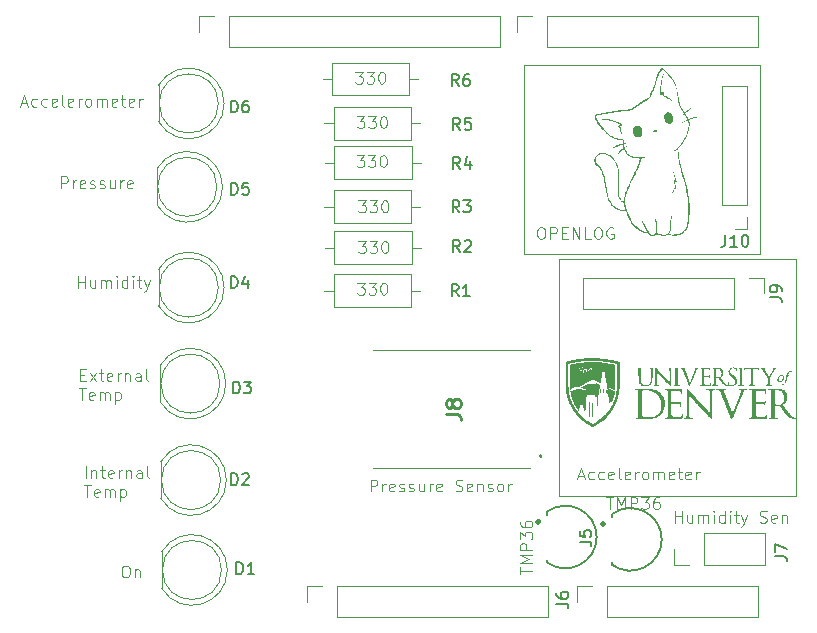
<source format=gbr>
%TF.GenerationSoftware,KiCad,Pcbnew,8.0.8*%
%TF.CreationDate,2025-03-14T01:28:21-06:00*%
%TF.ProjectId,WeatherBalloon,57656174-6865-4724-9261-6c6c6f6f6e2e,rev?*%
%TF.SameCoordinates,Original*%
%TF.FileFunction,Legend,Top*%
%TF.FilePolarity,Positive*%
%FSLAX46Y46*%
G04 Gerber Fmt 4.6, Leading zero omitted, Abs format (unit mm)*
G04 Created by KiCad (PCBNEW 8.0.8) date 2025-03-14 01:28:21*
%MOMM*%
%LPD*%
G01*
G04 APERTURE LIST*
%ADD10C,0.100000*%
%ADD11C,0.254000*%
%ADD12C,0.150000*%
%ADD13C,0.000000*%
%ADD14C,0.200000*%
%ADD15C,0.120000*%
%ADD16C,0.127000*%
%ADD17C,0.300000*%
G04 APERTURE END LIST*
D10*
X130898646Y-70472419D02*
X131517693Y-70472419D01*
X131517693Y-70472419D02*
X131184360Y-70853371D01*
X131184360Y-70853371D02*
X131327217Y-70853371D01*
X131327217Y-70853371D02*
X131422455Y-70900990D01*
X131422455Y-70900990D02*
X131470074Y-70948609D01*
X131470074Y-70948609D02*
X131517693Y-71043847D01*
X131517693Y-71043847D02*
X131517693Y-71281942D01*
X131517693Y-71281942D02*
X131470074Y-71377180D01*
X131470074Y-71377180D02*
X131422455Y-71424800D01*
X131422455Y-71424800D02*
X131327217Y-71472419D01*
X131327217Y-71472419D02*
X131041503Y-71472419D01*
X131041503Y-71472419D02*
X130946265Y-71424800D01*
X130946265Y-71424800D02*
X130898646Y-71377180D01*
X131851027Y-70472419D02*
X132470074Y-70472419D01*
X132470074Y-70472419D02*
X132136741Y-70853371D01*
X132136741Y-70853371D02*
X132279598Y-70853371D01*
X132279598Y-70853371D02*
X132374836Y-70900990D01*
X132374836Y-70900990D02*
X132422455Y-70948609D01*
X132422455Y-70948609D02*
X132470074Y-71043847D01*
X132470074Y-71043847D02*
X132470074Y-71281942D01*
X132470074Y-71281942D02*
X132422455Y-71377180D01*
X132422455Y-71377180D02*
X132374836Y-71424800D01*
X132374836Y-71424800D02*
X132279598Y-71472419D01*
X132279598Y-71472419D02*
X131993884Y-71472419D01*
X131993884Y-71472419D02*
X131898646Y-71424800D01*
X131898646Y-71424800D02*
X131851027Y-71377180D01*
X133089122Y-70472419D02*
X133184360Y-70472419D01*
X133184360Y-70472419D02*
X133279598Y-70520038D01*
X133279598Y-70520038D02*
X133327217Y-70567657D01*
X133327217Y-70567657D02*
X133374836Y-70662895D01*
X133374836Y-70662895D02*
X133422455Y-70853371D01*
X133422455Y-70853371D02*
X133422455Y-71091466D01*
X133422455Y-71091466D02*
X133374836Y-71281942D01*
X133374836Y-71281942D02*
X133327217Y-71377180D01*
X133327217Y-71377180D02*
X133279598Y-71424800D01*
X133279598Y-71424800D02*
X133184360Y-71472419D01*
X133184360Y-71472419D02*
X133089122Y-71472419D01*
X133089122Y-71472419D02*
X132993884Y-71424800D01*
X132993884Y-71424800D02*
X132946265Y-71377180D01*
X132946265Y-71377180D02*
X132898646Y-71281942D01*
X132898646Y-71281942D02*
X132851027Y-71091466D01*
X132851027Y-71091466D02*
X132851027Y-70853371D01*
X132851027Y-70853371D02*
X132898646Y-70662895D01*
X132898646Y-70662895D02*
X132946265Y-70567657D01*
X132946265Y-70567657D02*
X132993884Y-70520038D01*
X132993884Y-70520038D02*
X133089122Y-70472419D01*
X130988646Y-66952419D02*
X131607693Y-66952419D01*
X131607693Y-66952419D02*
X131274360Y-67333371D01*
X131274360Y-67333371D02*
X131417217Y-67333371D01*
X131417217Y-67333371D02*
X131512455Y-67380990D01*
X131512455Y-67380990D02*
X131560074Y-67428609D01*
X131560074Y-67428609D02*
X131607693Y-67523847D01*
X131607693Y-67523847D02*
X131607693Y-67761942D01*
X131607693Y-67761942D02*
X131560074Y-67857180D01*
X131560074Y-67857180D02*
X131512455Y-67904800D01*
X131512455Y-67904800D02*
X131417217Y-67952419D01*
X131417217Y-67952419D02*
X131131503Y-67952419D01*
X131131503Y-67952419D02*
X131036265Y-67904800D01*
X131036265Y-67904800D02*
X130988646Y-67857180D01*
X131941027Y-66952419D02*
X132560074Y-66952419D01*
X132560074Y-66952419D02*
X132226741Y-67333371D01*
X132226741Y-67333371D02*
X132369598Y-67333371D01*
X132369598Y-67333371D02*
X132464836Y-67380990D01*
X132464836Y-67380990D02*
X132512455Y-67428609D01*
X132512455Y-67428609D02*
X132560074Y-67523847D01*
X132560074Y-67523847D02*
X132560074Y-67761942D01*
X132560074Y-67761942D02*
X132512455Y-67857180D01*
X132512455Y-67857180D02*
X132464836Y-67904800D01*
X132464836Y-67904800D02*
X132369598Y-67952419D01*
X132369598Y-67952419D02*
X132083884Y-67952419D01*
X132083884Y-67952419D02*
X131988646Y-67904800D01*
X131988646Y-67904800D02*
X131941027Y-67857180D01*
X133179122Y-66952419D02*
X133274360Y-66952419D01*
X133274360Y-66952419D02*
X133369598Y-67000038D01*
X133369598Y-67000038D02*
X133417217Y-67047657D01*
X133417217Y-67047657D02*
X133464836Y-67142895D01*
X133464836Y-67142895D02*
X133512455Y-67333371D01*
X133512455Y-67333371D02*
X133512455Y-67571466D01*
X133512455Y-67571466D02*
X133464836Y-67761942D01*
X133464836Y-67761942D02*
X133417217Y-67857180D01*
X133417217Y-67857180D02*
X133369598Y-67904800D01*
X133369598Y-67904800D02*
X133274360Y-67952419D01*
X133274360Y-67952419D02*
X133179122Y-67952419D01*
X133179122Y-67952419D02*
X133083884Y-67904800D01*
X133083884Y-67904800D02*
X133036265Y-67857180D01*
X133036265Y-67857180D02*
X132988646Y-67761942D01*
X132988646Y-67761942D02*
X132941027Y-67571466D01*
X132941027Y-67571466D02*
X132941027Y-67333371D01*
X132941027Y-67333371D02*
X132988646Y-67142895D01*
X132988646Y-67142895D02*
X133036265Y-67047657D01*
X133036265Y-67047657D02*
X133083884Y-67000038D01*
X133083884Y-67000038D02*
X133179122Y-66952419D01*
X130988646Y-63502419D02*
X131607693Y-63502419D01*
X131607693Y-63502419D02*
X131274360Y-63883371D01*
X131274360Y-63883371D02*
X131417217Y-63883371D01*
X131417217Y-63883371D02*
X131512455Y-63930990D01*
X131512455Y-63930990D02*
X131560074Y-63978609D01*
X131560074Y-63978609D02*
X131607693Y-64073847D01*
X131607693Y-64073847D02*
X131607693Y-64311942D01*
X131607693Y-64311942D02*
X131560074Y-64407180D01*
X131560074Y-64407180D02*
X131512455Y-64454800D01*
X131512455Y-64454800D02*
X131417217Y-64502419D01*
X131417217Y-64502419D02*
X131131503Y-64502419D01*
X131131503Y-64502419D02*
X131036265Y-64454800D01*
X131036265Y-64454800D02*
X130988646Y-64407180D01*
X131941027Y-63502419D02*
X132560074Y-63502419D01*
X132560074Y-63502419D02*
X132226741Y-63883371D01*
X132226741Y-63883371D02*
X132369598Y-63883371D01*
X132369598Y-63883371D02*
X132464836Y-63930990D01*
X132464836Y-63930990D02*
X132512455Y-63978609D01*
X132512455Y-63978609D02*
X132560074Y-64073847D01*
X132560074Y-64073847D02*
X132560074Y-64311942D01*
X132560074Y-64311942D02*
X132512455Y-64407180D01*
X132512455Y-64407180D02*
X132464836Y-64454800D01*
X132464836Y-64454800D02*
X132369598Y-64502419D01*
X132369598Y-64502419D02*
X132083884Y-64502419D01*
X132083884Y-64502419D02*
X131988646Y-64454800D01*
X131988646Y-64454800D02*
X131941027Y-64407180D01*
X133179122Y-63502419D02*
X133274360Y-63502419D01*
X133274360Y-63502419D02*
X133369598Y-63550038D01*
X133369598Y-63550038D02*
X133417217Y-63597657D01*
X133417217Y-63597657D02*
X133464836Y-63692895D01*
X133464836Y-63692895D02*
X133512455Y-63883371D01*
X133512455Y-63883371D02*
X133512455Y-64121466D01*
X133512455Y-64121466D02*
X133464836Y-64311942D01*
X133464836Y-64311942D02*
X133417217Y-64407180D01*
X133417217Y-64407180D02*
X133369598Y-64454800D01*
X133369598Y-64454800D02*
X133274360Y-64502419D01*
X133274360Y-64502419D02*
X133179122Y-64502419D01*
X133179122Y-64502419D02*
X133083884Y-64454800D01*
X133083884Y-64454800D02*
X133036265Y-64407180D01*
X133036265Y-64407180D02*
X132988646Y-64311942D01*
X132988646Y-64311942D02*
X132941027Y-64121466D01*
X132941027Y-64121466D02*
X132941027Y-63883371D01*
X132941027Y-63883371D02*
X132988646Y-63692895D01*
X132988646Y-63692895D02*
X133036265Y-63597657D01*
X133036265Y-63597657D02*
X133083884Y-63550038D01*
X133083884Y-63550038D02*
X133179122Y-63502419D01*
X130848646Y-59672419D02*
X131467693Y-59672419D01*
X131467693Y-59672419D02*
X131134360Y-60053371D01*
X131134360Y-60053371D02*
X131277217Y-60053371D01*
X131277217Y-60053371D02*
X131372455Y-60100990D01*
X131372455Y-60100990D02*
X131420074Y-60148609D01*
X131420074Y-60148609D02*
X131467693Y-60243847D01*
X131467693Y-60243847D02*
X131467693Y-60481942D01*
X131467693Y-60481942D02*
X131420074Y-60577180D01*
X131420074Y-60577180D02*
X131372455Y-60624800D01*
X131372455Y-60624800D02*
X131277217Y-60672419D01*
X131277217Y-60672419D02*
X130991503Y-60672419D01*
X130991503Y-60672419D02*
X130896265Y-60624800D01*
X130896265Y-60624800D02*
X130848646Y-60577180D01*
X131801027Y-59672419D02*
X132420074Y-59672419D01*
X132420074Y-59672419D02*
X132086741Y-60053371D01*
X132086741Y-60053371D02*
X132229598Y-60053371D01*
X132229598Y-60053371D02*
X132324836Y-60100990D01*
X132324836Y-60100990D02*
X132372455Y-60148609D01*
X132372455Y-60148609D02*
X132420074Y-60243847D01*
X132420074Y-60243847D02*
X132420074Y-60481942D01*
X132420074Y-60481942D02*
X132372455Y-60577180D01*
X132372455Y-60577180D02*
X132324836Y-60624800D01*
X132324836Y-60624800D02*
X132229598Y-60672419D01*
X132229598Y-60672419D02*
X131943884Y-60672419D01*
X131943884Y-60672419D02*
X131848646Y-60624800D01*
X131848646Y-60624800D02*
X131801027Y-60577180D01*
X133039122Y-59672419D02*
X133134360Y-59672419D01*
X133134360Y-59672419D02*
X133229598Y-59720038D01*
X133229598Y-59720038D02*
X133277217Y-59767657D01*
X133277217Y-59767657D02*
X133324836Y-59862895D01*
X133324836Y-59862895D02*
X133372455Y-60053371D01*
X133372455Y-60053371D02*
X133372455Y-60291466D01*
X133372455Y-60291466D02*
X133324836Y-60481942D01*
X133324836Y-60481942D02*
X133277217Y-60577180D01*
X133277217Y-60577180D02*
X133229598Y-60624800D01*
X133229598Y-60624800D02*
X133134360Y-60672419D01*
X133134360Y-60672419D02*
X133039122Y-60672419D01*
X133039122Y-60672419D02*
X132943884Y-60624800D01*
X132943884Y-60624800D02*
X132896265Y-60577180D01*
X132896265Y-60577180D02*
X132848646Y-60481942D01*
X132848646Y-60481942D02*
X132801027Y-60291466D01*
X132801027Y-60291466D02*
X132801027Y-60053371D01*
X132801027Y-60053371D02*
X132848646Y-59862895D01*
X132848646Y-59862895D02*
X132896265Y-59767657D01*
X132896265Y-59767657D02*
X132943884Y-59720038D01*
X132943884Y-59720038D02*
X133039122Y-59672419D01*
X130878646Y-56372419D02*
X131497693Y-56372419D01*
X131497693Y-56372419D02*
X131164360Y-56753371D01*
X131164360Y-56753371D02*
X131307217Y-56753371D01*
X131307217Y-56753371D02*
X131402455Y-56800990D01*
X131402455Y-56800990D02*
X131450074Y-56848609D01*
X131450074Y-56848609D02*
X131497693Y-56943847D01*
X131497693Y-56943847D02*
X131497693Y-57181942D01*
X131497693Y-57181942D02*
X131450074Y-57277180D01*
X131450074Y-57277180D02*
X131402455Y-57324800D01*
X131402455Y-57324800D02*
X131307217Y-57372419D01*
X131307217Y-57372419D02*
X131021503Y-57372419D01*
X131021503Y-57372419D02*
X130926265Y-57324800D01*
X130926265Y-57324800D02*
X130878646Y-57277180D01*
X131831027Y-56372419D02*
X132450074Y-56372419D01*
X132450074Y-56372419D02*
X132116741Y-56753371D01*
X132116741Y-56753371D02*
X132259598Y-56753371D01*
X132259598Y-56753371D02*
X132354836Y-56800990D01*
X132354836Y-56800990D02*
X132402455Y-56848609D01*
X132402455Y-56848609D02*
X132450074Y-56943847D01*
X132450074Y-56943847D02*
X132450074Y-57181942D01*
X132450074Y-57181942D02*
X132402455Y-57277180D01*
X132402455Y-57277180D02*
X132354836Y-57324800D01*
X132354836Y-57324800D02*
X132259598Y-57372419D01*
X132259598Y-57372419D02*
X131973884Y-57372419D01*
X131973884Y-57372419D02*
X131878646Y-57324800D01*
X131878646Y-57324800D02*
X131831027Y-57277180D01*
X133069122Y-56372419D02*
X133164360Y-56372419D01*
X133164360Y-56372419D02*
X133259598Y-56420038D01*
X133259598Y-56420038D02*
X133307217Y-56467657D01*
X133307217Y-56467657D02*
X133354836Y-56562895D01*
X133354836Y-56562895D02*
X133402455Y-56753371D01*
X133402455Y-56753371D02*
X133402455Y-56991466D01*
X133402455Y-56991466D02*
X133354836Y-57181942D01*
X133354836Y-57181942D02*
X133307217Y-57277180D01*
X133307217Y-57277180D02*
X133259598Y-57324800D01*
X133259598Y-57324800D02*
X133164360Y-57372419D01*
X133164360Y-57372419D02*
X133069122Y-57372419D01*
X133069122Y-57372419D02*
X132973884Y-57324800D01*
X132973884Y-57324800D02*
X132926265Y-57277180D01*
X132926265Y-57277180D02*
X132878646Y-57181942D01*
X132878646Y-57181942D02*
X132831027Y-56991466D01*
X132831027Y-56991466D02*
X132831027Y-56753371D01*
X132831027Y-56753371D02*
X132878646Y-56562895D01*
X132878646Y-56562895D02*
X132926265Y-56467657D01*
X132926265Y-56467657D02*
X132973884Y-56420038D01*
X132973884Y-56420038D02*
X133069122Y-56372419D01*
X130728646Y-52602419D02*
X131347693Y-52602419D01*
X131347693Y-52602419D02*
X131014360Y-52983371D01*
X131014360Y-52983371D02*
X131157217Y-52983371D01*
X131157217Y-52983371D02*
X131252455Y-53030990D01*
X131252455Y-53030990D02*
X131300074Y-53078609D01*
X131300074Y-53078609D02*
X131347693Y-53173847D01*
X131347693Y-53173847D02*
X131347693Y-53411942D01*
X131347693Y-53411942D02*
X131300074Y-53507180D01*
X131300074Y-53507180D02*
X131252455Y-53554800D01*
X131252455Y-53554800D02*
X131157217Y-53602419D01*
X131157217Y-53602419D02*
X130871503Y-53602419D01*
X130871503Y-53602419D02*
X130776265Y-53554800D01*
X130776265Y-53554800D02*
X130728646Y-53507180D01*
X131681027Y-52602419D02*
X132300074Y-52602419D01*
X132300074Y-52602419D02*
X131966741Y-52983371D01*
X131966741Y-52983371D02*
X132109598Y-52983371D01*
X132109598Y-52983371D02*
X132204836Y-53030990D01*
X132204836Y-53030990D02*
X132252455Y-53078609D01*
X132252455Y-53078609D02*
X132300074Y-53173847D01*
X132300074Y-53173847D02*
X132300074Y-53411942D01*
X132300074Y-53411942D02*
X132252455Y-53507180D01*
X132252455Y-53507180D02*
X132204836Y-53554800D01*
X132204836Y-53554800D02*
X132109598Y-53602419D01*
X132109598Y-53602419D02*
X131823884Y-53602419D01*
X131823884Y-53602419D02*
X131728646Y-53554800D01*
X131728646Y-53554800D02*
X131681027Y-53507180D01*
X132919122Y-52602419D02*
X133014360Y-52602419D01*
X133014360Y-52602419D02*
X133109598Y-52650038D01*
X133109598Y-52650038D02*
X133157217Y-52697657D01*
X133157217Y-52697657D02*
X133204836Y-52792895D01*
X133204836Y-52792895D02*
X133252455Y-52983371D01*
X133252455Y-52983371D02*
X133252455Y-53221466D01*
X133252455Y-53221466D02*
X133204836Y-53411942D01*
X133204836Y-53411942D02*
X133157217Y-53507180D01*
X133157217Y-53507180D02*
X133109598Y-53554800D01*
X133109598Y-53554800D02*
X133014360Y-53602419D01*
X133014360Y-53602419D02*
X132919122Y-53602419D01*
X132919122Y-53602419D02*
X132823884Y-53554800D01*
X132823884Y-53554800D02*
X132776265Y-53507180D01*
X132776265Y-53507180D02*
X132728646Y-53411942D01*
X132728646Y-53411942D02*
X132681027Y-53221466D01*
X132681027Y-53221466D02*
X132681027Y-52983371D01*
X132681027Y-52983371D02*
X132728646Y-52792895D01*
X132728646Y-52792895D02*
X132776265Y-52697657D01*
X132776265Y-52697657D02*
X132823884Y-52650038D01*
X132823884Y-52650038D02*
X132919122Y-52602419D01*
X105833884Y-62472419D02*
X105833884Y-61472419D01*
X105833884Y-61472419D02*
X106214836Y-61472419D01*
X106214836Y-61472419D02*
X106310074Y-61520038D01*
X106310074Y-61520038D02*
X106357693Y-61567657D01*
X106357693Y-61567657D02*
X106405312Y-61662895D01*
X106405312Y-61662895D02*
X106405312Y-61805752D01*
X106405312Y-61805752D02*
X106357693Y-61900990D01*
X106357693Y-61900990D02*
X106310074Y-61948609D01*
X106310074Y-61948609D02*
X106214836Y-61996228D01*
X106214836Y-61996228D02*
X105833884Y-61996228D01*
X106833884Y-62472419D02*
X106833884Y-61805752D01*
X106833884Y-61996228D02*
X106881503Y-61900990D01*
X106881503Y-61900990D02*
X106929122Y-61853371D01*
X106929122Y-61853371D02*
X107024360Y-61805752D01*
X107024360Y-61805752D02*
X107119598Y-61805752D01*
X107833884Y-62424800D02*
X107738646Y-62472419D01*
X107738646Y-62472419D02*
X107548170Y-62472419D01*
X107548170Y-62472419D02*
X107452932Y-62424800D01*
X107452932Y-62424800D02*
X107405313Y-62329561D01*
X107405313Y-62329561D02*
X107405313Y-61948609D01*
X107405313Y-61948609D02*
X107452932Y-61853371D01*
X107452932Y-61853371D02*
X107548170Y-61805752D01*
X107548170Y-61805752D02*
X107738646Y-61805752D01*
X107738646Y-61805752D02*
X107833884Y-61853371D01*
X107833884Y-61853371D02*
X107881503Y-61948609D01*
X107881503Y-61948609D02*
X107881503Y-62043847D01*
X107881503Y-62043847D02*
X107405313Y-62139085D01*
X108262456Y-62424800D02*
X108357694Y-62472419D01*
X108357694Y-62472419D02*
X108548170Y-62472419D01*
X108548170Y-62472419D02*
X108643408Y-62424800D01*
X108643408Y-62424800D02*
X108691027Y-62329561D01*
X108691027Y-62329561D02*
X108691027Y-62281942D01*
X108691027Y-62281942D02*
X108643408Y-62186704D01*
X108643408Y-62186704D02*
X108548170Y-62139085D01*
X108548170Y-62139085D02*
X108405313Y-62139085D01*
X108405313Y-62139085D02*
X108310075Y-62091466D01*
X108310075Y-62091466D02*
X108262456Y-61996228D01*
X108262456Y-61996228D02*
X108262456Y-61948609D01*
X108262456Y-61948609D02*
X108310075Y-61853371D01*
X108310075Y-61853371D02*
X108405313Y-61805752D01*
X108405313Y-61805752D02*
X108548170Y-61805752D01*
X108548170Y-61805752D02*
X108643408Y-61853371D01*
X109071980Y-62424800D02*
X109167218Y-62472419D01*
X109167218Y-62472419D02*
X109357694Y-62472419D01*
X109357694Y-62472419D02*
X109452932Y-62424800D01*
X109452932Y-62424800D02*
X109500551Y-62329561D01*
X109500551Y-62329561D02*
X109500551Y-62281942D01*
X109500551Y-62281942D02*
X109452932Y-62186704D01*
X109452932Y-62186704D02*
X109357694Y-62139085D01*
X109357694Y-62139085D02*
X109214837Y-62139085D01*
X109214837Y-62139085D02*
X109119599Y-62091466D01*
X109119599Y-62091466D02*
X109071980Y-61996228D01*
X109071980Y-61996228D02*
X109071980Y-61948609D01*
X109071980Y-61948609D02*
X109119599Y-61853371D01*
X109119599Y-61853371D02*
X109214837Y-61805752D01*
X109214837Y-61805752D02*
X109357694Y-61805752D01*
X109357694Y-61805752D02*
X109452932Y-61853371D01*
X110357694Y-61805752D02*
X110357694Y-62472419D01*
X109929123Y-61805752D02*
X109929123Y-62329561D01*
X109929123Y-62329561D02*
X109976742Y-62424800D01*
X109976742Y-62424800D02*
X110071980Y-62472419D01*
X110071980Y-62472419D02*
X110214837Y-62472419D01*
X110214837Y-62472419D02*
X110310075Y-62424800D01*
X110310075Y-62424800D02*
X110357694Y-62377180D01*
X110833885Y-62472419D02*
X110833885Y-61805752D01*
X110833885Y-61996228D02*
X110881504Y-61900990D01*
X110881504Y-61900990D02*
X110929123Y-61853371D01*
X110929123Y-61853371D02*
X111024361Y-61805752D01*
X111024361Y-61805752D02*
X111119599Y-61805752D01*
X111833885Y-62424800D02*
X111738647Y-62472419D01*
X111738647Y-62472419D02*
X111548171Y-62472419D01*
X111548171Y-62472419D02*
X111452933Y-62424800D01*
X111452933Y-62424800D02*
X111405314Y-62329561D01*
X111405314Y-62329561D02*
X111405314Y-61948609D01*
X111405314Y-61948609D02*
X111452933Y-61853371D01*
X111452933Y-61853371D02*
X111548171Y-61805752D01*
X111548171Y-61805752D02*
X111738647Y-61805752D01*
X111738647Y-61805752D02*
X111833885Y-61853371D01*
X111833885Y-61853371D02*
X111881504Y-61948609D01*
X111881504Y-61948609D02*
X111881504Y-62043847D01*
X111881504Y-62043847D02*
X111405314Y-62139085D01*
X102436265Y-55266704D02*
X102912455Y-55266704D01*
X102341027Y-55552419D02*
X102674360Y-54552419D01*
X102674360Y-54552419D02*
X103007693Y-55552419D01*
X103769598Y-55504800D02*
X103674360Y-55552419D01*
X103674360Y-55552419D02*
X103483884Y-55552419D01*
X103483884Y-55552419D02*
X103388646Y-55504800D01*
X103388646Y-55504800D02*
X103341027Y-55457180D01*
X103341027Y-55457180D02*
X103293408Y-55361942D01*
X103293408Y-55361942D02*
X103293408Y-55076228D01*
X103293408Y-55076228D02*
X103341027Y-54980990D01*
X103341027Y-54980990D02*
X103388646Y-54933371D01*
X103388646Y-54933371D02*
X103483884Y-54885752D01*
X103483884Y-54885752D02*
X103674360Y-54885752D01*
X103674360Y-54885752D02*
X103769598Y-54933371D01*
X104626741Y-55504800D02*
X104531503Y-55552419D01*
X104531503Y-55552419D02*
X104341027Y-55552419D01*
X104341027Y-55552419D02*
X104245789Y-55504800D01*
X104245789Y-55504800D02*
X104198170Y-55457180D01*
X104198170Y-55457180D02*
X104150551Y-55361942D01*
X104150551Y-55361942D02*
X104150551Y-55076228D01*
X104150551Y-55076228D02*
X104198170Y-54980990D01*
X104198170Y-54980990D02*
X104245789Y-54933371D01*
X104245789Y-54933371D02*
X104341027Y-54885752D01*
X104341027Y-54885752D02*
X104531503Y-54885752D01*
X104531503Y-54885752D02*
X104626741Y-54933371D01*
X105436265Y-55504800D02*
X105341027Y-55552419D01*
X105341027Y-55552419D02*
X105150551Y-55552419D01*
X105150551Y-55552419D02*
X105055313Y-55504800D01*
X105055313Y-55504800D02*
X105007694Y-55409561D01*
X105007694Y-55409561D02*
X105007694Y-55028609D01*
X105007694Y-55028609D02*
X105055313Y-54933371D01*
X105055313Y-54933371D02*
X105150551Y-54885752D01*
X105150551Y-54885752D02*
X105341027Y-54885752D01*
X105341027Y-54885752D02*
X105436265Y-54933371D01*
X105436265Y-54933371D02*
X105483884Y-55028609D01*
X105483884Y-55028609D02*
X105483884Y-55123847D01*
X105483884Y-55123847D02*
X105007694Y-55219085D01*
X106055313Y-55552419D02*
X105960075Y-55504800D01*
X105960075Y-55504800D02*
X105912456Y-55409561D01*
X105912456Y-55409561D02*
X105912456Y-54552419D01*
X106817218Y-55504800D02*
X106721980Y-55552419D01*
X106721980Y-55552419D02*
X106531504Y-55552419D01*
X106531504Y-55552419D02*
X106436266Y-55504800D01*
X106436266Y-55504800D02*
X106388647Y-55409561D01*
X106388647Y-55409561D02*
X106388647Y-55028609D01*
X106388647Y-55028609D02*
X106436266Y-54933371D01*
X106436266Y-54933371D02*
X106531504Y-54885752D01*
X106531504Y-54885752D02*
X106721980Y-54885752D01*
X106721980Y-54885752D02*
X106817218Y-54933371D01*
X106817218Y-54933371D02*
X106864837Y-55028609D01*
X106864837Y-55028609D02*
X106864837Y-55123847D01*
X106864837Y-55123847D02*
X106388647Y-55219085D01*
X107293409Y-55552419D02*
X107293409Y-54885752D01*
X107293409Y-55076228D02*
X107341028Y-54980990D01*
X107341028Y-54980990D02*
X107388647Y-54933371D01*
X107388647Y-54933371D02*
X107483885Y-54885752D01*
X107483885Y-54885752D02*
X107579123Y-54885752D01*
X108055314Y-55552419D02*
X107960076Y-55504800D01*
X107960076Y-55504800D02*
X107912457Y-55457180D01*
X107912457Y-55457180D02*
X107864838Y-55361942D01*
X107864838Y-55361942D02*
X107864838Y-55076228D01*
X107864838Y-55076228D02*
X107912457Y-54980990D01*
X107912457Y-54980990D02*
X107960076Y-54933371D01*
X107960076Y-54933371D02*
X108055314Y-54885752D01*
X108055314Y-54885752D02*
X108198171Y-54885752D01*
X108198171Y-54885752D02*
X108293409Y-54933371D01*
X108293409Y-54933371D02*
X108341028Y-54980990D01*
X108341028Y-54980990D02*
X108388647Y-55076228D01*
X108388647Y-55076228D02*
X108388647Y-55361942D01*
X108388647Y-55361942D02*
X108341028Y-55457180D01*
X108341028Y-55457180D02*
X108293409Y-55504800D01*
X108293409Y-55504800D02*
X108198171Y-55552419D01*
X108198171Y-55552419D02*
X108055314Y-55552419D01*
X108817219Y-55552419D02*
X108817219Y-54885752D01*
X108817219Y-54980990D02*
X108864838Y-54933371D01*
X108864838Y-54933371D02*
X108960076Y-54885752D01*
X108960076Y-54885752D02*
X109102933Y-54885752D01*
X109102933Y-54885752D02*
X109198171Y-54933371D01*
X109198171Y-54933371D02*
X109245790Y-55028609D01*
X109245790Y-55028609D02*
X109245790Y-55552419D01*
X109245790Y-55028609D02*
X109293409Y-54933371D01*
X109293409Y-54933371D02*
X109388647Y-54885752D01*
X109388647Y-54885752D02*
X109531504Y-54885752D01*
X109531504Y-54885752D02*
X109626743Y-54933371D01*
X109626743Y-54933371D02*
X109674362Y-55028609D01*
X109674362Y-55028609D02*
X109674362Y-55552419D01*
X110531504Y-55504800D02*
X110436266Y-55552419D01*
X110436266Y-55552419D02*
X110245790Y-55552419D01*
X110245790Y-55552419D02*
X110150552Y-55504800D01*
X110150552Y-55504800D02*
X110102933Y-55409561D01*
X110102933Y-55409561D02*
X110102933Y-55028609D01*
X110102933Y-55028609D02*
X110150552Y-54933371D01*
X110150552Y-54933371D02*
X110245790Y-54885752D01*
X110245790Y-54885752D02*
X110436266Y-54885752D01*
X110436266Y-54885752D02*
X110531504Y-54933371D01*
X110531504Y-54933371D02*
X110579123Y-55028609D01*
X110579123Y-55028609D02*
X110579123Y-55123847D01*
X110579123Y-55123847D02*
X110102933Y-55219085D01*
X110864838Y-54885752D02*
X111245790Y-54885752D01*
X111007695Y-54552419D02*
X111007695Y-55409561D01*
X111007695Y-55409561D02*
X111055314Y-55504800D01*
X111055314Y-55504800D02*
X111150552Y-55552419D01*
X111150552Y-55552419D02*
X111245790Y-55552419D01*
X111960076Y-55504800D02*
X111864838Y-55552419D01*
X111864838Y-55552419D02*
X111674362Y-55552419D01*
X111674362Y-55552419D02*
X111579124Y-55504800D01*
X111579124Y-55504800D02*
X111531505Y-55409561D01*
X111531505Y-55409561D02*
X111531505Y-55028609D01*
X111531505Y-55028609D02*
X111579124Y-54933371D01*
X111579124Y-54933371D02*
X111674362Y-54885752D01*
X111674362Y-54885752D02*
X111864838Y-54885752D01*
X111864838Y-54885752D02*
X111960076Y-54933371D01*
X111960076Y-54933371D02*
X112007695Y-55028609D01*
X112007695Y-55028609D02*
X112007695Y-55123847D01*
X112007695Y-55123847D02*
X111531505Y-55219085D01*
X112436267Y-55552419D02*
X112436267Y-54885752D01*
X112436267Y-55076228D02*
X112483886Y-54980990D01*
X112483886Y-54980990D02*
X112531505Y-54933371D01*
X112531505Y-54933371D02*
X112626743Y-54885752D01*
X112626743Y-54885752D02*
X112721981Y-54885752D01*
X107233884Y-70892419D02*
X107233884Y-69892419D01*
X107233884Y-70368609D02*
X107805312Y-70368609D01*
X107805312Y-70892419D02*
X107805312Y-69892419D01*
X108710074Y-70225752D02*
X108710074Y-70892419D01*
X108281503Y-70225752D02*
X108281503Y-70749561D01*
X108281503Y-70749561D02*
X108329122Y-70844800D01*
X108329122Y-70844800D02*
X108424360Y-70892419D01*
X108424360Y-70892419D02*
X108567217Y-70892419D01*
X108567217Y-70892419D02*
X108662455Y-70844800D01*
X108662455Y-70844800D02*
X108710074Y-70797180D01*
X109186265Y-70892419D02*
X109186265Y-70225752D01*
X109186265Y-70320990D02*
X109233884Y-70273371D01*
X109233884Y-70273371D02*
X109329122Y-70225752D01*
X109329122Y-70225752D02*
X109471979Y-70225752D01*
X109471979Y-70225752D02*
X109567217Y-70273371D01*
X109567217Y-70273371D02*
X109614836Y-70368609D01*
X109614836Y-70368609D02*
X109614836Y-70892419D01*
X109614836Y-70368609D02*
X109662455Y-70273371D01*
X109662455Y-70273371D02*
X109757693Y-70225752D01*
X109757693Y-70225752D02*
X109900550Y-70225752D01*
X109900550Y-70225752D02*
X109995789Y-70273371D01*
X109995789Y-70273371D02*
X110043408Y-70368609D01*
X110043408Y-70368609D02*
X110043408Y-70892419D01*
X110519598Y-70892419D02*
X110519598Y-70225752D01*
X110519598Y-69892419D02*
X110471979Y-69940038D01*
X110471979Y-69940038D02*
X110519598Y-69987657D01*
X110519598Y-69987657D02*
X110567217Y-69940038D01*
X110567217Y-69940038D02*
X110519598Y-69892419D01*
X110519598Y-69892419D02*
X110519598Y-69987657D01*
X111424359Y-70892419D02*
X111424359Y-69892419D01*
X111424359Y-70844800D02*
X111329121Y-70892419D01*
X111329121Y-70892419D02*
X111138645Y-70892419D01*
X111138645Y-70892419D02*
X111043407Y-70844800D01*
X111043407Y-70844800D02*
X110995788Y-70797180D01*
X110995788Y-70797180D02*
X110948169Y-70701942D01*
X110948169Y-70701942D02*
X110948169Y-70416228D01*
X110948169Y-70416228D02*
X110995788Y-70320990D01*
X110995788Y-70320990D02*
X111043407Y-70273371D01*
X111043407Y-70273371D02*
X111138645Y-70225752D01*
X111138645Y-70225752D02*
X111329121Y-70225752D01*
X111329121Y-70225752D02*
X111424359Y-70273371D01*
X111900550Y-70892419D02*
X111900550Y-70225752D01*
X111900550Y-69892419D02*
X111852931Y-69940038D01*
X111852931Y-69940038D02*
X111900550Y-69987657D01*
X111900550Y-69987657D02*
X111948169Y-69940038D01*
X111948169Y-69940038D02*
X111900550Y-69892419D01*
X111900550Y-69892419D02*
X111900550Y-69987657D01*
X112233883Y-70225752D02*
X112614835Y-70225752D01*
X112376740Y-69892419D02*
X112376740Y-70749561D01*
X112376740Y-70749561D02*
X112424359Y-70844800D01*
X112424359Y-70844800D02*
X112519597Y-70892419D01*
X112519597Y-70892419D02*
X112614835Y-70892419D01*
X112852931Y-70225752D02*
X113091026Y-70892419D01*
X113329121Y-70225752D02*
X113091026Y-70892419D01*
X113091026Y-70892419D02*
X112995788Y-71130514D01*
X112995788Y-71130514D02*
X112948169Y-71178133D01*
X112948169Y-71178133D02*
X112852931Y-71225752D01*
X107453884Y-78268665D02*
X107787217Y-78268665D01*
X107930074Y-78792475D02*
X107453884Y-78792475D01*
X107453884Y-78792475D02*
X107453884Y-77792475D01*
X107453884Y-77792475D02*
X107930074Y-77792475D01*
X108263408Y-78792475D02*
X108787217Y-78125808D01*
X108263408Y-78125808D02*
X108787217Y-78792475D01*
X109025313Y-78125808D02*
X109406265Y-78125808D01*
X109168170Y-77792475D02*
X109168170Y-78649617D01*
X109168170Y-78649617D02*
X109215789Y-78744856D01*
X109215789Y-78744856D02*
X109311027Y-78792475D01*
X109311027Y-78792475D02*
X109406265Y-78792475D01*
X110120551Y-78744856D02*
X110025313Y-78792475D01*
X110025313Y-78792475D02*
X109834837Y-78792475D01*
X109834837Y-78792475D02*
X109739599Y-78744856D01*
X109739599Y-78744856D02*
X109691980Y-78649617D01*
X109691980Y-78649617D02*
X109691980Y-78268665D01*
X109691980Y-78268665D02*
X109739599Y-78173427D01*
X109739599Y-78173427D02*
X109834837Y-78125808D01*
X109834837Y-78125808D02*
X110025313Y-78125808D01*
X110025313Y-78125808D02*
X110120551Y-78173427D01*
X110120551Y-78173427D02*
X110168170Y-78268665D01*
X110168170Y-78268665D02*
X110168170Y-78363903D01*
X110168170Y-78363903D02*
X109691980Y-78459141D01*
X110596742Y-78792475D02*
X110596742Y-78125808D01*
X110596742Y-78316284D02*
X110644361Y-78221046D01*
X110644361Y-78221046D02*
X110691980Y-78173427D01*
X110691980Y-78173427D02*
X110787218Y-78125808D01*
X110787218Y-78125808D02*
X110882456Y-78125808D01*
X111215790Y-78125808D02*
X111215790Y-78792475D01*
X111215790Y-78221046D02*
X111263409Y-78173427D01*
X111263409Y-78173427D02*
X111358647Y-78125808D01*
X111358647Y-78125808D02*
X111501504Y-78125808D01*
X111501504Y-78125808D02*
X111596742Y-78173427D01*
X111596742Y-78173427D02*
X111644361Y-78268665D01*
X111644361Y-78268665D02*
X111644361Y-78792475D01*
X112549123Y-78792475D02*
X112549123Y-78268665D01*
X112549123Y-78268665D02*
X112501504Y-78173427D01*
X112501504Y-78173427D02*
X112406266Y-78125808D01*
X112406266Y-78125808D02*
X112215790Y-78125808D01*
X112215790Y-78125808D02*
X112120552Y-78173427D01*
X112549123Y-78744856D02*
X112453885Y-78792475D01*
X112453885Y-78792475D02*
X112215790Y-78792475D01*
X112215790Y-78792475D02*
X112120552Y-78744856D01*
X112120552Y-78744856D02*
X112072933Y-78649617D01*
X112072933Y-78649617D02*
X112072933Y-78554379D01*
X112072933Y-78554379D02*
X112120552Y-78459141D01*
X112120552Y-78459141D02*
X112215790Y-78411522D01*
X112215790Y-78411522D02*
X112453885Y-78411522D01*
X112453885Y-78411522D02*
X112549123Y-78363903D01*
X113168171Y-78792475D02*
X113072933Y-78744856D01*
X113072933Y-78744856D02*
X113025314Y-78649617D01*
X113025314Y-78649617D02*
X113025314Y-77792475D01*
X107311027Y-79402419D02*
X107882455Y-79402419D01*
X107596741Y-80402419D02*
X107596741Y-79402419D01*
X108596741Y-80354800D02*
X108501503Y-80402419D01*
X108501503Y-80402419D02*
X108311027Y-80402419D01*
X108311027Y-80402419D02*
X108215789Y-80354800D01*
X108215789Y-80354800D02*
X108168170Y-80259561D01*
X108168170Y-80259561D02*
X108168170Y-79878609D01*
X108168170Y-79878609D02*
X108215789Y-79783371D01*
X108215789Y-79783371D02*
X108311027Y-79735752D01*
X108311027Y-79735752D02*
X108501503Y-79735752D01*
X108501503Y-79735752D02*
X108596741Y-79783371D01*
X108596741Y-79783371D02*
X108644360Y-79878609D01*
X108644360Y-79878609D02*
X108644360Y-79973847D01*
X108644360Y-79973847D02*
X108168170Y-80069085D01*
X109072932Y-80402419D02*
X109072932Y-79735752D01*
X109072932Y-79830990D02*
X109120551Y-79783371D01*
X109120551Y-79783371D02*
X109215789Y-79735752D01*
X109215789Y-79735752D02*
X109358646Y-79735752D01*
X109358646Y-79735752D02*
X109453884Y-79783371D01*
X109453884Y-79783371D02*
X109501503Y-79878609D01*
X109501503Y-79878609D02*
X109501503Y-80402419D01*
X109501503Y-79878609D02*
X109549122Y-79783371D01*
X109549122Y-79783371D02*
X109644360Y-79735752D01*
X109644360Y-79735752D02*
X109787217Y-79735752D01*
X109787217Y-79735752D02*
X109882456Y-79783371D01*
X109882456Y-79783371D02*
X109930075Y-79878609D01*
X109930075Y-79878609D02*
X109930075Y-80402419D01*
X110406265Y-79735752D02*
X110406265Y-80735752D01*
X110406265Y-79783371D02*
X110501503Y-79735752D01*
X110501503Y-79735752D02*
X110691979Y-79735752D01*
X110691979Y-79735752D02*
X110787217Y-79783371D01*
X110787217Y-79783371D02*
X110834836Y-79830990D01*
X110834836Y-79830990D02*
X110882455Y-79926228D01*
X110882455Y-79926228D02*
X110882455Y-80211942D01*
X110882455Y-80211942D02*
X110834836Y-80307180D01*
X110834836Y-80307180D02*
X110787217Y-80354800D01*
X110787217Y-80354800D02*
X110691979Y-80402419D01*
X110691979Y-80402419D02*
X110501503Y-80402419D01*
X110501503Y-80402419D02*
X110406265Y-80354800D01*
X107883884Y-87002475D02*
X107883884Y-86002475D01*
X108360074Y-86335808D02*
X108360074Y-87002475D01*
X108360074Y-86431046D02*
X108407693Y-86383427D01*
X108407693Y-86383427D02*
X108502931Y-86335808D01*
X108502931Y-86335808D02*
X108645788Y-86335808D01*
X108645788Y-86335808D02*
X108741026Y-86383427D01*
X108741026Y-86383427D02*
X108788645Y-86478665D01*
X108788645Y-86478665D02*
X108788645Y-87002475D01*
X109121979Y-86335808D02*
X109502931Y-86335808D01*
X109264836Y-86002475D02*
X109264836Y-86859617D01*
X109264836Y-86859617D02*
X109312455Y-86954856D01*
X109312455Y-86954856D02*
X109407693Y-87002475D01*
X109407693Y-87002475D02*
X109502931Y-87002475D01*
X110217217Y-86954856D02*
X110121979Y-87002475D01*
X110121979Y-87002475D02*
X109931503Y-87002475D01*
X109931503Y-87002475D02*
X109836265Y-86954856D01*
X109836265Y-86954856D02*
X109788646Y-86859617D01*
X109788646Y-86859617D02*
X109788646Y-86478665D01*
X109788646Y-86478665D02*
X109836265Y-86383427D01*
X109836265Y-86383427D02*
X109931503Y-86335808D01*
X109931503Y-86335808D02*
X110121979Y-86335808D01*
X110121979Y-86335808D02*
X110217217Y-86383427D01*
X110217217Y-86383427D02*
X110264836Y-86478665D01*
X110264836Y-86478665D02*
X110264836Y-86573903D01*
X110264836Y-86573903D02*
X109788646Y-86669141D01*
X110693408Y-87002475D02*
X110693408Y-86335808D01*
X110693408Y-86526284D02*
X110741027Y-86431046D01*
X110741027Y-86431046D02*
X110788646Y-86383427D01*
X110788646Y-86383427D02*
X110883884Y-86335808D01*
X110883884Y-86335808D02*
X110979122Y-86335808D01*
X111312456Y-86335808D02*
X111312456Y-87002475D01*
X111312456Y-86431046D02*
X111360075Y-86383427D01*
X111360075Y-86383427D02*
X111455313Y-86335808D01*
X111455313Y-86335808D02*
X111598170Y-86335808D01*
X111598170Y-86335808D02*
X111693408Y-86383427D01*
X111693408Y-86383427D02*
X111741027Y-86478665D01*
X111741027Y-86478665D02*
X111741027Y-87002475D01*
X112645789Y-87002475D02*
X112645789Y-86478665D01*
X112645789Y-86478665D02*
X112598170Y-86383427D01*
X112598170Y-86383427D02*
X112502932Y-86335808D01*
X112502932Y-86335808D02*
X112312456Y-86335808D01*
X112312456Y-86335808D02*
X112217218Y-86383427D01*
X112645789Y-86954856D02*
X112550551Y-87002475D01*
X112550551Y-87002475D02*
X112312456Y-87002475D01*
X112312456Y-87002475D02*
X112217218Y-86954856D01*
X112217218Y-86954856D02*
X112169599Y-86859617D01*
X112169599Y-86859617D02*
X112169599Y-86764379D01*
X112169599Y-86764379D02*
X112217218Y-86669141D01*
X112217218Y-86669141D02*
X112312456Y-86621522D01*
X112312456Y-86621522D02*
X112550551Y-86621522D01*
X112550551Y-86621522D02*
X112645789Y-86573903D01*
X113264837Y-87002475D02*
X113169599Y-86954856D01*
X113169599Y-86954856D02*
X113121980Y-86859617D01*
X113121980Y-86859617D02*
X113121980Y-86002475D01*
X107741027Y-87612419D02*
X108312455Y-87612419D01*
X108026741Y-88612419D02*
X108026741Y-87612419D01*
X109026741Y-88564800D02*
X108931503Y-88612419D01*
X108931503Y-88612419D02*
X108741027Y-88612419D01*
X108741027Y-88612419D02*
X108645789Y-88564800D01*
X108645789Y-88564800D02*
X108598170Y-88469561D01*
X108598170Y-88469561D02*
X108598170Y-88088609D01*
X108598170Y-88088609D02*
X108645789Y-87993371D01*
X108645789Y-87993371D02*
X108741027Y-87945752D01*
X108741027Y-87945752D02*
X108931503Y-87945752D01*
X108931503Y-87945752D02*
X109026741Y-87993371D01*
X109026741Y-87993371D02*
X109074360Y-88088609D01*
X109074360Y-88088609D02*
X109074360Y-88183847D01*
X109074360Y-88183847D02*
X108598170Y-88279085D01*
X109502932Y-88612419D02*
X109502932Y-87945752D01*
X109502932Y-88040990D02*
X109550551Y-87993371D01*
X109550551Y-87993371D02*
X109645789Y-87945752D01*
X109645789Y-87945752D02*
X109788646Y-87945752D01*
X109788646Y-87945752D02*
X109883884Y-87993371D01*
X109883884Y-87993371D02*
X109931503Y-88088609D01*
X109931503Y-88088609D02*
X109931503Y-88612419D01*
X109931503Y-88088609D02*
X109979122Y-87993371D01*
X109979122Y-87993371D02*
X110074360Y-87945752D01*
X110074360Y-87945752D02*
X110217217Y-87945752D01*
X110217217Y-87945752D02*
X110312456Y-87993371D01*
X110312456Y-87993371D02*
X110360075Y-88088609D01*
X110360075Y-88088609D02*
X110360075Y-88612419D01*
X110836265Y-87945752D02*
X110836265Y-88945752D01*
X110836265Y-87993371D02*
X110931503Y-87945752D01*
X110931503Y-87945752D02*
X111121979Y-87945752D01*
X111121979Y-87945752D02*
X111217217Y-87993371D01*
X111217217Y-87993371D02*
X111264836Y-88040990D01*
X111264836Y-88040990D02*
X111312455Y-88136228D01*
X111312455Y-88136228D02*
X111312455Y-88421942D01*
X111312455Y-88421942D02*
X111264836Y-88517180D01*
X111264836Y-88517180D02*
X111217217Y-88564800D01*
X111217217Y-88564800D02*
X111121979Y-88612419D01*
X111121979Y-88612419D02*
X110931503Y-88612419D01*
X110931503Y-88612419D02*
X110836265Y-88564800D01*
X111204360Y-94412419D02*
X111394836Y-94412419D01*
X111394836Y-94412419D02*
X111490074Y-94460038D01*
X111490074Y-94460038D02*
X111585312Y-94555276D01*
X111585312Y-94555276D02*
X111632931Y-94745752D01*
X111632931Y-94745752D02*
X111632931Y-95079085D01*
X111632931Y-95079085D02*
X111585312Y-95269561D01*
X111585312Y-95269561D02*
X111490074Y-95364800D01*
X111490074Y-95364800D02*
X111394836Y-95412419D01*
X111394836Y-95412419D02*
X111204360Y-95412419D01*
X111204360Y-95412419D02*
X111109122Y-95364800D01*
X111109122Y-95364800D02*
X111013884Y-95269561D01*
X111013884Y-95269561D02*
X110966265Y-95079085D01*
X110966265Y-95079085D02*
X110966265Y-94745752D01*
X110966265Y-94745752D02*
X111013884Y-94555276D01*
X111013884Y-94555276D02*
X111109122Y-94460038D01*
X111109122Y-94460038D02*
X111204360Y-94412419D01*
X112061503Y-94745752D02*
X112061503Y-95412419D01*
X112061503Y-94840990D02*
X112109122Y-94793371D01*
X112109122Y-94793371D02*
X112204360Y-94745752D01*
X112204360Y-94745752D02*
X112347217Y-94745752D01*
X112347217Y-94745752D02*
X112442455Y-94793371D01*
X112442455Y-94793371D02*
X112490074Y-94888609D01*
X112490074Y-94888609D02*
X112490074Y-95412419D01*
X157793884Y-90782419D02*
X157793884Y-89782419D01*
X157793884Y-90258609D02*
X158365312Y-90258609D01*
X158365312Y-90782419D02*
X158365312Y-89782419D01*
X159270074Y-90115752D02*
X159270074Y-90782419D01*
X158841503Y-90115752D02*
X158841503Y-90639561D01*
X158841503Y-90639561D02*
X158889122Y-90734800D01*
X158889122Y-90734800D02*
X158984360Y-90782419D01*
X158984360Y-90782419D02*
X159127217Y-90782419D01*
X159127217Y-90782419D02*
X159222455Y-90734800D01*
X159222455Y-90734800D02*
X159270074Y-90687180D01*
X159746265Y-90782419D02*
X159746265Y-90115752D01*
X159746265Y-90210990D02*
X159793884Y-90163371D01*
X159793884Y-90163371D02*
X159889122Y-90115752D01*
X159889122Y-90115752D02*
X160031979Y-90115752D01*
X160031979Y-90115752D02*
X160127217Y-90163371D01*
X160127217Y-90163371D02*
X160174836Y-90258609D01*
X160174836Y-90258609D02*
X160174836Y-90782419D01*
X160174836Y-90258609D02*
X160222455Y-90163371D01*
X160222455Y-90163371D02*
X160317693Y-90115752D01*
X160317693Y-90115752D02*
X160460550Y-90115752D01*
X160460550Y-90115752D02*
X160555789Y-90163371D01*
X160555789Y-90163371D02*
X160603408Y-90258609D01*
X160603408Y-90258609D02*
X160603408Y-90782419D01*
X161079598Y-90782419D02*
X161079598Y-90115752D01*
X161079598Y-89782419D02*
X161031979Y-89830038D01*
X161031979Y-89830038D02*
X161079598Y-89877657D01*
X161079598Y-89877657D02*
X161127217Y-89830038D01*
X161127217Y-89830038D02*
X161079598Y-89782419D01*
X161079598Y-89782419D02*
X161079598Y-89877657D01*
X161984359Y-90782419D02*
X161984359Y-89782419D01*
X161984359Y-90734800D02*
X161889121Y-90782419D01*
X161889121Y-90782419D02*
X161698645Y-90782419D01*
X161698645Y-90782419D02*
X161603407Y-90734800D01*
X161603407Y-90734800D02*
X161555788Y-90687180D01*
X161555788Y-90687180D02*
X161508169Y-90591942D01*
X161508169Y-90591942D02*
X161508169Y-90306228D01*
X161508169Y-90306228D02*
X161555788Y-90210990D01*
X161555788Y-90210990D02*
X161603407Y-90163371D01*
X161603407Y-90163371D02*
X161698645Y-90115752D01*
X161698645Y-90115752D02*
X161889121Y-90115752D01*
X161889121Y-90115752D02*
X161984359Y-90163371D01*
X162460550Y-90782419D02*
X162460550Y-90115752D01*
X162460550Y-89782419D02*
X162412931Y-89830038D01*
X162412931Y-89830038D02*
X162460550Y-89877657D01*
X162460550Y-89877657D02*
X162508169Y-89830038D01*
X162508169Y-89830038D02*
X162460550Y-89782419D01*
X162460550Y-89782419D02*
X162460550Y-89877657D01*
X162793883Y-90115752D02*
X163174835Y-90115752D01*
X162936740Y-89782419D02*
X162936740Y-90639561D01*
X162936740Y-90639561D02*
X162984359Y-90734800D01*
X162984359Y-90734800D02*
X163079597Y-90782419D01*
X163079597Y-90782419D02*
X163174835Y-90782419D01*
X163412931Y-90115752D02*
X163651026Y-90782419D01*
X163889121Y-90115752D02*
X163651026Y-90782419D01*
X163651026Y-90782419D02*
X163555788Y-91020514D01*
X163555788Y-91020514D02*
X163508169Y-91068133D01*
X163508169Y-91068133D02*
X163412931Y-91115752D01*
X164984360Y-90734800D02*
X165127217Y-90782419D01*
X165127217Y-90782419D02*
X165365312Y-90782419D01*
X165365312Y-90782419D02*
X165460550Y-90734800D01*
X165460550Y-90734800D02*
X165508169Y-90687180D01*
X165508169Y-90687180D02*
X165555788Y-90591942D01*
X165555788Y-90591942D02*
X165555788Y-90496704D01*
X165555788Y-90496704D02*
X165508169Y-90401466D01*
X165508169Y-90401466D02*
X165460550Y-90353847D01*
X165460550Y-90353847D02*
X165365312Y-90306228D01*
X165365312Y-90306228D02*
X165174836Y-90258609D01*
X165174836Y-90258609D02*
X165079598Y-90210990D01*
X165079598Y-90210990D02*
X165031979Y-90163371D01*
X165031979Y-90163371D02*
X164984360Y-90068133D01*
X164984360Y-90068133D02*
X164984360Y-89972895D01*
X164984360Y-89972895D02*
X165031979Y-89877657D01*
X165031979Y-89877657D02*
X165079598Y-89830038D01*
X165079598Y-89830038D02*
X165174836Y-89782419D01*
X165174836Y-89782419D02*
X165412931Y-89782419D01*
X165412931Y-89782419D02*
X165555788Y-89830038D01*
X166365312Y-90734800D02*
X166270074Y-90782419D01*
X166270074Y-90782419D02*
X166079598Y-90782419D01*
X166079598Y-90782419D02*
X165984360Y-90734800D01*
X165984360Y-90734800D02*
X165936741Y-90639561D01*
X165936741Y-90639561D02*
X165936741Y-90258609D01*
X165936741Y-90258609D02*
X165984360Y-90163371D01*
X165984360Y-90163371D02*
X166079598Y-90115752D01*
X166079598Y-90115752D02*
X166270074Y-90115752D01*
X166270074Y-90115752D02*
X166365312Y-90163371D01*
X166365312Y-90163371D02*
X166412931Y-90258609D01*
X166412931Y-90258609D02*
X166412931Y-90353847D01*
X166412931Y-90353847D02*
X165936741Y-90449085D01*
X166841503Y-90115752D02*
X166841503Y-90782419D01*
X166841503Y-90210990D02*
X166889122Y-90163371D01*
X166889122Y-90163371D02*
X166984360Y-90115752D01*
X166984360Y-90115752D02*
X167127217Y-90115752D01*
X167127217Y-90115752D02*
X167222455Y-90163371D01*
X167222455Y-90163371D02*
X167270074Y-90258609D01*
X167270074Y-90258609D02*
X167270074Y-90782419D01*
X151981027Y-88612419D02*
X152552455Y-88612419D01*
X152266741Y-89612419D02*
X152266741Y-88612419D01*
X152885789Y-89612419D02*
X152885789Y-88612419D01*
X152885789Y-88612419D02*
X153219122Y-89326704D01*
X153219122Y-89326704D02*
X153552455Y-88612419D01*
X153552455Y-88612419D02*
X153552455Y-89612419D01*
X154028646Y-89612419D02*
X154028646Y-88612419D01*
X154028646Y-88612419D02*
X154409598Y-88612419D01*
X154409598Y-88612419D02*
X154504836Y-88660038D01*
X154504836Y-88660038D02*
X154552455Y-88707657D01*
X154552455Y-88707657D02*
X154600074Y-88802895D01*
X154600074Y-88802895D02*
X154600074Y-88945752D01*
X154600074Y-88945752D02*
X154552455Y-89040990D01*
X154552455Y-89040990D02*
X154504836Y-89088609D01*
X154504836Y-89088609D02*
X154409598Y-89136228D01*
X154409598Y-89136228D02*
X154028646Y-89136228D01*
X154933408Y-88612419D02*
X155552455Y-88612419D01*
X155552455Y-88612419D02*
X155219122Y-88993371D01*
X155219122Y-88993371D02*
X155361979Y-88993371D01*
X155361979Y-88993371D02*
X155457217Y-89040990D01*
X155457217Y-89040990D02*
X155504836Y-89088609D01*
X155504836Y-89088609D02*
X155552455Y-89183847D01*
X155552455Y-89183847D02*
X155552455Y-89421942D01*
X155552455Y-89421942D02*
X155504836Y-89517180D01*
X155504836Y-89517180D02*
X155457217Y-89564800D01*
X155457217Y-89564800D02*
X155361979Y-89612419D01*
X155361979Y-89612419D02*
X155076265Y-89612419D01*
X155076265Y-89612419D02*
X154981027Y-89564800D01*
X154981027Y-89564800D02*
X154933408Y-89517180D01*
X156409598Y-88612419D02*
X156219122Y-88612419D01*
X156219122Y-88612419D02*
X156123884Y-88660038D01*
X156123884Y-88660038D02*
X156076265Y-88707657D01*
X156076265Y-88707657D02*
X155981027Y-88850514D01*
X155981027Y-88850514D02*
X155933408Y-89040990D01*
X155933408Y-89040990D02*
X155933408Y-89421942D01*
X155933408Y-89421942D02*
X155981027Y-89517180D01*
X155981027Y-89517180D02*
X156028646Y-89564800D01*
X156028646Y-89564800D02*
X156123884Y-89612419D01*
X156123884Y-89612419D02*
X156314360Y-89612419D01*
X156314360Y-89612419D02*
X156409598Y-89564800D01*
X156409598Y-89564800D02*
X156457217Y-89517180D01*
X156457217Y-89517180D02*
X156504836Y-89421942D01*
X156504836Y-89421942D02*
X156504836Y-89183847D01*
X156504836Y-89183847D02*
X156457217Y-89088609D01*
X156457217Y-89088609D02*
X156409598Y-89040990D01*
X156409598Y-89040990D02*
X156314360Y-88993371D01*
X156314360Y-88993371D02*
X156123884Y-88993371D01*
X156123884Y-88993371D02*
X156028646Y-89040990D01*
X156028646Y-89040990D02*
X155981027Y-89088609D01*
X155981027Y-89088609D02*
X155933408Y-89183847D01*
X144692419Y-95128972D02*
X144692419Y-94557544D01*
X145692419Y-94843258D02*
X144692419Y-94843258D01*
X145692419Y-94224210D02*
X144692419Y-94224210D01*
X144692419Y-94224210D02*
X145406704Y-93890877D01*
X145406704Y-93890877D02*
X144692419Y-93557544D01*
X144692419Y-93557544D02*
X145692419Y-93557544D01*
X145692419Y-93081353D02*
X144692419Y-93081353D01*
X144692419Y-93081353D02*
X144692419Y-92700401D01*
X144692419Y-92700401D02*
X144740038Y-92605163D01*
X144740038Y-92605163D02*
X144787657Y-92557544D01*
X144787657Y-92557544D02*
X144882895Y-92509925D01*
X144882895Y-92509925D02*
X145025752Y-92509925D01*
X145025752Y-92509925D02*
X145120990Y-92557544D01*
X145120990Y-92557544D02*
X145168609Y-92605163D01*
X145168609Y-92605163D02*
X145216228Y-92700401D01*
X145216228Y-92700401D02*
X145216228Y-93081353D01*
X144692419Y-92176591D02*
X144692419Y-91557544D01*
X144692419Y-91557544D02*
X145073371Y-91890877D01*
X145073371Y-91890877D02*
X145073371Y-91748020D01*
X145073371Y-91748020D02*
X145120990Y-91652782D01*
X145120990Y-91652782D02*
X145168609Y-91605163D01*
X145168609Y-91605163D02*
X145263847Y-91557544D01*
X145263847Y-91557544D02*
X145501942Y-91557544D01*
X145501942Y-91557544D02*
X145597180Y-91605163D01*
X145597180Y-91605163D02*
X145644800Y-91652782D01*
X145644800Y-91652782D02*
X145692419Y-91748020D01*
X145692419Y-91748020D02*
X145692419Y-92033734D01*
X145692419Y-92033734D02*
X145644800Y-92128972D01*
X145644800Y-92128972D02*
X145597180Y-92176591D01*
X144692419Y-90700401D02*
X144692419Y-90890877D01*
X144692419Y-90890877D02*
X144740038Y-90986115D01*
X144740038Y-90986115D02*
X144787657Y-91033734D01*
X144787657Y-91033734D02*
X144930514Y-91128972D01*
X144930514Y-91128972D02*
X145120990Y-91176591D01*
X145120990Y-91176591D02*
X145501942Y-91176591D01*
X145501942Y-91176591D02*
X145597180Y-91128972D01*
X145597180Y-91128972D02*
X145644800Y-91081353D01*
X145644800Y-91081353D02*
X145692419Y-90986115D01*
X145692419Y-90986115D02*
X145692419Y-90795639D01*
X145692419Y-90795639D02*
X145644800Y-90700401D01*
X145644800Y-90700401D02*
X145597180Y-90652782D01*
X145597180Y-90652782D02*
X145501942Y-90605163D01*
X145501942Y-90605163D02*
X145263847Y-90605163D01*
X145263847Y-90605163D02*
X145168609Y-90652782D01*
X145168609Y-90652782D02*
X145120990Y-90700401D01*
X145120990Y-90700401D02*
X145073371Y-90795639D01*
X145073371Y-90795639D02*
X145073371Y-90986115D01*
X145073371Y-90986115D02*
X145120990Y-91081353D01*
X145120990Y-91081353D02*
X145168609Y-91128972D01*
X145168609Y-91128972D02*
X145263847Y-91176591D01*
X132023884Y-88142419D02*
X132023884Y-87142419D01*
X132023884Y-87142419D02*
X132404836Y-87142419D01*
X132404836Y-87142419D02*
X132500074Y-87190038D01*
X132500074Y-87190038D02*
X132547693Y-87237657D01*
X132547693Y-87237657D02*
X132595312Y-87332895D01*
X132595312Y-87332895D02*
X132595312Y-87475752D01*
X132595312Y-87475752D02*
X132547693Y-87570990D01*
X132547693Y-87570990D02*
X132500074Y-87618609D01*
X132500074Y-87618609D02*
X132404836Y-87666228D01*
X132404836Y-87666228D02*
X132023884Y-87666228D01*
X133023884Y-88142419D02*
X133023884Y-87475752D01*
X133023884Y-87666228D02*
X133071503Y-87570990D01*
X133071503Y-87570990D02*
X133119122Y-87523371D01*
X133119122Y-87523371D02*
X133214360Y-87475752D01*
X133214360Y-87475752D02*
X133309598Y-87475752D01*
X134023884Y-88094800D02*
X133928646Y-88142419D01*
X133928646Y-88142419D02*
X133738170Y-88142419D01*
X133738170Y-88142419D02*
X133642932Y-88094800D01*
X133642932Y-88094800D02*
X133595313Y-87999561D01*
X133595313Y-87999561D02*
X133595313Y-87618609D01*
X133595313Y-87618609D02*
X133642932Y-87523371D01*
X133642932Y-87523371D02*
X133738170Y-87475752D01*
X133738170Y-87475752D02*
X133928646Y-87475752D01*
X133928646Y-87475752D02*
X134023884Y-87523371D01*
X134023884Y-87523371D02*
X134071503Y-87618609D01*
X134071503Y-87618609D02*
X134071503Y-87713847D01*
X134071503Y-87713847D02*
X133595313Y-87809085D01*
X134452456Y-88094800D02*
X134547694Y-88142419D01*
X134547694Y-88142419D02*
X134738170Y-88142419D01*
X134738170Y-88142419D02*
X134833408Y-88094800D01*
X134833408Y-88094800D02*
X134881027Y-87999561D01*
X134881027Y-87999561D02*
X134881027Y-87951942D01*
X134881027Y-87951942D02*
X134833408Y-87856704D01*
X134833408Y-87856704D02*
X134738170Y-87809085D01*
X134738170Y-87809085D02*
X134595313Y-87809085D01*
X134595313Y-87809085D02*
X134500075Y-87761466D01*
X134500075Y-87761466D02*
X134452456Y-87666228D01*
X134452456Y-87666228D02*
X134452456Y-87618609D01*
X134452456Y-87618609D02*
X134500075Y-87523371D01*
X134500075Y-87523371D02*
X134595313Y-87475752D01*
X134595313Y-87475752D02*
X134738170Y-87475752D01*
X134738170Y-87475752D02*
X134833408Y-87523371D01*
X135261980Y-88094800D02*
X135357218Y-88142419D01*
X135357218Y-88142419D02*
X135547694Y-88142419D01*
X135547694Y-88142419D02*
X135642932Y-88094800D01*
X135642932Y-88094800D02*
X135690551Y-87999561D01*
X135690551Y-87999561D02*
X135690551Y-87951942D01*
X135690551Y-87951942D02*
X135642932Y-87856704D01*
X135642932Y-87856704D02*
X135547694Y-87809085D01*
X135547694Y-87809085D02*
X135404837Y-87809085D01*
X135404837Y-87809085D02*
X135309599Y-87761466D01*
X135309599Y-87761466D02*
X135261980Y-87666228D01*
X135261980Y-87666228D02*
X135261980Y-87618609D01*
X135261980Y-87618609D02*
X135309599Y-87523371D01*
X135309599Y-87523371D02*
X135404837Y-87475752D01*
X135404837Y-87475752D02*
X135547694Y-87475752D01*
X135547694Y-87475752D02*
X135642932Y-87523371D01*
X136547694Y-87475752D02*
X136547694Y-88142419D01*
X136119123Y-87475752D02*
X136119123Y-87999561D01*
X136119123Y-87999561D02*
X136166742Y-88094800D01*
X136166742Y-88094800D02*
X136261980Y-88142419D01*
X136261980Y-88142419D02*
X136404837Y-88142419D01*
X136404837Y-88142419D02*
X136500075Y-88094800D01*
X136500075Y-88094800D02*
X136547694Y-88047180D01*
X137023885Y-88142419D02*
X137023885Y-87475752D01*
X137023885Y-87666228D02*
X137071504Y-87570990D01*
X137071504Y-87570990D02*
X137119123Y-87523371D01*
X137119123Y-87523371D02*
X137214361Y-87475752D01*
X137214361Y-87475752D02*
X137309599Y-87475752D01*
X138023885Y-88094800D02*
X137928647Y-88142419D01*
X137928647Y-88142419D02*
X137738171Y-88142419D01*
X137738171Y-88142419D02*
X137642933Y-88094800D01*
X137642933Y-88094800D02*
X137595314Y-87999561D01*
X137595314Y-87999561D02*
X137595314Y-87618609D01*
X137595314Y-87618609D02*
X137642933Y-87523371D01*
X137642933Y-87523371D02*
X137738171Y-87475752D01*
X137738171Y-87475752D02*
X137928647Y-87475752D01*
X137928647Y-87475752D02*
X138023885Y-87523371D01*
X138023885Y-87523371D02*
X138071504Y-87618609D01*
X138071504Y-87618609D02*
X138071504Y-87713847D01*
X138071504Y-87713847D02*
X137595314Y-87809085D01*
X139214362Y-88094800D02*
X139357219Y-88142419D01*
X139357219Y-88142419D02*
X139595314Y-88142419D01*
X139595314Y-88142419D02*
X139690552Y-88094800D01*
X139690552Y-88094800D02*
X139738171Y-88047180D01*
X139738171Y-88047180D02*
X139785790Y-87951942D01*
X139785790Y-87951942D02*
X139785790Y-87856704D01*
X139785790Y-87856704D02*
X139738171Y-87761466D01*
X139738171Y-87761466D02*
X139690552Y-87713847D01*
X139690552Y-87713847D02*
X139595314Y-87666228D01*
X139595314Y-87666228D02*
X139404838Y-87618609D01*
X139404838Y-87618609D02*
X139309600Y-87570990D01*
X139309600Y-87570990D02*
X139261981Y-87523371D01*
X139261981Y-87523371D02*
X139214362Y-87428133D01*
X139214362Y-87428133D02*
X139214362Y-87332895D01*
X139214362Y-87332895D02*
X139261981Y-87237657D01*
X139261981Y-87237657D02*
X139309600Y-87190038D01*
X139309600Y-87190038D02*
X139404838Y-87142419D01*
X139404838Y-87142419D02*
X139642933Y-87142419D01*
X139642933Y-87142419D02*
X139785790Y-87190038D01*
X140595314Y-88094800D02*
X140500076Y-88142419D01*
X140500076Y-88142419D02*
X140309600Y-88142419D01*
X140309600Y-88142419D02*
X140214362Y-88094800D01*
X140214362Y-88094800D02*
X140166743Y-87999561D01*
X140166743Y-87999561D02*
X140166743Y-87618609D01*
X140166743Y-87618609D02*
X140214362Y-87523371D01*
X140214362Y-87523371D02*
X140309600Y-87475752D01*
X140309600Y-87475752D02*
X140500076Y-87475752D01*
X140500076Y-87475752D02*
X140595314Y-87523371D01*
X140595314Y-87523371D02*
X140642933Y-87618609D01*
X140642933Y-87618609D02*
X140642933Y-87713847D01*
X140642933Y-87713847D02*
X140166743Y-87809085D01*
X141071505Y-87475752D02*
X141071505Y-88142419D01*
X141071505Y-87570990D02*
X141119124Y-87523371D01*
X141119124Y-87523371D02*
X141214362Y-87475752D01*
X141214362Y-87475752D02*
X141357219Y-87475752D01*
X141357219Y-87475752D02*
X141452457Y-87523371D01*
X141452457Y-87523371D02*
X141500076Y-87618609D01*
X141500076Y-87618609D02*
X141500076Y-88142419D01*
X141928648Y-88094800D02*
X142023886Y-88142419D01*
X142023886Y-88142419D02*
X142214362Y-88142419D01*
X142214362Y-88142419D02*
X142309600Y-88094800D01*
X142309600Y-88094800D02*
X142357219Y-87999561D01*
X142357219Y-87999561D02*
X142357219Y-87951942D01*
X142357219Y-87951942D02*
X142309600Y-87856704D01*
X142309600Y-87856704D02*
X142214362Y-87809085D01*
X142214362Y-87809085D02*
X142071505Y-87809085D01*
X142071505Y-87809085D02*
X141976267Y-87761466D01*
X141976267Y-87761466D02*
X141928648Y-87666228D01*
X141928648Y-87666228D02*
X141928648Y-87618609D01*
X141928648Y-87618609D02*
X141976267Y-87523371D01*
X141976267Y-87523371D02*
X142071505Y-87475752D01*
X142071505Y-87475752D02*
X142214362Y-87475752D01*
X142214362Y-87475752D02*
X142309600Y-87523371D01*
X142928648Y-88142419D02*
X142833410Y-88094800D01*
X142833410Y-88094800D02*
X142785791Y-88047180D01*
X142785791Y-88047180D02*
X142738172Y-87951942D01*
X142738172Y-87951942D02*
X142738172Y-87666228D01*
X142738172Y-87666228D02*
X142785791Y-87570990D01*
X142785791Y-87570990D02*
X142833410Y-87523371D01*
X142833410Y-87523371D02*
X142928648Y-87475752D01*
X142928648Y-87475752D02*
X143071505Y-87475752D01*
X143071505Y-87475752D02*
X143166743Y-87523371D01*
X143166743Y-87523371D02*
X143214362Y-87570990D01*
X143214362Y-87570990D02*
X143261981Y-87666228D01*
X143261981Y-87666228D02*
X143261981Y-87951942D01*
X143261981Y-87951942D02*
X143214362Y-88047180D01*
X143214362Y-88047180D02*
X143166743Y-88094800D01*
X143166743Y-88094800D02*
X143071505Y-88142419D01*
X143071505Y-88142419D02*
X142928648Y-88142419D01*
X143690553Y-88142419D02*
X143690553Y-87475752D01*
X143690553Y-87666228D02*
X143738172Y-87570990D01*
X143738172Y-87570990D02*
X143785791Y-87523371D01*
X143785791Y-87523371D02*
X143881029Y-87475752D01*
X143881029Y-87475752D02*
X143976267Y-87475752D01*
X168000000Y-68500000D02*
X148000000Y-68500000D01*
X148000000Y-68500000D02*
X148000000Y-88500000D01*
X148000000Y-88500000D02*
X168000000Y-88500000D01*
X165000000Y-68000000D02*
X145000000Y-68000000D01*
X145000000Y-52000000D02*
X165000000Y-52000000D01*
X145000000Y-68000000D02*
X145000000Y-52000000D01*
X165000000Y-68000000D02*
X165000000Y-52000000D01*
X168000000Y-88500000D02*
X168000000Y-68500000D01*
X149586265Y-86836704D02*
X150062455Y-86836704D01*
X149491027Y-87122419D02*
X149824360Y-86122419D01*
X149824360Y-86122419D02*
X150157693Y-87122419D01*
X150919598Y-87074800D02*
X150824360Y-87122419D01*
X150824360Y-87122419D02*
X150633884Y-87122419D01*
X150633884Y-87122419D02*
X150538646Y-87074800D01*
X150538646Y-87074800D02*
X150491027Y-87027180D01*
X150491027Y-87027180D02*
X150443408Y-86931942D01*
X150443408Y-86931942D02*
X150443408Y-86646228D01*
X150443408Y-86646228D02*
X150491027Y-86550990D01*
X150491027Y-86550990D02*
X150538646Y-86503371D01*
X150538646Y-86503371D02*
X150633884Y-86455752D01*
X150633884Y-86455752D02*
X150824360Y-86455752D01*
X150824360Y-86455752D02*
X150919598Y-86503371D01*
X151776741Y-87074800D02*
X151681503Y-87122419D01*
X151681503Y-87122419D02*
X151491027Y-87122419D01*
X151491027Y-87122419D02*
X151395789Y-87074800D01*
X151395789Y-87074800D02*
X151348170Y-87027180D01*
X151348170Y-87027180D02*
X151300551Y-86931942D01*
X151300551Y-86931942D02*
X151300551Y-86646228D01*
X151300551Y-86646228D02*
X151348170Y-86550990D01*
X151348170Y-86550990D02*
X151395789Y-86503371D01*
X151395789Y-86503371D02*
X151491027Y-86455752D01*
X151491027Y-86455752D02*
X151681503Y-86455752D01*
X151681503Y-86455752D02*
X151776741Y-86503371D01*
X152586265Y-87074800D02*
X152491027Y-87122419D01*
X152491027Y-87122419D02*
X152300551Y-87122419D01*
X152300551Y-87122419D02*
X152205313Y-87074800D01*
X152205313Y-87074800D02*
X152157694Y-86979561D01*
X152157694Y-86979561D02*
X152157694Y-86598609D01*
X152157694Y-86598609D02*
X152205313Y-86503371D01*
X152205313Y-86503371D02*
X152300551Y-86455752D01*
X152300551Y-86455752D02*
X152491027Y-86455752D01*
X152491027Y-86455752D02*
X152586265Y-86503371D01*
X152586265Y-86503371D02*
X152633884Y-86598609D01*
X152633884Y-86598609D02*
X152633884Y-86693847D01*
X152633884Y-86693847D02*
X152157694Y-86789085D01*
X153205313Y-87122419D02*
X153110075Y-87074800D01*
X153110075Y-87074800D02*
X153062456Y-86979561D01*
X153062456Y-86979561D02*
X153062456Y-86122419D01*
X153967218Y-87074800D02*
X153871980Y-87122419D01*
X153871980Y-87122419D02*
X153681504Y-87122419D01*
X153681504Y-87122419D02*
X153586266Y-87074800D01*
X153586266Y-87074800D02*
X153538647Y-86979561D01*
X153538647Y-86979561D02*
X153538647Y-86598609D01*
X153538647Y-86598609D02*
X153586266Y-86503371D01*
X153586266Y-86503371D02*
X153681504Y-86455752D01*
X153681504Y-86455752D02*
X153871980Y-86455752D01*
X153871980Y-86455752D02*
X153967218Y-86503371D01*
X153967218Y-86503371D02*
X154014837Y-86598609D01*
X154014837Y-86598609D02*
X154014837Y-86693847D01*
X154014837Y-86693847D02*
X153538647Y-86789085D01*
X154443409Y-87122419D02*
X154443409Y-86455752D01*
X154443409Y-86646228D02*
X154491028Y-86550990D01*
X154491028Y-86550990D02*
X154538647Y-86503371D01*
X154538647Y-86503371D02*
X154633885Y-86455752D01*
X154633885Y-86455752D02*
X154729123Y-86455752D01*
X155205314Y-87122419D02*
X155110076Y-87074800D01*
X155110076Y-87074800D02*
X155062457Y-87027180D01*
X155062457Y-87027180D02*
X155014838Y-86931942D01*
X155014838Y-86931942D02*
X155014838Y-86646228D01*
X155014838Y-86646228D02*
X155062457Y-86550990D01*
X155062457Y-86550990D02*
X155110076Y-86503371D01*
X155110076Y-86503371D02*
X155205314Y-86455752D01*
X155205314Y-86455752D02*
X155348171Y-86455752D01*
X155348171Y-86455752D02*
X155443409Y-86503371D01*
X155443409Y-86503371D02*
X155491028Y-86550990D01*
X155491028Y-86550990D02*
X155538647Y-86646228D01*
X155538647Y-86646228D02*
X155538647Y-86931942D01*
X155538647Y-86931942D02*
X155491028Y-87027180D01*
X155491028Y-87027180D02*
X155443409Y-87074800D01*
X155443409Y-87074800D02*
X155348171Y-87122419D01*
X155348171Y-87122419D02*
X155205314Y-87122419D01*
X155967219Y-87122419D02*
X155967219Y-86455752D01*
X155967219Y-86550990D02*
X156014838Y-86503371D01*
X156014838Y-86503371D02*
X156110076Y-86455752D01*
X156110076Y-86455752D02*
X156252933Y-86455752D01*
X156252933Y-86455752D02*
X156348171Y-86503371D01*
X156348171Y-86503371D02*
X156395790Y-86598609D01*
X156395790Y-86598609D02*
X156395790Y-87122419D01*
X156395790Y-86598609D02*
X156443409Y-86503371D01*
X156443409Y-86503371D02*
X156538647Y-86455752D01*
X156538647Y-86455752D02*
X156681504Y-86455752D01*
X156681504Y-86455752D02*
X156776743Y-86503371D01*
X156776743Y-86503371D02*
X156824362Y-86598609D01*
X156824362Y-86598609D02*
X156824362Y-87122419D01*
X157681504Y-87074800D02*
X157586266Y-87122419D01*
X157586266Y-87122419D02*
X157395790Y-87122419D01*
X157395790Y-87122419D02*
X157300552Y-87074800D01*
X157300552Y-87074800D02*
X157252933Y-86979561D01*
X157252933Y-86979561D02*
X157252933Y-86598609D01*
X157252933Y-86598609D02*
X157300552Y-86503371D01*
X157300552Y-86503371D02*
X157395790Y-86455752D01*
X157395790Y-86455752D02*
X157586266Y-86455752D01*
X157586266Y-86455752D02*
X157681504Y-86503371D01*
X157681504Y-86503371D02*
X157729123Y-86598609D01*
X157729123Y-86598609D02*
X157729123Y-86693847D01*
X157729123Y-86693847D02*
X157252933Y-86789085D01*
X158014838Y-86455752D02*
X158395790Y-86455752D01*
X158157695Y-86122419D02*
X158157695Y-86979561D01*
X158157695Y-86979561D02*
X158205314Y-87074800D01*
X158205314Y-87074800D02*
X158300552Y-87122419D01*
X158300552Y-87122419D02*
X158395790Y-87122419D01*
X159110076Y-87074800D02*
X159014838Y-87122419D01*
X159014838Y-87122419D02*
X158824362Y-87122419D01*
X158824362Y-87122419D02*
X158729124Y-87074800D01*
X158729124Y-87074800D02*
X158681505Y-86979561D01*
X158681505Y-86979561D02*
X158681505Y-86598609D01*
X158681505Y-86598609D02*
X158729124Y-86503371D01*
X158729124Y-86503371D02*
X158824362Y-86455752D01*
X158824362Y-86455752D02*
X159014838Y-86455752D01*
X159014838Y-86455752D02*
X159110076Y-86503371D01*
X159110076Y-86503371D02*
X159157695Y-86598609D01*
X159157695Y-86598609D02*
X159157695Y-86693847D01*
X159157695Y-86693847D02*
X158681505Y-86789085D01*
X159586267Y-87122419D02*
X159586267Y-86455752D01*
X159586267Y-86646228D02*
X159633886Y-86550990D01*
X159633886Y-86550990D02*
X159681505Y-86503371D01*
X159681505Y-86503371D02*
X159776743Y-86455752D01*
X159776743Y-86455752D02*
X159871981Y-86455752D01*
X146364360Y-65772419D02*
X146554836Y-65772419D01*
X146554836Y-65772419D02*
X146650074Y-65820038D01*
X146650074Y-65820038D02*
X146745312Y-65915276D01*
X146745312Y-65915276D02*
X146792931Y-66105752D01*
X146792931Y-66105752D02*
X146792931Y-66439085D01*
X146792931Y-66439085D02*
X146745312Y-66629561D01*
X146745312Y-66629561D02*
X146650074Y-66724800D01*
X146650074Y-66724800D02*
X146554836Y-66772419D01*
X146554836Y-66772419D02*
X146364360Y-66772419D01*
X146364360Y-66772419D02*
X146269122Y-66724800D01*
X146269122Y-66724800D02*
X146173884Y-66629561D01*
X146173884Y-66629561D02*
X146126265Y-66439085D01*
X146126265Y-66439085D02*
X146126265Y-66105752D01*
X146126265Y-66105752D02*
X146173884Y-65915276D01*
X146173884Y-65915276D02*
X146269122Y-65820038D01*
X146269122Y-65820038D02*
X146364360Y-65772419D01*
X147221503Y-66772419D02*
X147221503Y-65772419D01*
X147221503Y-65772419D02*
X147602455Y-65772419D01*
X147602455Y-65772419D02*
X147697693Y-65820038D01*
X147697693Y-65820038D02*
X147745312Y-65867657D01*
X147745312Y-65867657D02*
X147792931Y-65962895D01*
X147792931Y-65962895D02*
X147792931Y-66105752D01*
X147792931Y-66105752D02*
X147745312Y-66200990D01*
X147745312Y-66200990D02*
X147697693Y-66248609D01*
X147697693Y-66248609D02*
X147602455Y-66296228D01*
X147602455Y-66296228D02*
X147221503Y-66296228D01*
X148221503Y-66248609D02*
X148554836Y-66248609D01*
X148697693Y-66772419D02*
X148221503Y-66772419D01*
X148221503Y-66772419D02*
X148221503Y-65772419D01*
X148221503Y-65772419D02*
X148697693Y-65772419D01*
X149126265Y-66772419D02*
X149126265Y-65772419D01*
X149126265Y-65772419D02*
X149697693Y-66772419D01*
X149697693Y-66772419D02*
X149697693Y-65772419D01*
X150650074Y-66772419D02*
X150173884Y-66772419D01*
X150173884Y-66772419D02*
X150173884Y-65772419D01*
X151173884Y-65772419D02*
X151364360Y-65772419D01*
X151364360Y-65772419D02*
X151459598Y-65820038D01*
X151459598Y-65820038D02*
X151554836Y-65915276D01*
X151554836Y-65915276D02*
X151602455Y-66105752D01*
X151602455Y-66105752D02*
X151602455Y-66439085D01*
X151602455Y-66439085D02*
X151554836Y-66629561D01*
X151554836Y-66629561D02*
X151459598Y-66724800D01*
X151459598Y-66724800D02*
X151364360Y-66772419D01*
X151364360Y-66772419D02*
X151173884Y-66772419D01*
X151173884Y-66772419D02*
X151078646Y-66724800D01*
X151078646Y-66724800D02*
X150983408Y-66629561D01*
X150983408Y-66629561D02*
X150935789Y-66439085D01*
X150935789Y-66439085D02*
X150935789Y-66105752D01*
X150935789Y-66105752D02*
X150983408Y-65915276D01*
X150983408Y-65915276D02*
X151078646Y-65820038D01*
X151078646Y-65820038D02*
X151173884Y-65772419D01*
X152554836Y-65820038D02*
X152459598Y-65772419D01*
X152459598Y-65772419D02*
X152316741Y-65772419D01*
X152316741Y-65772419D02*
X152173884Y-65820038D01*
X152173884Y-65820038D02*
X152078646Y-65915276D01*
X152078646Y-65915276D02*
X152031027Y-66010514D01*
X152031027Y-66010514D02*
X151983408Y-66200990D01*
X151983408Y-66200990D02*
X151983408Y-66343847D01*
X151983408Y-66343847D02*
X152031027Y-66534323D01*
X152031027Y-66534323D02*
X152078646Y-66629561D01*
X152078646Y-66629561D02*
X152173884Y-66724800D01*
X152173884Y-66724800D02*
X152316741Y-66772419D01*
X152316741Y-66772419D02*
X152411979Y-66772419D01*
X152411979Y-66772419D02*
X152554836Y-66724800D01*
X152554836Y-66724800D02*
X152602455Y-66677180D01*
X152602455Y-66677180D02*
X152602455Y-66343847D01*
X152602455Y-66343847D02*
X152411979Y-66343847D01*
D11*
X138404818Y-81603332D02*
X139311961Y-81603332D01*
X139311961Y-81603332D02*
X139493389Y-81663809D01*
X139493389Y-81663809D02*
X139614342Y-81784761D01*
X139614342Y-81784761D02*
X139674818Y-81966190D01*
X139674818Y-81966190D02*
X139674818Y-82087142D01*
X138949103Y-80817142D02*
X138888627Y-80938094D01*
X138888627Y-80938094D02*
X138828151Y-80998571D01*
X138828151Y-80998571D02*
X138707199Y-81059047D01*
X138707199Y-81059047D02*
X138646722Y-81059047D01*
X138646722Y-81059047D02*
X138525770Y-80998571D01*
X138525770Y-80998571D02*
X138465294Y-80938094D01*
X138465294Y-80938094D02*
X138404818Y-80817142D01*
X138404818Y-80817142D02*
X138404818Y-80575237D01*
X138404818Y-80575237D02*
X138465294Y-80454285D01*
X138465294Y-80454285D02*
X138525770Y-80393809D01*
X138525770Y-80393809D02*
X138646722Y-80333332D01*
X138646722Y-80333332D02*
X138707199Y-80333332D01*
X138707199Y-80333332D02*
X138828151Y-80393809D01*
X138828151Y-80393809D02*
X138888627Y-80454285D01*
X138888627Y-80454285D02*
X138949103Y-80575237D01*
X138949103Y-80575237D02*
X138949103Y-80817142D01*
X138949103Y-80817142D02*
X139009580Y-80938094D01*
X139009580Y-80938094D02*
X139070056Y-80998571D01*
X139070056Y-80998571D02*
X139191008Y-81059047D01*
X139191008Y-81059047D02*
X139432913Y-81059047D01*
X139432913Y-81059047D02*
X139553865Y-80998571D01*
X139553865Y-80998571D02*
X139614342Y-80938094D01*
X139614342Y-80938094D02*
X139674818Y-80817142D01*
X139674818Y-80817142D02*
X139674818Y-80575237D01*
X139674818Y-80575237D02*
X139614342Y-80454285D01*
X139614342Y-80454285D02*
X139553865Y-80393809D01*
X139553865Y-80393809D02*
X139432913Y-80333332D01*
X139432913Y-80333332D02*
X139191008Y-80333332D01*
X139191008Y-80333332D02*
X139070056Y-80393809D01*
X139070056Y-80393809D02*
X139009580Y-80454285D01*
X139009580Y-80454285D02*
X138949103Y-80575237D01*
D12*
X165824819Y-71693333D02*
X166539104Y-71693333D01*
X166539104Y-71693333D02*
X166681961Y-71740952D01*
X166681961Y-71740952D02*
X166777200Y-71836190D01*
X166777200Y-71836190D02*
X166824819Y-71979047D01*
X166824819Y-71979047D02*
X166824819Y-72074285D01*
X166824819Y-71169523D02*
X166824819Y-70979047D01*
X166824819Y-70979047D02*
X166777200Y-70883809D01*
X166777200Y-70883809D02*
X166729580Y-70836190D01*
X166729580Y-70836190D02*
X166586723Y-70740952D01*
X166586723Y-70740952D02*
X166396247Y-70693333D01*
X166396247Y-70693333D02*
X166015295Y-70693333D01*
X166015295Y-70693333D02*
X165920057Y-70740952D01*
X165920057Y-70740952D02*
X165872438Y-70788571D01*
X165872438Y-70788571D02*
X165824819Y-70883809D01*
X165824819Y-70883809D02*
X165824819Y-71074285D01*
X165824819Y-71074285D02*
X165872438Y-71169523D01*
X165872438Y-71169523D02*
X165920057Y-71217142D01*
X165920057Y-71217142D02*
X166015295Y-71264761D01*
X166015295Y-71264761D02*
X166253390Y-71264761D01*
X166253390Y-71264761D02*
X166348628Y-71217142D01*
X166348628Y-71217142D02*
X166396247Y-71169523D01*
X166396247Y-71169523D02*
X166443866Y-71074285D01*
X166443866Y-71074285D02*
X166443866Y-70883809D01*
X166443866Y-70883809D02*
X166396247Y-70788571D01*
X166396247Y-70788571D02*
X166348628Y-70740952D01*
X166348628Y-70740952D02*
X166253390Y-70693333D01*
X162060476Y-66414819D02*
X162060476Y-67129104D01*
X162060476Y-67129104D02*
X162012857Y-67271961D01*
X162012857Y-67271961D02*
X161917619Y-67367200D01*
X161917619Y-67367200D02*
X161774762Y-67414819D01*
X161774762Y-67414819D02*
X161679524Y-67414819D01*
X163060476Y-67414819D02*
X162489048Y-67414819D01*
X162774762Y-67414819D02*
X162774762Y-66414819D01*
X162774762Y-66414819D02*
X162679524Y-66557676D01*
X162679524Y-66557676D02*
X162584286Y-66652914D01*
X162584286Y-66652914D02*
X162489048Y-66700533D01*
X163679524Y-66414819D02*
X163774762Y-66414819D01*
X163774762Y-66414819D02*
X163870000Y-66462438D01*
X163870000Y-66462438D02*
X163917619Y-66510057D01*
X163917619Y-66510057D02*
X163965238Y-66605295D01*
X163965238Y-66605295D02*
X164012857Y-66795771D01*
X164012857Y-66795771D02*
X164012857Y-67033866D01*
X164012857Y-67033866D02*
X163965238Y-67224342D01*
X163965238Y-67224342D02*
X163917619Y-67319580D01*
X163917619Y-67319580D02*
X163870000Y-67367200D01*
X163870000Y-67367200D02*
X163774762Y-67414819D01*
X163774762Y-67414819D02*
X163679524Y-67414819D01*
X163679524Y-67414819D02*
X163584286Y-67367200D01*
X163584286Y-67367200D02*
X163536667Y-67319580D01*
X163536667Y-67319580D02*
X163489048Y-67224342D01*
X163489048Y-67224342D02*
X163441429Y-67033866D01*
X163441429Y-67033866D02*
X163441429Y-66795771D01*
X163441429Y-66795771D02*
X163489048Y-66605295D01*
X163489048Y-66605295D02*
X163536667Y-66510057D01*
X163536667Y-66510057D02*
X163584286Y-66462438D01*
X163584286Y-66462438D02*
X163679524Y-66414819D01*
X120191905Y-56044819D02*
X120191905Y-55044819D01*
X120191905Y-55044819D02*
X120430000Y-55044819D01*
X120430000Y-55044819D02*
X120572857Y-55092438D01*
X120572857Y-55092438D02*
X120668095Y-55187676D01*
X120668095Y-55187676D02*
X120715714Y-55282914D01*
X120715714Y-55282914D02*
X120763333Y-55473390D01*
X120763333Y-55473390D02*
X120763333Y-55616247D01*
X120763333Y-55616247D02*
X120715714Y-55806723D01*
X120715714Y-55806723D02*
X120668095Y-55901961D01*
X120668095Y-55901961D02*
X120572857Y-55997200D01*
X120572857Y-55997200D02*
X120430000Y-56044819D01*
X120430000Y-56044819D02*
X120191905Y-56044819D01*
X121620476Y-55044819D02*
X121430000Y-55044819D01*
X121430000Y-55044819D02*
X121334762Y-55092438D01*
X121334762Y-55092438D02*
X121287143Y-55140057D01*
X121287143Y-55140057D02*
X121191905Y-55282914D01*
X121191905Y-55282914D02*
X121144286Y-55473390D01*
X121144286Y-55473390D02*
X121144286Y-55854342D01*
X121144286Y-55854342D02*
X121191905Y-55949580D01*
X121191905Y-55949580D02*
X121239524Y-55997200D01*
X121239524Y-55997200D02*
X121334762Y-56044819D01*
X121334762Y-56044819D02*
X121525238Y-56044819D01*
X121525238Y-56044819D02*
X121620476Y-55997200D01*
X121620476Y-55997200D02*
X121668095Y-55949580D01*
X121668095Y-55949580D02*
X121715714Y-55854342D01*
X121715714Y-55854342D02*
X121715714Y-55616247D01*
X121715714Y-55616247D02*
X121668095Y-55521009D01*
X121668095Y-55521009D02*
X121620476Y-55473390D01*
X121620476Y-55473390D02*
X121525238Y-55425771D01*
X121525238Y-55425771D02*
X121334762Y-55425771D01*
X121334762Y-55425771D02*
X121239524Y-55473390D01*
X121239524Y-55473390D02*
X121191905Y-55521009D01*
X121191905Y-55521009D02*
X121144286Y-55616247D01*
X139473333Y-71604819D02*
X139140000Y-71128628D01*
X138901905Y-71604819D02*
X138901905Y-70604819D01*
X138901905Y-70604819D02*
X139282857Y-70604819D01*
X139282857Y-70604819D02*
X139378095Y-70652438D01*
X139378095Y-70652438D02*
X139425714Y-70700057D01*
X139425714Y-70700057D02*
X139473333Y-70795295D01*
X139473333Y-70795295D02*
X139473333Y-70938152D01*
X139473333Y-70938152D02*
X139425714Y-71033390D01*
X139425714Y-71033390D02*
X139378095Y-71081009D01*
X139378095Y-71081009D02*
X139282857Y-71128628D01*
X139282857Y-71128628D02*
X138901905Y-71128628D01*
X140425714Y-71604819D02*
X139854286Y-71604819D01*
X140140000Y-71604819D02*
X140140000Y-70604819D01*
X140140000Y-70604819D02*
X140044762Y-70747676D01*
X140044762Y-70747676D02*
X139949524Y-70842914D01*
X139949524Y-70842914D02*
X139854286Y-70890533D01*
X120661905Y-95144819D02*
X120661905Y-94144819D01*
X120661905Y-94144819D02*
X120900000Y-94144819D01*
X120900000Y-94144819D02*
X121042857Y-94192438D01*
X121042857Y-94192438D02*
X121138095Y-94287676D01*
X121138095Y-94287676D02*
X121185714Y-94382914D01*
X121185714Y-94382914D02*
X121233333Y-94573390D01*
X121233333Y-94573390D02*
X121233333Y-94716247D01*
X121233333Y-94716247D02*
X121185714Y-94906723D01*
X121185714Y-94906723D02*
X121138095Y-95001961D01*
X121138095Y-95001961D02*
X121042857Y-95097200D01*
X121042857Y-95097200D02*
X120900000Y-95144819D01*
X120900000Y-95144819D02*
X120661905Y-95144819D01*
X122185714Y-95144819D02*
X121614286Y-95144819D01*
X121900000Y-95144819D02*
X121900000Y-94144819D01*
X121900000Y-94144819D02*
X121804762Y-94287676D01*
X121804762Y-94287676D02*
X121709524Y-94382914D01*
X121709524Y-94382914D02*
X121614286Y-94430533D01*
X139463333Y-53814819D02*
X139130000Y-53338628D01*
X138891905Y-53814819D02*
X138891905Y-52814819D01*
X138891905Y-52814819D02*
X139272857Y-52814819D01*
X139272857Y-52814819D02*
X139368095Y-52862438D01*
X139368095Y-52862438D02*
X139415714Y-52910057D01*
X139415714Y-52910057D02*
X139463333Y-53005295D01*
X139463333Y-53005295D02*
X139463333Y-53148152D01*
X139463333Y-53148152D02*
X139415714Y-53243390D01*
X139415714Y-53243390D02*
X139368095Y-53291009D01*
X139368095Y-53291009D02*
X139272857Y-53338628D01*
X139272857Y-53338628D02*
X138891905Y-53338628D01*
X140320476Y-52814819D02*
X140130000Y-52814819D01*
X140130000Y-52814819D02*
X140034762Y-52862438D01*
X140034762Y-52862438D02*
X139987143Y-52910057D01*
X139987143Y-52910057D02*
X139891905Y-53052914D01*
X139891905Y-53052914D02*
X139844286Y-53243390D01*
X139844286Y-53243390D02*
X139844286Y-53624342D01*
X139844286Y-53624342D02*
X139891905Y-53719580D01*
X139891905Y-53719580D02*
X139939524Y-53767200D01*
X139939524Y-53767200D02*
X140034762Y-53814819D01*
X140034762Y-53814819D02*
X140225238Y-53814819D01*
X140225238Y-53814819D02*
X140320476Y-53767200D01*
X140320476Y-53767200D02*
X140368095Y-53719580D01*
X140368095Y-53719580D02*
X140415714Y-53624342D01*
X140415714Y-53624342D02*
X140415714Y-53386247D01*
X140415714Y-53386247D02*
X140368095Y-53291009D01*
X140368095Y-53291009D02*
X140320476Y-53243390D01*
X140320476Y-53243390D02*
X140225238Y-53195771D01*
X140225238Y-53195771D02*
X140034762Y-53195771D01*
X140034762Y-53195771D02*
X139939524Y-53243390D01*
X139939524Y-53243390D02*
X139891905Y-53291009D01*
X139891905Y-53291009D02*
X139844286Y-53386247D01*
X139593333Y-60824819D02*
X139260000Y-60348628D01*
X139021905Y-60824819D02*
X139021905Y-59824819D01*
X139021905Y-59824819D02*
X139402857Y-59824819D01*
X139402857Y-59824819D02*
X139498095Y-59872438D01*
X139498095Y-59872438D02*
X139545714Y-59920057D01*
X139545714Y-59920057D02*
X139593333Y-60015295D01*
X139593333Y-60015295D02*
X139593333Y-60158152D01*
X139593333Y-60158152D02*
X139545714Y-60253390D01*
X139545714Y-60253390D02*
X139498095Y-60301009D01*
X139498095Y-60301009D02*
X139402857Y-60348628D01*
X139402857Y-60348628D02*
X139021905Y-60348628D01*
X140450476Y-60158152D02*
X140450476Y-60824819D01*
X140212381Y-59777200D02*
X139974286Y-60491485D01*
X139974286Y-60491485D02*
X140593333Y-60491485D01*
X120201905Y-87604819D02*
X120201905Y-86604819D01*
X120201905Y-86604819D02*
X120440000Y-86604819D01*
X120440000Y-86604819D02*
X120582857Y-86652438D01*
X120582857Y-86652438D02*
X120678095Y-86747676D01*
X120678095Y-86747676D02*
X120725714Y-86842914D01*
X120725714Y-86842914D02*
X120773333Y-87033390D01*
X120773333Y-87033390D02*
X120773333Y-87176247D01*
X120773333Y-87176247D02*
X120725714Y-87366723D01*
X120725714Y-87366723D02*
X120678095Y-87461961D01*
X120678095Y-87461961D02*
X120582857Y-87557200D01*
X120582857Y-87557200D02*
X120440000Y-87604819D01*
X120440000Y-87604819D02*
X120201905Y-87604819D01*
X121154286Y-86700057D02*
X121201905Y-86652438D01*
X121201905Y-86652438D02*
X121297143Y-86604819D01*
X121297143Y-86604819D02*
X121535238Y-86604819D01*
X121535238Y-86604819D02*
X121630476Y-86652438D01*
X121630476Y-86652438D02*
X121678095Y-86700057D01*
X121678095Y-86700057D02*
X121725714Y-86795295D01*
X121725714Y-86795295D02*
X121725714Y-86890533D01*
X121725714Y-86890533D02*
X121678095Y-87033390D01*
X121678095Y-87033390D02*
X121106667Y-87604819D01*
X121106667Y-87604819D02*
X121725714Y-87604819D01*
X139533333Y-64504819D02*
X139200000Y-64028628D01*
X138961905Y-64504819D02*
X138961905Y-63504819D01*
X138961905Y-63504819D02*
X139342857Y-63504819D01*
X139342857Y-63504819D02*
X139438095Y-63552438D01*
X139438095Y-63552438D02*
X139485714Y-63600057D01*
X139485714Y-63600057D02*
X139533333Y-63695295D01*
X139533333Y-63695295D02*
X139533333Y-63838152D01*
X139533333Y-63838152D02*
X139485714Y-63933390D01*
X139485714Y-63933390D02*
X139438095Y-63981009D01*
X139438095Y-63981009D02*
X139342857Y-64028628D01*
X139342857Y-64028628D02*
X138961905Y-64028628D01*
X139866667Y-63504819D02*
X140485714Y-63504819D01*
X140485714Y-63504819D02*
X140152381Y-63885771D01*
X140152381Y-63885771D02*
X140295238Y-63885771D01*
X140295238Y-63885771D02*
X140390476Y-63933390D01*
X140390476Y-63933390D02*
X140438095Y-63981009D01*
X140438095Y-63981009D02*
X140485714Y-64076247D01*
X140485714Y-64076247D02*
X140485714Y-64314342D01*
X140485714Y-64314342D02*
X140438095Y-64409580D01*
X140438095Y-64409580D02*
X140390476Y-64457200D01*
X140390476Y-64457200D02*
X140295238Y-64504819D01*
X140295238Y-64504819D02*
X140009524Y-64504819D01*
X140009524Y-64504819D02*
X139914286Y-64457200D01*
X139914286Y-64457200D02*
X139866667Y-64409580D01*
X147754819Y-97643333D02*
X148469104Y-97643333D01*
X148469104Y-97643333D02*
X148611961Y-97690952D01*
X148611961Y-97690952D02*
X148707200Y-97786190D01*
X148707200Y-97786190D02*
X148754819Y-97929047D01*
X148754819Y-97929047D02*
X148754819Y-98024285D01*
X147754819Y-96738571D02*
X147754819Y-96929047D01*
X147754819Y-96929047D02*
X147802438Y-97024285D01*
X147802438Y-97024285D02*
X147850057Y-97071904D01*
X147850057Y-97071904D02*
X147992914Y-97167142D01*
X147992914Y-97167142D02*
X148183390Y-97214761D01*
X148183390Y-97214761D02*
X148564342Y-97214761D01*
X148564342Y-97214761D02*
X148659580Y-97167142D01*
X148659580Y-97167142D02*
X148707200Y-97119523D01*
X148707200Y-97119523D02*
X148754819Y-97024285D01*
X148754819Y-97024285D02*
X148754819Y-96833809D01*
X148754819Y-96833809D02*
X148707200Y-96738571D01*
X148707200Y-96738571D02*
X148659580Y-96690952D01*
X148659580Y-96690952D02*
X148564342Y-96643333D01*
X148564342Y-96643333D02*
X148326247Y-96643333D01*
X148326247Y-96643333D02*
X148231009Y-96690952D01*
X148231009Y-96690952D02*
X148183390Y-96738571D01*
X148183390Y-96738571D02*
X148135771Y-96833809D01*
X148135771Y-96833809D02*
X148135771Y-97024285D01*
X148135771Y-97024285D02*
X148183390Y-97119523D01*
X148183390Y-97119523D02*
X148231009Y-97167142D01*
X148231009Y-97167142D02*
X148326247Y-97214761D01*
X149714819Y-92403333D02*
X150429104Y-92403333D01*
X150429104Y-92403333D02*
X150571961Y-92450952D01*
X150571961Y-92450952D02*
X150667200Y-92546190D01*
X150667200Y-92546190D02*
X150714819Y-92689047D01*
X150714819Y-92689047D02*
X150714819Y-92784285D01*
X149714819Y-91450952D02*
X149714819Y-91927142D01*
X149714819Y-91927142D02*
X150191009Y-91974761D01*
X150191009Y-91974761D02*
X150143390Y-91927142D01*
X150143390Y-91927142D02*
X150095771Y-91831904D01*
X150095771Y-91831904D02*
X150095771Y-91593809D01*
X150095771Y-91593809D02*
X150143390Y-91498571D01*
X150143390Y-91498571D02*
X150191009Y-91450952D01*
X150191009Y-91450952D02*
X150286247Y-91403333D01*
X150286247Y-91403333D02*
X150524342Y-91403333D01*
X150524342Y-91403333D02*
X150619580Y-91450952D01*
X150619580Y-91450952D02*
X150667200Y-91498571D01*
X150667200Y-91498571D02*
X150714819Y-91593809D01*
X150714819Y-91593809D02*
X150714819Y-91831904D01*
X150714819Y-91831904D02*
X150667200Y-91927142D01*
X150667200Y-91927142D02*
X150619580Y-91974761D01*
X120191905Y-70914819D02*
X120191905Y-69914819D01*
X120191905Y-69914819D02*
X120430000Y-69914819D01*
X120430000Y-69914819D02*
X120572857Y-69962438D01*
X120572857Y-69962438D02*
X120668095Y-70057676D01*
X120668095Y-70057676D02*
X120715714Y-70152914D01*
X120715714Y-70152914D02*
X120763333Y-70343390D01*
X120763333Y-70343390D02*
X120763333Y-70486247D01*
X120763333Y-70486247D02*
X120715714Y-70676723D01*
X120715714Y-70676723D02*
X120668095Y-70771961D01*
X120668095Y-70771961D02*
X120572857Y-70867200D01*
X120572857Y-70867200D02*
X120430000Y-70914819D01*
X120430000Y-70914819D02*
X120191905Y-70914819D01*
X121620476Y-70248152D02*
X121620476Y-70914819D01*
X121382381Y-69867200D02*
X121144286Y-70581485D01*
X121144286Y-70581485D02*
X121763333Y-70581485D01*
X139593333Y-67874819D02*
X139260000Y-67398628D01*
X139021905Y-67874819D02*
X139021905Y-66874819D01*
X139021905Y-66874819D02*
X139402857Y-66874819D01*
X139402857Y-66874819D02*
X139498095Y-66922438D01*
X139498095Y-66922438D02*
X139545714Y-66970057D01*
X139545714Y-66970057D02*
X139593333Y-67065295D01*
X139593333Y-67065295D02*
X139593333Y-67208152D01*
X139593333Y-67208152D02*
X139545714Y-67303390D01*
X139545714Y-67303390D02*
X139498095Y-67351009D01*
X139498095Y-67351009D02*
X139402857Y-67398628D01*
X139402857Y-67398628D02*
X139021905Y-67398628D01*
X139974286Y-66970057D02*
X140021905Y-66922438D01*
X140021905Y-66922438D02*
X140117143Y-66874819D01*
X140117143Y-66874819D02*
X140355238Y-66874819D01*
X140355238Y-66874819D02*
X140450476Y-66922438D01*
X140450476Y-66922438D02*
X140498095Y-66970057D01*
X140498095Y-66970057D02*
X140545714Y-67065295D01*
X140545714Y-67065295D02*
X140545714Y-67160533D01*
X140545714Y-67160533D02*
X140498095Y-67303390D01*
X140498095Y-67303390D02*
X139926667Y-67874819D01*
X139926667Y-67874819D02*
X140545714Y-67874819D01*
X166234819Y-93613333D02*
X166949104Y-93613333D01*
X166949104Y-93613333D02*
X167091961Y-93660952D01*
X167091961Y-93660952D02*
X167187200Y-93756190D01*
X167187200Y-93756190D02*
X167234819Y-93899047D01*
X167234819Y-93899047D02*
X167234819Y-93994285D01*
X166234819Y-93232380D02*
X166234819Y-92565714D01*
X166234819Y-92565714D02*
X167234819Y-92994285D01*
X139593333Y-57514819D02*
X139260000Y-57038628D01*
X139021905Y-57514819D02*
X139021905Y-56514819D01*
X139021905Y-56514819D02*
X139402857Y-56514819D01*
X139402857Y-56514819D02*
X139498095Y-56562438D01*
X139498095Y-56562438D02*
X139545714Y-56610057D01*
X139545714Y-56610057D02*
X139593333Y-56705295D01*
X139593333Y-56705295D02*
X139593333Y-56848152D01*
X139593333Y-56848152D02*
X139545714Y-56943390D01*
X139545714Y-56943390D02*
X139498095Y-56991009D01*
X139498095Y-56991009D02*
X139402857Y-57038628D01*
X139402857Y-57038628D02*
X139021905Y-57038628D01*
X140498095Y-56514819D02*
X140021905Y-56514819D01*
X140021905Y-56514819D02*
X139974286Y-56991009D01*
X139974286Y-56991009D02*
X140021905Y-56943390D01*
X140021905Y-56943390D02*
X140117143Y-56895771D01*
X140117143Y-56895771D02*
X140355238Y-56895771D01*
X140355238Y-56895771D02*
X140450476Y-56943390D01*
X140450476Y-56943390D02*
X140498095Y-56991009D01*
X140498095Y-56991009D02*
X140545714Y-57086247D01*
X140545714Y-57086247D02*
X140545714Y-57324342D01*
X140545714Y-57324342D02*
X140498095Y-57419580D01*
X140498095Y-57419580D02*
X140450476Y-57467200D01*
X140450476Y-57467200D02*
X140355238Y-57514819D01*
X140355238Y-57514819D02*
X140117143Y-57514819D01*
X140117143Y-57514819D02*
X140021905Y-57467200D01*
X140021905Y-57467200D02*
X139974286Y-57419580D01*
X120191905Y-63014819D02*
X120191905Y-62014819D01*
X120191905Y-62014819D02*
X120430000Y-62014819D01*
X120430000Y-62014819D02*
X120572857Y-62062438D01*
X120572857Y-62062438D02*
X120668095Y-62157676D01*
X120668095Y-62157676D02*
X120715714Y-62252914D01*
X120715714Y-62252914D02*
X120763333Y-62443390D01*
X120763333Y-62443390D02*
X120763333Y-62586247D01*
X120763333Y-62586247D02*
X120715714Y-62776723D01*
X120715714Y-62776723D02*
X120668095Y-62871961D01*
X120668095Y-62871961D02*
X120572857Y-62967200D01*
X120572857Y-62967200D02*
X120430000Y-63014819D01*
X120430000Y-63014819D02*
X120191905Y-63014819D01*
X121668095Y-62014819D02*
X121191905Y-62014819D01*
X121191905Y-62014819D02*
X121144286Y-62491009D01*
X121144286Y-62491009D02*
X121191905Y-62443390D01*
X121191905Y-62443390D02*
X121287143Y-62395771D01*
X121287143Y-62395771D02*
X121525238Y-62395771D01*
X121525238Y-62395771D02*
X121620476Y-62443390D01*
X121620476Y-62443390D02*
X121668095Y-62491009D01*
X121668095Y-62491009D02*
X121715714Y-62586247D01*
X121715714Y-62586247D02*
X121715714Y-62824342D01*
X121715714Y-62824342D02*
X121668095Y-62919580D01*
X121668095Y-62919580D02*
X121620476Y-62967200D01*
X121620476Y-62967200D02*
X121525238Y-63014819D01*
X121525238Y-63014819D02*
X121287143Y-63014819D01*
X121287143Y-63014819D02*
X121191905Y-62967200D01*
X121191905Y-62967200D02*
X121144286Y-62919580D01*
X120371905Y-79834819D02*
X120371905Y-78834819D01*
X120371905Y-78834819D02*
X120610000Y-78834819D01*
X120610000Y-78834819D02*
X120752857Y-78882438D01*
X120752857Y-78882438D02*
X120848095Y-78977676D01*
X120848095Y-78977676D02*
X120895714Y-79072914D01*
X120895714Y-79072914D02*
X120943333Y-79263390D01*
X120943333Y-79263390D02*
X120943333Y-79406247D01*
X120943333Y-79406247D02*
X120895714Y-79596723D01*
X120895714Y-79596723D02*
X120848095Y-79691961D01*
X120848095Y-79691961D02*
X120752857Y-79787200D01*
X120752857Y-79787200D02*
X120610000Y-79834819D01*
X120610000Y-79834819D02*
X120371905Y-79834819D01*
X121276667Y-78834819D02*
X121895714Y-78834819D01*
X121895714Y-78834819D02*
X121562381Y-79215771D01*
X121562381Y-79215771D02*
X121705238Y-79215771D01*
X121705238Y-79215771D02*
X121800476Y-79263390D01*
X121800476Y-79263390D02*
X121848095Y-79311009D01*
X121848095Y-79311009D02*
X121895714Y-79406247D01*
X121895714Y-79406247D02*
X121895714Y-79644342D01*
X121895714Y-79644342D02*
X121848095Y-79739580D01*
X121848095Y-79739580D02*
X121800476Y-79787200D01*
X121800476Y-79787200D02*
X121705238Y-79834819D01*
X121705238Y-79834819D02*
X121419524Y-79834819D01*
X121419524Y-79834819D02*
X121324286Y-79787200D01*
X121324286Y-79787200D02*
X121276667Y-79739580D01*
D13*
%TO.C,G\u002A\u002A\u002A*%
G36*
X156727100Y-52280614D02*
G01*
X156754031Y-52294832D01*
X156801828Y-52328142D01*
X156870851Y-52386517D01*
X156955485Y-52464331D01*
X157050113Y-52555963D01*
X157149119Y-52655788D01*
X157246886Y-52758183D01*
X157337799Y-52857526D01*
X157416240Y-52948192D01*
X157457016Y-52998696D01*
X157580864Y-53171380D01*
X157682772Y-53345536D01*
X157770134Y-53535078D01*
X157836390Y-53712581D01*
X157882924Y-53860200D01*
X157932286Y-54037916D01*
X157982033Y-54235398D01*
X158029727Y-54442313D01*
X158072928Y-54648331D01*
X158109194Y-54843119D01*
X158122657Y-54924703D01*
X158156150Y-55100841D01*
X158199221Y-55270108D01*
X158249064Y-55423710D01*
X158302876Y-55552850D01*
X158349763Y-55636999D01*
X158387311Y-55695561D01*
X158435393Y-55773412D01*
X158484136Y-55854545D01*
X158488086Y-55861236D01*
X158539511Y-55948755D01*
X158574705Y-56005555D01*
X158599143Y-56035427D01*
X158618302Y-56042163D01*
X158637660Y-56029553D01*
X158662693Y-56001389D01*
X158673131Y-55989330D01*
X158723094Y-55941435D01*
X158797357Y-55880903D01*
X158885023Y-55815673D01*
X158975195Y-55753686D01*
X159056978Y-55702881D01*
X159093371Y-55683115D01*
X159161831Y-55651097D01*
X159197350Y-55640659D01*
X159199790Y-55652140D01*
X159169016Y-55685881D01*
X159104889Y-55742222D01*
X159052112Y-55785588D01*
X158963772Y-55857807D01*
X158876766Y-55930287D01*
X158801543Y-55994247D01*
X158751587Y-56038143D01*
X158654427Y-56126244D01*
X158748174Y-56258748D01*
X158801695Y-56337991D01*
X158852849Y-56419728D01*
X158890787Y-56486609D01*
X158891545Y-56488082D01*
X158921805Y-56542113D01*
X158946401Y-56577220D01*
X158956114Y-56584818D01*
X158980847Y-56577836D01*
X159033514Y-56559343D01*
X159104161Y-56532883D01*
X159128282Y-56523567D01*
X159212029Y-56495089D01*
X159311093Y-56467664D01*
X159416141Y-56443139D01*
X159517841Y-56423363D01*
X159606859Y-56410183D01*
X159673863Y-56405448D01*
X159705886Y-56409184D01*
X159729551Y-56427336D01*
X159714317Y-56447447D01*
X159661933Y-56468310D01*
X159597550Y-56484092D01*
X159532310Y-56499396D01*
X159447357Y-56521818D01*
X159351145Y-56548826D01*
X159252127Y-56577888D01*
X159158756Y-56606471D01*
X159079488Y-56632042D01*
X159022774Y-56652070D01*
X158997150Y-56663947D01*
X158993984Y-56689462D01*
X159001126Y-56741246D01*
X159012197Y-56789174D01*
X159038813Y-56953093D01*
X159039634Y-57142799D01*
X159015287Y-57353027D01*
X158966397Y-57578515D01*
X158893593Y-57813999D01*
X158888449Y-57828411D01*
X158807622Y-58022896D01*
X158701443Y-58232406D01*
X158576390Y-58446489D01*
X158438942Y-58654694D01*
X158295577Y-58846570D01*
X158159237Y-59004809D01*
X158059608Y-59110983D01*
X158073521Y-59259625D01*
X158108975Y-59561065D01*
X158160541Y-59888775D01*
X158226037Y-60232591D01*
X158303279Y-60582348D01*
X158390083Y-60927881D01*
X158484264Y-61259027D01*
X158543349Y-61446405D01*
X158641926Y-61760830D01*
X158726567Y-62063724D01*
X158800056Y-62366949D01*
X158865179Y-62682368D01*
X158924722Y-63021842D01*
X158947956Y-63169342D01*
X158982052Y-63405013D01*
X159007934Y-63617517D01*
X159025805Y-63815380D01*
X159035867Y-64007127D01*
X159038324Y-64201283D01*
X159033379Y-64406376D01*
X159021234Y-64630929D01*
X159002094Y-64883470D01*
X158991654Y-65004013D01*
X158970667Y-65221420D01*
X158948578Y-65403388D01*
X158923331Y-65555235D01*
X158892874Y-65682281D01*
X158855151Y-65789846D01*
X158808109Y-65883248D01*
X158749692Y-65967808D01*
X158677846Y-66048845D01*
X158590517Y-66131677D01*
X158538681Y-66176905D01*
X158372171Y-66305069D01*
X158211511Y-66397322D01*
X158049400Y-66456341D01*
X157878536Y-66484806D01*
X157696982Y-66485726D01*
X157589462Y-66475457D01*
X157476232Y-66458494D01*
X157377801Y-66438050D01*
X157356701Y-66432429D01*
X157210079Y-66390715D01*
X157109118Y-66441425D01*
X157039693Y-66470945D01*
X156969440Y-66486609D01*
X156880591Y-66491980D01*
X156856392Y-66492135D01*
X156730149Y-66484071D01*
X156596911Y-66461977D01*
X156469556Y-66429004D01*
X156360959Y-66388301D01*
X156302703Y-66356701D01*
X156222315Y-66303503D01*
X156181412Y-66359653D01*
X156136674Y-66401984D01*
X156069087Y-66445914D01*
X155993535Y-66483614D01*
X155924904Y-66507254D01*
X155892889Y-66511426D01*
X155847662Y-66504244D01*
X155787056Y-66487336D01*
X155772785Y-66482457D01*
X155711582Y-66451306D01*
X155643538Y-66403241D01*
X155609703Y-66373690D01*
X155563961Y-66332194D01*
X155524668Y-66307129D01*
X155478096Y-66293246D01*
X155410517Y-66285292D01*
X155370852Y-66282337D01*
X155183569Y-66249543D01*
X154990102Y-66177363D01*
X154791694Y-66066500D01*
X154589592Y-65917655D01*
X154385040Y-65731531D01*
X154373232Y-65719712D01*
X154258371Y-65599317D01*
X154167228Y-65491579D01*
X154090631Y-65385061D01*
X154040822Y-65305213D01*
X153924326Y-65095384D01*
X153819970Y-64881602D01*
X153733849Y-64676870D01*
X153694108Y-64565730D01*
X153640318Y-64402649D01*
X153482334Y-64400216D01*
X153262850Y-64377059D01*
X153046143Y-64316408D01*
X152838497Y-64221388D01*
X152646198Y-64095124D01*
X152475529Y-63940741D01*
X152411234Y-63867564D01*
X152334485Y-63768430D01*
X152266623Y-63667905D01*
X152206278Y-63561835D01*
X152152080Y-63446064D01*
X152102661Y-63316439D01*
X152056649Y-63168805D01*
X152012676Y-62999008D01*
X151969373Y-62802893D01*
X151925368Y-62576305D01*
X151879294Y-62315092D01*
X151858464Y-62190845D01*
X151804893Y-61889419D01*
X151750141Y-61626342D01*
X151693502Y-61399195D01*
X151634269Y-61205560D01*
X151571737Y-61043017D01*
X151505200Y-60909148D01*
X151465831Y-60845662D01*
X151418521Y-60783832D01*
X151351147Y-60706296D01*
X151274008Y-60624559D01*
X151221118Y-60572341D01*
X151121214Y-60472297D01*
X151050444Y-60387794D01*
X151004735Y-60310721D01*
X150980012Y-60232968D01*
X150972202Y-60146424D01*
X150973694Y-60100022D01*
X151074882Y-60100022D01*
X151085015Y-60218324D01*
X151092783Y-60245929D01*
X151119511Y-60297987D01*
X151171811Y-60366640D01*
X151252197Y-60454945D01*
X151325583Y-60529160D01*
X151421278Y-60626484D01*
X151493085Y-60707217D01*
X151548482Y-60780813D01*
X151594950Y-60856726D01*
X151616085Y-60896389D01*
X151678681Y-61030786D01*
X151736181Y-61181803D01*
X151789719Y-61353709D01*
X151840428Y-61550771D01*
X151889443Y-61777256D01*
X151937897Y-62037433D01*
X151969813Y-62227776D01*
X152001662Y-62422306D01*
X152029024Y-62583084D01*
X152053207Y-62716713D01*
X152075517Y-62829798D01*
X152097263Y-62928943D01*
X152119750Y-63020751D01*
X152144288Y-63111828D01*
X152146125Y-63118379D01*
X152237810Y-63382695D01*
X152355428Y-63616893D01*
X152498207Y-63820211D01*
X152665374Y-63991884D01*
X152856155Y-64131149D01*
X153069776Y-64237244D01*
X153305465Y-64309404D01*
X153365121Y-64321568D01*
X153473937Y-64340289D01*
X153548101Y-64349028D01*
X153592517Y-64347678D01*
X153612090Y-64336126D01*
X153612263Y-64316011D01*
X153590655Y-64238475D01*
X153565624Y-64143250D01*
X153539980Y-64041683D01*
X153516532Y-63945119D01*
X153498091Y-63864904D01*
X153487466Y-63812385D01*
X153487317Y-63811477D01*
X153477129Y-63768405D01*
X153457750Y-63733358D01*
X153421593Y-63697576D01*
X153361070Y-63652301D01*
X153331764Y-63631929D01*
X153212512Y-63533184D01*
X153118756Y-63416521D01*
X153047632Y-63276607D01*
X152996273Y-63108108D01*
X152968362Y-62955297D01*
X152959186Y-62861780D01*
X152952832Y-62734343D01*
X152949296Y-62579739D01*
X152948578Y-62404721D01*
X152950674Y-62216042D01*
X152955584Y-62020454D01*
X152963305Y-61824710D01*
X152968734Y-61719685D01*
X152978895Y-61407820D01*
X152971482Y-61129359D01*
X152945517Y-60880462D01*
X152900021Y-60657291D01*
X152834014Y-60456010D01*
X152746517Y-60272779D01*
X152636551Y-60103761D01*
X152520925Y-59964288D01*
X152384915Y-59836065D01*
X152234355Y-59729546D01*
X152074674Y-59646118D01*
X151911300Y-59587168D01*
X151749663Y-59554080D01*
X151595193Y-59548242D01*
X151453316Y-59571039D01*
X151329464Y-59623857D01*
X151290709Y-59650202D01*
X151205646Y-59737035D01*
X151138872Y-59848320D01*
X151094059Y-59973002D01*
X151074882Y-60100022D01*
X150973694Y-60100022D01*
X150974306Y-60080981D01*
X151002684Y-59915113D01*
X151065721Y-59770183D01*
X151164345Y-59644227D01*
X151194043Y-59616036D01*
X151286063Y-59546929D01*
X151385905Y-59501928D01*
X151503494Y-59477940D01*
X151648753Y-59471868D01*
X151655985Y-59471964D01*
X151869084Y-59495059D01*
X152074307Y-59555911D01*
X152268469Y-59651782D01*
X152448385Y-59779929D01*
X152610869Y-59937612D01*
X152752737Y-60122089D01*
X152870802Y-60330619D01*
X152961881Y-60560462D01*
X152976452Y-60608313D01*
X153005538Y-60718806D01*
X153028424Y-60831036D01*
X153045421Y-60950379D01*
X153056836Y-61082210D01*
X153062976Y-61231907D01*
X153064151Y-61404845D01*
X153060669Y-61606399D01*
X153052838Y-61841947D01*
X153050513Y-61900065D01*
X153041845Y-62132000D01*
X153036591Y-62328627D01*
X153034940Y-62495280D01*
X153037077Y-62637293D01*
X153043190Y-62760001D01*
X153053465Y-62868737D01*
X153068090Y-62968836D01*
X153087252Y-63065632D01*
X153092130Y-63087166D01*
X153133121Y-63231085D01*
X153185096Y-63345587D01*
X153254138Y-63441732D01*
X153326898Y-63513875D01*
X153393791Y-63569134D01*
X153437624Y-63593401D01*
X153463042Y-63585595D01*
X153474690Y-63544633D01*
X153477239Y-63478864D01*
X153490943Y-63298929D01*
X153532222Y-63093082D01*
X153601333Y-62860402D01*
X153698529Y-62599971D01*
X153763583Y-62445642D01*
X153819630Y-62317184D01*
X153884499Y-62168285D01*
X153950803Y-62015913D01*
X154011155Y-61877037D01*
X154020941Y-61854495D01*
X154076920Y-61731082D01*
X154146580Y-61585968D01*
X154223175Y-61432732D01*
X154299958Y-61284957D01*
X154348160Y-61195745D01*
X154438392Y-61029141D01*
X154510745Y-60887801D01*
X154569084Y-60762501D01*
X154617275Y-60644017D01*
X154659183Y-60523127D01*
X154698675Y-60390606D01*
X154722713Y-60302070D01*
X154756287Y-60176378D01*
X154779933Y-60084829D01*
X154792787Y-60021817D01*
X154793985Y-59981736D01*
X154782664Y-59958978D01*
X154757959Y-59947937D01*
X154719006Y-59943007D01*
X154666723Y-59938752D01*
X154528927Y-59922990D01*
X154390846Y-59902705D01*
X154263095Y-59879777D01*
X154156293Y-59856085D01*
X154089393Y-59836567D01*
X153923483Y-59756778D01*
X153772940Y-59641290D01*
X153641212Y-59493389D01*
X153531748Y-59316366D01*
X153520555Y-59293904D01*
X153440880Y-59130170D01*
X153297777Y-59253336D01*
X153218120Y-59325207D01*
X153136287Y-59404414D01*
X153067570Y-59476050D01*
X153056045Y-59488956D01*
X152991836Y-59557278D01*
X152947106Y-59594169D01*
X152923034Y-59599121D01*
X152920794Y-59571626D01*
X152928830Y-59543820D01*
X152960615Y-59484339D01*
X153016668Y-59409024D01*
X153089210Y-59325771D01*
X153170459Y-59242477D01*
X153252636Y-59167037D01*
X153327961Y-59107348D01*
X153388654Y-59071306D01*
X153397871Y-59067788D01*
X153408929Y-59052137D01*
X153409916Y-59011593D01*
X153400786Y-58939688D01*
X153396817Y-58915461D01*
X153372435Y-58770910D01*
X153246467Y-58819081D01*
X153179398Y-58844332D01*
X153085578Y-58879126D01*
X152976613Y-58919181D01*
X152864109Y-58960218D01*
X152845297Y-58967045D01*
X152743782Y-59003990D01*
X152653920Y-59036941D01*
X152583709Y-59062948D01*
X152541147Y-59079060D01*
X152534422Y-59081748D01*
X152503140Y-59087033D01*
X152496629Y-59070817D01*
X152511556Y-59041133D01*
X152544589Y-59006018D01*
X152575193Y-58983451D01*
X152646502Y-58944836D01*
X152746450Y-58899205D01*
X152864474Y-58850738D01*
X152990010Y-58803618D01*
X153112494Y-58762027D01*
X153202039Y-58735310D01*
X153276501Y-58712228D01*
X153332592Y-58689727D01*
X153361219Y-58671651D01*
X153363082Y-58667221D01*
X153361388Y-58634695D01*
X153359265Y-58576817D01*
X153357986Y-58534693D01*
X153354928Y-58425565D01*
X153206525Y-58413021D01*
X153004161Y-58381237D01*
X152789865Y-58321445D01*
X152576189Y-58238239D01*
X152375682Y-58136210D01*
X152270886Y-58070572D01*
X152183968Y-58004188D01*
X152077234Y-57910689D01*
X151955850Y-57795177D01*
X151824984Y-57662757D01*
X151689803Y-57518531D01*
X151555476Y-57367602D01*
X151535111Y-57343991D01*
X151411105Y-57196043D01*
X151311500Y-57068478D01*
X151231018Y-56953722D01*
X151164382Y-56844205D01*
X151106312Y-56732356D01*
X151101039Y-56721311D01*
X151039357Y-56571119D01*
X151009241Y-56446083D01*
X151010269Y-56387596D01*
X151119406Y-56387596D01*
X151122815Y-56436747D01*
X151130971Y-56473428D01*
X151188687Y-56636059D01*
X151283921Y-56814565D01*
X151416654Y-57008909D01*
X151586863Y-57219060D01*
X151603208Y-57237822D01*
X151774153Y-57430239D01*
X151924852Y-57593213D01*
X152059286Y-57730087D01*
X152181441Y-57844208D01*
X152295299Y-57938919D01*
X152404843Y-58017567D01*
X152514057Y-58083495D01*
X152626925Y-58140049D01*
X152729372Y-58183510D01*
X152865868Y-58231762D01*
X153016843Y-58275786D01*
X153164408Y-58310777D01*
X153274458Y-58329915D01*
X153335174Y-58335950D01*
X153365523Y-58331819D01*
X153375059Y-58315646D01*
X153375313Y-58310090D01*
X153385743Y-58280597D01*
X153407725Y-58283508D01*
X153423663Y-58308006D01*
X153430949Y-58342275D01*
X153439472Y-58404969D01*
X153447619Y-58483840D01*
X153449161Y-58501666D01*
X153457221Y-58577203D01*
X153466642Y-58634060D01*
X153475714Y-58662601D01*
X153477990Y-58664206D01*
X153503958Y-58660329D01*
X153559009Y-58650057D01*
X153632337Y-58635425D01*
X153649913Y-58631810D01*
X153724529Y-58617521D01*
X153782097Y-58608647D01*
X153812456Y-58606690D01*
X153814569Y-58607420D01*
X153800276Y-58616758D01*
X153755277Y-58635039D01*
X153687786Y-58659061D01*
X153649907Y-58671658D01*
X153561458Y-58703593D01*
X153502456Y-58731674D01*
X153477702Y-58753550D01*
X153477239Y-58756200D01*
X153481033Y-58790089D01*
X153490511Y-58843498D01*
X153502818Y-58903000D01*
X153515102Y-58955171D01*
X153524507Y-58986583D01*
X153527021Y-58990369D01*
X153546781Y-58982429D01*
X153594520Y-58961276D01*
X153661259Y-58930913D01*
X153687077Y-58919021D01*
X153778413Y-58877862D01*
X153833676Y-58855482D01*
X153852978Y-58851874D01*
X153836432Y-58867032D01*
X153784149Y-58900949D01*
X153761433Y-58914829D01*
X153692437Y-58957107D01*
X153629194Y-58996700D01*
X153595234Y-59018589D01*
X153539955Y-59055192D01*
X153579882Y-59160381D01*
X153625004Y-59256997D01*
X153687823Y-59362575D01*
X153759649Y-59464506D01*
X153831791Y-59550182D01*
X153879487Y-59595076D01*
X153975038Y-59661198D01*
X154083835Y-59714879D01*
X154210460Y-59757123D01*
X154359498Y-59788935D01*
X154535532Y-59811318D01*
X154743145Y-59825277D01*
X154958344Y-59831432D01*
X155090458Y-59834419D01*
X155182557Y-59839293D01*
X155235381Y-59846757D01*
X155249667Y-59857513D01*
X155226154Y-59872265D01*
X155165581Y-59891717D01*
X155068687Y-59916571D01*
X155051999Y-59920585D01*
X154975673Y-59940214D01*
X154931119Y-59956771D01*
X154910073Y-59974897D01*
X154904272Y-59999235D01*
X154904206Y-60003595D01*
X154897460Y-60055328D01*
X154877200Y-60144991D01*
X154843391Y-60272719D01*
X154795998Y-60438646D01*
X154757632Y-60567907D01*
X154735842Y-60636282D01*
X154710721Y-60705507D01*
X154679966Y-60780471D01*
X154641273Y-60866062D01*
X154592338Y-60967169D01*
X154530858Y-61088681D01*
X154454527Y-61235486D01*
X154361044Y-61412473D01*
X154348231Y-61436597D01*
X154298652Y-61534241D01*
X154237973Y-61660615D01*
X154169261Y-61808716D01*
X154095579Y-61971537D01*
X154019992Y-62142072D01*
X153945565Y-62313315D01*
X153875360Y-62478261D01*
X153812444Y-62629903D01*
X153759880Y-62761237D01*
X153720733Y-62865256D01*
X153710691Y-62894141D01*
X153641903Y-63126468D01*
X153600529Y-63338805D01*
X153586051Y-63540862D01*
X153597953Y-63742350D01*
X153635718Y-63952979D01*
X153650962Y-64015329D01*
X153762002Y-64396355D01*
X153889673Y-64740714D01*
X154033897Y-65048254D01*
X154194597Y-65318820D01*
X154371694Y-65552260D01*
X154504926Y-65693063D01*
X154703175Y-65864782D01*
X154906552Y-66005317D01*
X155110279Y-66111748D01*
X155298429Y-66178244D01*
X155378744Y-66198466D01*
X155427173Y-66204735D01*
X155445610Y-66192847D01*
X155435948Y-66158595D01*
X155400082Y-66097776D01*
X155361337Y-66038564D01*
X155247130Y-65854832D01*
X155149406Y-65675111D01*
X155071472Y-65506326D01*
X155016638Y-65355404D01*
X154995409Y-65272452D01*
X154980781Y-65194637D01*
X154971434Y-65133515D01*
X154968782Y-65098872D01*
X154969761Y-65094744D01*
X154981024Y-65109186D01*
X155006798Y-65154611D01*
X155044007Y-65225220D01*
X155089577Y-65315214D01*
X155128169Y-65393536D01*
X155213475Y-65561853D01*
X155304463Y-65729438D01*
X155396944Y-65889335D01*
X155486728Y-66034592D01*
X155569624Y-66158253D01*
X155641441Y-66253365D01*
X155658011Y-66272820D01*
X155750111Y-66355782D01*
X155847523Y-66400119D01*
X155903859Y-66408756D01*
X155939603Y-66400999D01*
X155994780Y-66379225D01*
X156024977Y-66364727D01*
X156075021Y-66338107D01*
X156113185Y-66312208D01*
X156140854Y-66281448D01*
X156159412Y-66240243D01*
X156170242Y-66183010D01*
X156174729Y-66104166D01*
X156174256Y-65998128D01*
X156170209Y-65859313D01*
X156167738Y-65788844D01*
X156161382Y-65646006D01*
X156152893Y-65507680D01*
X156142987Y-65382852D01*
X156132381Y-65280508D01*
X156121790Y-65209633D01*
X156121435Y-65207865D01*
X156104413Y-65122343D01*
X156089169Y-65042621D01*
X156078889Y-64985387D01*
X156078598Y-64983628D01*
X156066847Y-64912279D01*
X156117107Y-64969056D01*
X156165285Y-65048057D01*
X156204662Y-65165510D01*
X156235006Y-65320006D01*
X156256083Y-65510136D01*
X156267659Y-65734493D01*
X156269963Y-65890771D01*
X156272482Y-66021665D01*
X156279100Y-66122164D01*
X156289480Y-66188158D01*
X156295881Y-66206742D01*
X156342489Y-66260129D01*
X156422437Y-66307708D01*
X156528440Y-66347076D01*
X156653210Y-66375830D01*
X156789461Y-66391566D01*
X156863126Y-66393806D01*
X156951755Y-66390338D01*
X157017131Y-66377377D01*
X157076374Y-66351093D01*
X157090758Y-66342863D01*
X157152219Y-66304024D01*
X157204135Y-66263461D01*
X157247538Y-66217345D01*
X157283458Y-66161846D01*
X157312928Y-66093133D01*
X157336978Y-66007375D01*
X157356640Y-65900743D01*
X157372946Y-65769407D01*
X157386927Y-65609535D01*
X157399615Y-65417297D01*
X157412040Y-65188864D01*
X157414474Y-65140714D01*
X157424226Y-64963251D01*
X157433773Y-64825516D01*
X157443266Y-64726469D01*
X157452856Y-64665068D01*
X157462695Y-64640273D01*
X157472932Y-64651042D01*
X157481019Y-64682112D01*
X157489971Y-64732441D01*
X157496268Y-64785781D01*
X157499924Y-64847812D01*
X157500951Y-64924217D01*
X157499365Y-65020677D01*
X157495179Y-65142874D01*
X157488407Y-65296489D01*
X157482802Y-65412304D01*
X157472003Y-65610358D01*
X157460475Y-65772661D01*
X157447241Y-65904230D01*
X157431323Y-66010082D01*
X157411741Y-66095236D01*
X157387520Y-66164709D01*
X157357679Y-66223520D01*
X157321242Y-66276685D01*
X157312042Y-66288373D01*
X157250600Y-66364829D01*
X157325998Y-66377294D01*
X157405952Y-66385367D01*
X157512930Y-66389237D01*
X157633429Y-66389106D01*
X157753940Y-66385173D01*
X157860957Y-66377641D01*
X157932765Y-66368280D01*
X158114086Y-66315189D01*
X158292585Y-66222034D01*
X158468820Y-66088510D01*
X158506544Y-66054430D01*
X158583348Y-65979771D01*
X158647408Y-65908118D01*
X158700322Y-65834569D01*
X158743683Y-65754222D01*
X158779088Y-65662175D01*
X158808133Y-65553528D01*
X158832412Y-65423377D01*
X158853522Y-65266822D01*
X158873058Y-65078961D01*
X158891116Y-64873024D01*
X158911903Y-64558540D01*
X158920252Y-64256250D01*
X158915623Y-63958419D01*
X158897477Y-63657315D01*
X158865275Y-63345204D01*
X158818477Y-63014352D01*
X158756543Y-62657025D01*
X158725070Y-62493037D01*
X158703915Y-62387807D01*
X158683153Y-62290466D01*
X158661279Y-62195465D01*
X158636790Y-62097252D01*
X158608182Y-61990279D01*
X158573952Y-61868994D01*
X158532597Y-61727848D01*
X158482612Y-61561291D01*
X158422494Y-61363772D01*
X158393414Y-61268785D01*
X158333262Y-61057859D01*
X158274095Y-60822962D01*
X158217563Y-60572771D01*
X158165317Y-60315964D01*
X158119010Y-60061218D01*
X158080291Y-59817211D01*
X158050812Y-59592618D01*
X158032223Y-59396119D01*
X158029764Y-59357607D01*
X158017088Y-59136062D01*
X157913095Y-59206328D01*
X157847610Y-59245317D01*
X157777261Y-59279090D01*
X157712566Y-59303552D01*
X157664042Y-59314609D01*
X157643960Y-59311076D01*
X157656222Y-59297266D01*
X157695853Y-59266903D01*
X157755769Y-59225229D01*
X157794705Y-59199453D01*
X157885917Y-59133427D01*
X157984757Y-59051509D01*
X158072804Y-58969169D01*
X158089336Y-58952068D01*
X158172539Y-58855503D01*
X158267593Y-58731427D01*
X158368423Y-58588945D01*
X158468953Y-58437165D01*
X158563110Y-58285194D01*
X158644820Y-58142138D01*
X158696074Y-58042456D01*
X158772227Y-57868177D01*
X158838029Y-57685890D01*
X158891382Y-57503873D01*
X158930192Y-57330404D01*
X158952362Y-57173760D01*
X158955796Y-57042222D01*
X158954321Y-57022462D01*
X158941371Y-56918179D01*
X158924088Y-56827343D01*
X158904423Y-56757397D01*
X158884326Y-56715784D01*
X158871810Y-56707456D01*
X158846084Y-56716100D01*
X158791045Y-56739701D01*
X158713865Y-56775026D01*
X158621717Y-56818841D01*
X158583740Y-56837303D01*
X158481842Y-56885943D01*
X158415279Y-56915108D01*
X158383803Y-56925223D01*
X158387164Y-56916715D01*
X158425114Y-56890010D01*
X158497404Y-56845532D01*
X158603787Y-56783708D01*
X158620642Y-56774116D01*
X158701280Y-56728258D01*
X158770613Y-56688710D01*
X158819725Y-56660563D01*
X158837429Y-56650293D01*
X158850095Y-56634950D01*
X158846565Y-56607153D01*
X158824574Y-56558708D01*
X158799187Y-56512053D01*
X158750281Y-56429623D01*
X158695335Y-56344063D01*
X158660142Y-56293285D01*
X158588790Y-56195317D01*
X158537671Y-56242321D01*
X158496465Y-56284558D01*
X158444177Y-56343844D01*
X158407738Y-56387986D01*
X158361069Y-56443630D01*
X158336282Y-56467207D01*
X158332846Y-56460708D01*
X158350229Y-56426122D01*
X158387899Y-56365438D01*
X158430851Y-56301518D01*
X158476586Y-56233001D01*
X158511699Y-56176350D01*
X158530813Y-56140418D01*
X158532777Y-56133687D01*
X158522018Y-56108146D01*
X158493658Y-56059307D01*
X158453567Y-55997206D01*
X158448733Y-55990053D01*
X158327427Y-55784155D01*
X158222044Y-55550738D01*
X158136781Y-55301328D01*
X158075831Y-55047455D01*
X158053391Y-54903666D01*
X158029384Y-54733117D01*
X157998058Y-54547660D01*
X157961693Y-54358513D01*
X157922564Y-54176897D01*
X157882951Y-54014033D01*
X157847106Y-53887421D01*
X157790514Y-53730570D01*
X157717320Y-53563655D01*
X157634267Y-53400239D01*
X157548095Y-53253884D01*
X157490678Y-53170385D01*
X157443600Y-53112312D01*
X157375775Y-53035305D01*
X157292702Y-52944987D01*
X157199885Y-52846984D01*
X157102825Y-52746919D01*
X157007023Y-52650417D01*
X156917981Y-52563101D01*
X156841202Y-52490597D01*
X156782187Y-52438527D01*
X156753113Y-52416411D01*
X156713007Y-52393014D01*
X156689453Y-52394252D01*
X156665059Y-52422177D01*
X156661380Y-52427238D01*
X156536867Y-52625733D01*
X156428278Y-52853631D01*
X156350794Y-53067141D01*
X156281828Y-53286013D01*
X156222963Y-53470979D01*
X156172437Y-53627139D01*
X156128490Y-53759593D01*
X156089360Y-53873441D01*
X156053285Y-53973784D01*
X156018506Y-54065722D01*
X155983260Y-54154355D01*
X155945786Y-54244784D01*
X155936802Y-54266053D01*
X155885984Y-54383000D01*
X155833970Y-54497458D01*
X155785455Y-54599446D01*
X155745134Y-54678980D01*
X155728622Y-54708735D01*
X155701320Y-54752079D01*
X155670710Y-54791939D01*
X155632659Y-54831386D01*
X155583035Y-54873496D01*
X155517703Y-54921341D01*
X155432533Y-54977996D01*
X155323390Y-55046534D01*
X155186142Y-55130029D01*
X155062296Y-55204302D01*
X154985025Y-55252891D01*
X154885013Y-55319327D01*
X154772070Y-55396903D01*
X154656003Y-55478913D01*
X154578553Y-55535072D01*
X154441286Y-55636197D01*
X154330638Y-55716830D01*
X154239632Y-55779575D01*
X154161287Y-55827036D01*
X154088626Y-55861816D01*
X154014670Y-55886519D01*
X153932439Y-55903749D01*
X153834957Y-55916109D01*
X153715243Y-55926204D01*
X153566320Y-55936636D01*
X153487432Y-55942170D01*
X153316286Y-55956507D01*
X153147603Y-55974504D01*
X152993077Y-55994737D01*
X152864401Y-56015784D01*
X152835104Y-56021525D01*
X152718654Y-56044002D01*
X152578772Y-56068809D01*
X152432463Y-56093039D01*
X152296728Y-56113786D01*
X152287541Y-56115107D01*
X152167405Y-56133136D01*
X152049018Y-56152375D01*
X151944206Y-56170805D01*
X151864794Y-56186410D01*
X151849259Y-56189874D01*
X151774856Y-56205329D01*
X151673613Y-56223893D01*
X151559091Y-56243181D01*
X151449795Y-56260085D01*
X151321544Y-56280426D01*
X151229135Y-56300167D01*
X151167811Y-56322488D01*
X151132819Y-56350571D01*
X151119406Y-56387596D01*
X151010269Y-56387596D01*
X151011014Y-56345165D01*
X151045003Y-56267322D01*
X151111532Y-56211516D01*
X151210925Y-56176707D01*
X151274290Y-56166713D01*
X151331281Y-56158957D01*
X151419418Y-56145143D01*
X151529780Y-56126752D01*
X151653445Y-56105266D01*
X151764880Y-56085215D01*
X151905019Y-56060125D01*
X152051196Y-56034905D01*
X152190889Y-56011652D01*
X152311572Y-55992465D01*
X152376437Y-55982802D01*
X152501198Y-55963516D01*
X152643770Y-55939151D01*
X152782177Y-55913547D01*
X152850119Y-55900008D01*
X152983003Y-55876867D01*
X153148267Y-55855122D01*
X153337526Y-55835753D01*
X153529242Y-55820626D01*
X153690166Y-55809141D01*
X153817482Y-55797852D01*
X153918286Y-55784670D01*
X153999677Y-55767504D01*
X154068751Y-55744266D01*
X154132606Y-55712864D01*
X154198341Y-55671210D01*
X154273051Y-55617213D01*
X154307216Y-55591557D01*
X154416234Y-55510709D01*
X154535949Y-55424269D01*
X154659063Y-55337289D01*
X154778281Y-55254817D01*
X154886308Y-55181906D01*
X154975847Y-55123604D01*
X155036710Y-55086593D01*
X155180707Y-55002814D01*
X155310623Y-54923154D01*
X155421662Y-54850808D01*
X155509026Y-54788968D01*
X155567920Y-54740830D01*
X155587685Y-54719731D01*
X155640094Y-54637527D01*
X155703114Y-54516594D01*
X155776477Y-54357496D01*
X155859917Y-54160796D01*
X155897809Y-54067336D01*
X155948236Y-53940023D01*
X155991523Y-53826690D01*
X156030658Y-53718533D01*
X156068625Y-53606748D01*
X156108409Y-53482531D01*
X156152997Y-53337080D01*
X156205373Y-53161589D01*
X156208233Y-53151925D01*
X156280153Y-52932089D01*
X156358724Y-52734294D01*
X156441771Y-52562904D01*
X156527118Y-52422286D01*
X156612588Y-52316803D01*
X156635494Y-52294832D01*
X156665400Y-52270643D01*
X156690487Y-52265904D01*
X156727100Y-52280614D01*
G37*
G36*
X157651867Y-61050047D02*
G01*
X157670155Y-61095717D01*
X157694389Y-61165515D01*
X157717034Y-61236457D01*
X157754455Y-61349916D01*
X157801142Y-61480108D01*
X157849628Y-61606583D01*
X157873561Y-61665250D01*
X157908643Y-61753091D01*
X157935189Y-61827881D01*
X157950487Y-61881361D01*
X157952219Y-61904777D01*
X157918762Y-61924279D01*
X157867416Y-61916922D01*
X157822511Y-61893186D01*
X157786623Y-61871785D01*
X157769024Y-61867704D01*
X157770016Y-61889449D01*
X157778527Y-61941414D01*
X157792913Y-62014090D01*
X157800235Y-62048154D01*
X157820702Y-62152504D01*
X157839003Y-62265300D01*
X157851448Y-62363592D01*
X157852166Y-62371071D01*
X157866023Y-62520713D01*
X157809303Y-62513768D01*
X157771705Y-62513873D01*
X157749089Y-62532788D01*
X157730583Y-62580515D01*
X157728208Y-62588363D01*
X157680423Y-62712653D01*
X157620909Y-62801850D01*
X157574480Y-62843315D01*
X157512517Y-62887436D01*
X157571599Y-62787233D01*
X157610616Y-62714246D01*
X157644080Y-62640130D01*
X157656246Y-62607119D01*
X157683673Y-62523664D01*
X157703959Y-62472252D01*
X157721819Y-62445917D01*
X157741965Y-62437692D01*
X157768925Y-62440577D01*
X157809079Y-62439823D01*
X157819294Y-62425124D01*
X157814658Y-62375925D01*
X157802272Y-62298492D01*
X157784418Y-62204108D01*
X157763375Y-62104056D01*
X157741426Y-62009619D01*
X157720853Y-61932081D01*
X157717041Y-61919392D01*
X157697709Y-61848452D01*
X157687067Y-61792062D01*
X157687308Y-61761980D01*
X157687605Y-61761442D01*
X157712329Y-61757900D01*
X157762558Y-61777906D01*
X157790003Y-61793015D01*
X157879498Y-61845463D01*
X157836978Y-61748053D01*
X157799544Y-61655085D01*
X157761861Y-61548922D01*
X157725898Y-61436765D01*
X157693624Y-61325817D01*
X157667008Y-61223279D01*
X157648019Y-61136354D01*
X157638626Y-61072243D01*
X157640797Y-61038149D01*
X157642316Y-61035994D01*
X157651867Y-61050047D01*
G37*
G36*
X154688127Y-57162749D02*
G01*
X154788585Y-57195222D01*
X154875108Y-57260597D01*
X154891518Y-57277932D01*
X154962274Y-57385235D01*
X155007809Y-57520018D01*
X155026214Y-57676314D01*
X155026517Y-57700262D01*
X155010094Y-57844423D01*
X154962075Y-57967323D01*
X154884337Y-58065463D01*
X154798195Y-58125817D01*
X154724055Y-58148214D01*
X154631978Y-58154041D01*
X154540319Y-58143805D01*
X154467434Y-58118016D01*
X154465054Y-58116599D01*
X154371825Y-58039289D01*
X154299612Y-57932266D01*
X154249644Y-57805276D01*
X154219669Y-57657178D01*
X154220742Y-57520235D01*
X154250680Y-57398905D01*
X154307304Y-57297645D01*
X154388430Y-57220914D01*
X154491877Y-57173170D01*
X154565364Y-57160154D01*
X154688127Y-57162749D01*
G37*
G36*
X151617728Y-56569432D02*
G01*
X151755737Y-56578086D01*
X151910043Y-56594000D01*
X152074829Y-56616521D01*
X152244283Y-56644992D01*
X152412588Y-56678758D01*
X152573930Y-56717165D01*
X152656717Y-56739776D01*
X152724163Y-56762130D01*
X152812494Y-56795593D01*
X152913435Y-56836552D01*
X153018710Y-56881394D01*
X153120044Y-56926508D01*
X153209161Y-56968280D01*
X153277787Y-57003096D01*
X153317646Y-57027345D01*
X153320151Y-57029417D01*
X153351391Y-57074472D01*
X153343333Y-57116820D01*
X153297448Y-57153358D01*
X153253002Y-57171006D01*
X153191299Y-57190425D01*
X153142888Y-57205870D01*
X153130690Y-57209848D01*
X153117866Y-57221861D01*
X153140495Y-57241036D01*
X153153877Y-57248453D01*
X153176351Y-57262160D01*
X153193711Y-57280231D01*
X153207536Y-57308669D01*
X153219406Y-57353474D01*
X153230899Y-57420648D01*
X153243594Y-57516194D01*
X153259071Y-57646112D01*
X153259529Y-57650040D01*
X153268460Y-57738680D01*
X153272984Y-57810124D01*
X153272758Y-57856157D01*
X153268741Y-57869182D01*
X153248403Y-57853444D01*
X153219430Y-57814712D01*
X153214040Y-57806099D01*
X153189738Y-57749151D01*
X153169830Y-57673008D01*
X153162649Y-57627728D01*
X153144149Y-57501549D01*
X153119837Y-57409496D01*
X153087193Y-57345056D01*
X153043699Y-57301718D01*
X153034113Y-57295402D01*
X152979941Y-57250005D01*
X152966109Y-57206594D01*
X152992198Y-57166241D01*
X153057789Y-57130018D01*
X153105209Y-57113806D01*
X153157305Y-57095870D01*
X153187973Y-57080527D01*
X153191457Y-57076027D01*
X153173427Y-57062124D01*
X153124696Y-57036827D01*
X153052617Y-57003380D01*
X152964540Y-56965029D01*
X152867818Y-56925017D01*
X152769801Y-56886589D01*
X152721183Y-56868464D01*
X152596656Y-56828887D01*
X152442549Y-56789043D01*
X152268974Y-56750755D01*
X152086040Y-56715842D01*
X151903859Y-56686127D01*
X151732542Y-56663429D01*
X151582199Y-56649570D01*
X151486321Y-56646068D01*
X151406317Y-56641911D01*
X151356949Y-56630398D01*
X151341679Y-56612962D01*
X151359622Y-56593592D01*
X151413855Y-56576530D01*
X151501829Y-56568695D01*
X151617728Y-56569432D01*
G37*
G36*
X156223687Y-57514410D02*
G01*
X156225491Y-57515447D01*
X156260991Y-57555962D01*
X156264733Y-57605841D01*
X156241972Y-57657353D01*
X156197965Y-57702771D01*
X156137968Y-57734367D01*
X156069696Y-57744505D01*
X156009716Y-57740471D01*
X155963298Y-57733783D01*
X155960099Y-57733003D01*
X155922468Y-57705664D01*
X155910868Y-57659934D01*
X155928240Y-57611025D01*
X155934924Y-57602777D01*
X155979667Y-57569897D01*
X156044587Y-57540511D01*
X156116011Y-57518728D01*
X156180268Y-57508658D01*
X156223687Y-57514410D01*
G37*
G36*
X157295429Y-56026036D02*
G01*
X157395871Y-56068678D01*
X157485253Y-56139729D01*
X157559539Y-56235073D01*
X157614695Y-56350593D01*
X157646685Y-56482173D01*
X157651476Y-56625698D01*
X157651326Y-56627841D01*
X157626457Y-56763831D01*
X157574599Y-56872677D01*
X157497942Y-56952005D01*
X157398674Y-56999442D01*
X157295959Y-57012926D01*
X157222178Y-57007846D01*
X157164276Y-56987394D01*
X157103764Y-56946750D01*
X157034255Y-56877305D01*
X156966123Y-56781398D01*
X156907195Y-56672823D01*
X156865299Y-56565373D01*
X156850610Y-56500570D01*
X156850270Y-56376571D01*
X156880590Y-56258921D01*
X156937293Y-56156256D01*
X157016102Y-56077210D01*
X157077499Y-56042442D01*
X157187960Y-56015919D01*
X157295429Y-56026036D01*
G37*
G36*
X156831216Y-52756492D02*
G01*
X156830567Y-52779061D01*
X156821406Y-52833346D01*
X156805244Y-52911541D01*
X156783592Y-53005845D01*
X156780290Y-53019554D01*
X156734622Y-53222865D01*
X156693822Y-53433462D01*
X156658933Y-53643718D01*
X156630999Y-53846003D01*
X156611061Y-54032691D01*
X156600163Y-54196154D01*
X156599349Y-54328764D01*
X156599826Y-54339325D01*
X156606373Y-54468618D01*
X156672204Y-54374999D01*
X156724656Y-54310058D01*
X156768017Y-54279909D01*
X156804133Y-54285776D01*
X156834851Y-54328882D01*
X156862014Y-54410450D01*
X156884590Y-54515804D01*
X156898579Y-54586602D01*
X156911608Y-54626251D01*
X156929677Y-54643774D01*
X156958783Y-54648194D01*
X156972693Y-54648315D01*
X157024499Y-54658627D01*
X157078121Y-54693914D01*
X157116003Y-54729856D01*
X157181186Y-54786267D01*
X157236720Y-54809994D01*
X157253657Y-54811397D01*
X157345300Y-54830743D01*
X157423505Y-54885519D01*
X157473967Y-54956489D01*
X157497851Y-55006909D01*
X157509797Y-55039453D01*
X157509841Y-55045140D01*
X157491917Y-55036410D01*
X157451707Y-55008134D01*
X157404732Y-54971816D01*
X157329808Y-54919738D01*
X157267476Y-54895882D01*
X157236099Y-54892938D01*
X157182687Y-54884386D01*
X157128694Y-54854341D01*
X157076660Y-54810536D01*
X157019476Y-54762393D01*
X156977752Y-54740551D01*
X156941086Y-54739792D01*
X156937349Y-54740662D01*
X156891013Y-54742090D01*
X156855692Y-54716865D01*
X156828253Y-54660546D01*
X156805563Y-54568693D01*
X156801830Y-54548538D01*
X156787012Y-54479875D01*
X156771760Y-54432162D01*
X156759065Y-54414445D01*
X156757643Y-54414885D01*
X156737506Y-54437843D01*
X156706222Y-54484027D01*
X156686218Y-54516864D01*
X156644755Y-54576636D01*
X156607077Y-54603938D01*
X156584974Y-54607544D01*
X156550786Y-54599773D01*
X156531513Y-54569152D01*
X156522862Y-54532867D01*
X156516467Y-54465405D01*
X156515217Y-54366171D01*
X156518599Y-54243767D01*
X156526104Y-54106798D01*
X156537221Y-53963866D01*
X156551438Y-53823574D01*
X156568244Y-53694528D01*
X156575334Y-53649438D01*
X156600292Y-53512414D01*
X156629561Y-53372570D01*
X156661639Y-53235148D01*
X156695025Y-53105389D01*
X156728217Y-52988533D01*
X156759714Y-52889820D01*
X156788013Y-52814493D01*
X156811612Y-52767791D01*
X156829010Y-52754956D01*
X156831216Y-52756492D01*
G37*
G36*
X150711953Y-77693244D02*
G01*
X150710023Y-77711427D01*
X150705081Y-77728239D01*
X150697589Y-77751885D01*
X150688158Y-77783145D01*
X150678798Y-77815352D01*
X150678584Y-77816103D01*
X150669628Y-77846944D01*
X150660911Y-77875757D01*
X150654229Y-77896618D01*
X150653891Y-77897608D01*
X150644966Y-77923541D01*
X150558803Y-77925624D01*
X150516018Y-77925938D01*
X150486240Y-77924539D01*
X150470178Y-77921474D01*
X150467688Y-77919693D01*
X150471277Y-77912519D01*
X150483750Y-77896990D01*
X150503272Y-77874980D01*
X150528010Y-77848362D01*
X150556127Y-77819012D01*
X150585790Y-77788804D01*
X150615164Y-77759611D01*
X150642413Y-77733307D01*
X150665703Y-77711767D01*
X150683200Y-77696865D01*
X150691402Y-77691180D01*
X150705824Y-77686708D01*
X150711953Y-77693244D01*
G37*
G36*
X150240242Y-77825271D02*
G01*
X150256998Y-77834927D01*
X150273878Y-77859565D01*
X150282318Y-77893390D01*
X150281667Y-77932984D01*
X150278778Y-77949386D01*
X150260147Y-78007961D01*
X150232838Y-78054719D01*
X150196954Y-78089514D01*
X150167777Y-78106238D01*
X150148710Y-78113303D01*
X150134173Y-78113018D01*
X150118846Y-78106914D01*
X150096815Y-78089178D01*
X150079406Y-78062152D01*
X150071273Y-78044575D01*
X150067223Y-78030793D01*
X150067056Y-78015973D01*
X150070572Y-77995280D01*
X150075682Y-77972222D01*
X150086753Y-77930033D01*
X150099260Y-77893381D01*
X150112129Y-77864810D01*
X150124285Y-77846865D01*
X150130493Y-77842362D01*
X150145153Y-77835400D01*
X150160370Y-77826792D01*
X150183823Y-77819300D01*
X150212714Y-77818984D01*
X150240242Y-77825271D01*
G37*
G36*
X149873243Y-77598588D02*
G01*
X149881905Y-77600998D01*
X149908662Y-77614028D01*
X149923061Y-77632628D01*
X149926266Y-77659064D01*
X149923013Y-77680995D01*
X149916138Y-77704388D01*
X149904872Y-77724565D01*
X149886108Y-77746501D01*
X149875277Y-77757402D01*
X149850471Y-77781185D01*
X149833205Y-77795822D01*
X149820847Y-77802939D01*
X149810763Y-77804162D01*
X149802893Y-77802110D01*
X149791733Y-77793733D01*
X149776337Y-77776996D01*
X149764004Y-77760958D01*
X149744246Y-77727255D01*
X149737477Y-77698240D01*
X149743768Y-77671347D01*
X149763190Y-77644009D01*
X149767359Y-77639589D01*
X149802012Y-77611619D01*
X149837562Y-77597866D01*
X149873243Y-77598588D01*
G37*
G36*
X151751111Y-79465577D02*
G01*
X151755425Y-79469518D01*
X151758669Y-79476440D01*
X151760993Y-79488266D01*
X151762545Y-79506918D01*
X151763476Y-79534320D01*
X151763935Y-79572394D01*
X151764072Y-79623063D01*
X151764074Y-79632254D01*
X151764074Y-79790753D01*
X151736150Y-79793061D01*
X151708227Y-79795369D01*
X151710224Y-79634557D01*
X151710991Y-79581231D01*
X151711902Y-79540823D01*
X151713126Y-79511432D01*
X151714831Y-79491157D01*
X151717186Y-79478096D01*
X151720358Y-79470348D01*
X151724516Y-79466013D01*
X151725185Y-79465571D01*
X151741109Y-79461359D01*
X151751111Y-79465577D01*
G37*
G36*
X151640156Y-79630499D02*
G01*
X151640587Y-79689311D01*
X151640100Y-79734119D01*
X151638663Y-79765710D01*
X151636246Y-79784872D01*
X151633693Y-79791657D01*
X151621269Y-79799058D01*
X151604553Y-79801831D01*
X151590814Y-79799242D01*
X151587637Y-79796310D01*
X151586885Y-79787554D01*
X151586628Y-79766255D01*
X151586846Y-79734680D01*
X151587520Y-79695095D01*
X151588630Y-79649768D01*
X151589052Y-79635152D01*
X151593703Y-79479551D01*
X151615925Y-79479551D01*
X151638148Y-79479551D01*
X151640156Y-79630499D01*
G37*
G36*
X151884595Y-79638335D02*
G01*
X151884931Y-79685427D01*
X151884739Y-79727452D01*
X151884070Y-79762173D01*
X151882975Y-79787354D01*
X151881503Y-79800759D01*
X151880891Y-79802271D01*
X151870500Y-79803784D01*
X151854669Y-79800275D01*
X151834153Y-79793126D01*
X151836150Y-79636338D01*
X151838148Y-79479551D01*
X151860370Y-79479551D01*
X151882592Y-79479551D01*
X151884595Y-79638335D01*
G37*
G36*
X151985282Y-79509300D02*
G01*
X151997832Y-79516983D01*
X152002823Y-79522308D01*
X152006491Y-79529343D01*
X152009002Y-79540173D01*
X152010517Y-79556884D01*
X152011201Y-79581563D01*
X152011216Y-79616296D01*
X152010727Y-79663167D01*
X152010519Y-79678944D01*
X152009658Y-79732290D01*
X152008434Y-79772382D01*
X152006445Y-79800783D01*
X152003290Y-79819059D01*
X151998566Y-79828773D01*
X151991870Y-79831490D01*
X151982802Y-79828774D01*
X151973333Y-79823602D01*
X151968936Y-79819770D01*
X151965653Y-79812880D01*
X151963325Y-79800968D01*
X151961792Y-79782075D01*
X151960895Y-79754238D01*
X151960474Y-79715495D01*
X151960370Y-79664189D01*
X151960507Y-79612178D01*
X151961008Y-79573131D01*
X151962009Y-79545198D01*
X151963645Y-79526526D01*
X151966050Y-79515262D01*
X151969359Y-79509555D01*
X151971757Y-79508058D01*
X151985282Y-79509300D01*
G37*
G36*
X151497897Y-79506627D02*
G01*
X151502731Y-79508334D01*
X151506380Y-79512620D01*
X151509047Y-79521401D01*
X151510934Y-79536595D01*
X151512244Y-79560118D01*
X151513179Y-79593888D01*
X151513942Y-79639821D01*
X151514233Y-79661165D01*
X151514809Y-79712783D01*
X151514894Y-79751569D01*
X151514357Y-79779504D01*
X151513066Y-79798569D01*
X151510890Y-79810748D01*
X151507698Y-79818021D01*
X151503558Y-79822226D01*
X151484526Y-79830981D01*
X151469882Y-79827375D01*
X151469012Y-79826566D01*
X151467493Y-79817957D01*
X151466163Y-79796871D01*
X151465099Y-79765648D01*
X151464379Y-79726627D01*
X151464078Y-79682150D01*
X151464074Y-79676086D01*
X151464365Y-79620237D01*
X151465452Y-79577590D01*
X151467657Y-79546535D01*
X151471301Y-79525461D01*
X151476705Y-79512760D01*
X151484191Y-79506822D01*
X151494079Y-79506036D01*
X151497897Y-79506627D01*
G37*
G36*
X150790615Y-77181387D02*
G01*
X150851698Y-77181843D01*
X150912438Y-77182586D01*
X150970673Y-77183603D01*
X151024236Y-77184880D01*
X151070963Y-77186403D01*
X151108689Y-77188160D01*
X151123333Y-77189108D01*
X151146507Y-77190623D01*
X151180107Y-77192568D01*
X151219761Y-77194699D01*
X151261095Y-77196774D01*
X151264074Y-77196917D01*
X151363117Y-77202947D01*
X151472685Y-77211868D01*
X151588871Y-77223242D01*
X151707763Y-77236630D01*
X151825451Y-77251591D01*
X151938028Y-77267687D01*
X152038148Y-77283884D01*
X152071901Y-77289435D01*
X152108185Y-77294980D01*
X152125110Y-77297390D01*
X152156155Y-77302373D01*
X152192351Y-77309224D01*
X152217702Y-77314639D01*
X152249538Y-77321539D01*
X152288524Y-77329468D01*
X152327217Y-77336919D01*
X152334444Y-77338252D01*
X152368325Y-77344667D01*
X152400348Y-77351114D01*
X152425059Y-77356484D01*
X152430740Y-77357846D01*
X152454318Y-77363432D01*
X152484814Y-77370255D01*
X152508518Y-77375337D01*
X152539587Y-77382047D01*
X152570089Y-77388964D01*
X152588148Y-77393292D01*
X152628303Y-77403313D01*
X152657370Y-77410492D01*
X152678622Y-77415621D01*
X152695335Y-77419489D01*
X152710783Y-77422886D01*
X152710966Y-77422926D01*
X152731110Y-77428615D01*
X152744943Y-77434938D01*
X152746493Y-77436189D01*
X152747476Y-77444470D01*
X152748336Y-77466516D01*
X152749077Y-77501278D01*
X152749701Y-77547703D01*
X152750213Y-77604739D01*
X152750616Y-77671334D01*
X152750913Y-77746436D01*
X152751108Y-77828994D01*
X152751205Y-77917956D01*
X152751207Y-78012269D01*
X152751118Y-78110882D01*
X152750941Y-78212743D01*
X152750680Y-78316799D01*
X152750339Y-78422001D01*
X152749920Y-78527294D01*
X152749427Y-78631628D01*
X152748865Y-78733950D01*
X152748236Y-78833209D01*
X152747544Y-78928353D01*
X152746793Y-79018330D01*
X152745986Y-79102087D01*
X152745127Y-79178574D01*
X152744219Y-79246738D01*
X152743265Y-79305528D01*
X152742270Y-79353891D01*
X152741237Y-79390776D01*
X152740170Y-79415130D01*
X152739807Y-79420274D01*
X152734855Y-79474639D01*
X152730121Y-79515229D01*
X152725426Y-79543084D01*
X152720593Y-79559244D01*
X152715446Y-79564747D01*
X152715153Y-79564761D01*
X152706461Y-79561624D01*
X152686051Y-79552714D01*
X152655507Y-79538786D01*
X152616411Y-79520592D01*
X152570348Y-79498886D01*
X152518900Y-79474420D01*
X152463651Y-79447949D01*
X152406185Y-79420225D01*
X152348084Y-79392001D01*
X152290932Y-79364031D01*
X152236313Y-79337068D01*
X152231404Y-79334632D01*
X152194196Y-79316803D01*
X152168432Y-79306743D01*
X152152667Y-79304909D01*
X152145459Y-79311759D01*
X152145363Y-79327752D01*
X152150935Y-79353346D01*
X152152600Y-79359648D01*
X152161646Y-79391248D01*
X152168965Y-79410831D01*
X152175782Y-79420901D01*
X152183321Y-79423962D01*
X152184070Y-79423979D01*
X152195006Y-79426904D01*
X152213990Y-79434362D01*
X152226225Y-79439805D01*
X152249287Y-79450288D01*
X152268854Y-79458833D01*
X152275185Y-79461436D01*
X152283969Y-79465003D01*
X152297152Y-79470602D01*
X152316809Y-79479138D01*
X152345016Y-79491515D01*
X152383851Y-79508637D01*
X152402962Y-79517077D01*
X152429842Y-79528930D01*
X152453382Y-79539238D01*
X152476969Y-79549462D01*
X152503989Y-79561064D01*
X152537831Y-79575502D01*
X152581879Y-79594238D01*
X152582592Y-79594541D01*
X152620191Y-79610859D01*
X152653397Y-79625903D01*
X152679595Y-79638438D01*
X152696167Y-79647230D01*
X152700242Y-79650035D01*
X152704676Y-79656652D01*
X152706382Y-79667376D01*
X152705279Y-79685156D01*
X152701287Y-79712936D01*
X152697972Y-79732724D01*
X152671665Y-79873093D01*
X152642861Y-80001742D01*
X152610875Y-80121661D01*
X152601334Y-80153821D01*
X152586189Y-80203616D01*
X152574587Y-80241389D01*
X152565830Y-80269314D01*
X152559218Y-80289568D01*
X152554053Y-80304327D01*
X152549637Y-80315767D01*
X152548329Y-80318936D01*
X152541375Y-80337784D01*
X152537958Y-80351394D01*
X152537896Y-80352279D01*
X152534703Y-80364106D01*
X152526984Y-80383085D01*
X152523333Y-80390928D01*
X152514488Y-80411047D01*
X152509306Y-80426304D01*
X152508769Y-80429576D01*
X152505454Y-80442819D01*
X152497110Y-80464845D01*
X152485518Y-80491276D01*
X152474244Y-80514329D01*
X152466860Y-80531380D01*
X152464074Y-80542823D01*
X152460064Y-80554500D01*
X152450317Y-80570958D01*
X152449378Y-80572295D01*
X152439346Y-80583803D01*
X152426661Y-80590910D01*
X152406913Y-80595368D01*
X152384563Y-80598053D01*
X152349613Y-80602485D01*
X152312393Y-80608514D01*
X152290000Y-80612916D01*
X152242829Y-80622576D01*
X152208589Y-80627915D01*
X152186073Y-80629037D01*
X152174070Y-80626044D01*
X152171599Y-80622939D01*
X152170787Y-80613623D01*
X152169930Y-80591115D01*
X152169056Y-80557041D01*
X152168198Y-80513029D01*
X152167384Y-80460705D01*
X152166646Y-80401696D01*
X152166014Y-80337629D01*
X152165814Y-80313127D01*
X152165236Y-80236129D01*
X152164641Y-80172346D01*
X152163795Y-80120176D01*
X152162464Y-80078016D01*
X152160414Y-80044265D01*
X152157410Y-80017319D01*
X152153218Y-79995577D01*
X152147604Y-79977436D01*
X152140334Y-79961294D01*
X152131173Y-79945548D01*
X152119888Y-79928596D01*
X152106854Y-79909724D01*
X152071481Y-79858275D01*
X152071481Y-79700165D01*
X152071698Y-79644004D01*
X152072433Y-79600627D01*
X152073812Y-79568002D01*
X152075958Y-79544099D01*
X152079000Y-79526888D01*
X152082937Y-79514630D01*
X152089841Y-79494856D01*
X152089778Y-79479634D01*
X152083073Y-79461149D01*
X152075578Y-79438168D01*
X152067000Y-79401163D01*
X152057299Y-79349920D01*
X152046432Y-79284227D01*
X152040586Y-79246149D01*
X152034759Y-79212329D01*
X152027508Y-79176793D01*
X152022784Y-79156748D01*
X152016836Y-79129971D01*
X152013005Y-79105904D01*
X152012222Y-79095192D01*
X152010813Y-79079416D01*
X152007021Y-79053323D01*
X152001494Y-79021102D01*
X151997376Y-78999354D01*
X151985157Y-78936065D01*
X151973136Y-78871312D01*
X151960444Y-78800330D01*
X151949693Y-78738594D01*
X151936666Y-78663375D01*
X151925867Y-78601638D01*
X151917093Y-78552249D01*
X151910140Y-78514072D01*
X151904804Y-78485970D01*
X151901171Y-78468145D01*
X151897153Y-78447657D01*
X151891569Y-78416777D01*
X151885169Y-78379749D01*
X151878925Y-78342182D01*
X151864692Y-78257286D01*
X151848038Y-78162789D01*
X151828560Y-78056408D01*
X151825895Y-78042094D01*
X151812993Y-77969881D01*
X151800729Y-77895588D01*
X151790385Y-77827021D01*
X151789370Y-77819807D01*
X151784710Y-77790392D01*
X151779801Y-77765780D01*
X151775557Y-77750426D01*
X151774789Y-77748706D01*
X151771056Y-77736273D01*
X151766525Y-77713269D01*
X151761974Y-77683856D01*
X151760370Y-77671616D01*
X151753770Y-77628052D01*
X151746589Y-77598717D01*
X151738893Y-77583801D01*
X151730747Y-77583493D01*
X151729998Y-77584184D01*
X151725333Y-77595251D01*
X151721628Y-77615045D01*
X151720745Y-77623880D01*
X151718088Y-77646987D01*
X151713277Y-77678558D01*
X151707250Y-77712561D01*
X151705852Y-77719778D01*
X151694075Y-77779849D01*
X151684569Y-77829227D01*
X151676632Y-77871738D01*
X151669560Y-77911205D01*
X151662650Y-77951454D01*
X151656810Y-77986523D01*
X151649793Y-78027982D01*
X151642401Y-78069844D01*
X151635578Y-78106865D01*
X151630846Y-78131009D01*
X151623764Y-78167674D01*
X151616625Y-78208260D01*
X151612390Y-78234743D01*
X151606752Y-78270331D01*
X151599885Y-78310813D01*
X151594241Y-78342182D01*
X151588123Y-78375900D01*
X151580941Y-78416923D01*
X151573972Y-78457922D01*
X151571998Y-78469821D01*
X151566110Y-78503081D01*
X151560127Y-78532687D01*
X151554959Y-78554299D01*
X151552846Y-78561071D01*
X151548089Y-78581153D01*
X151545643Y-78606273D01*
X151545555Y-78611310D01*
X151543621Y-78638689D01*
X151538882Y-78665122D01*
X151538029Y-78668252D01*
X151532876Y-78689135D01*
X151526125Y-78720939D01*
X151518473Y-78759941D01*
X151510614Y-78802422D01*
X151503242Y-78844661D01*
X151497053Y-78882937D01*
X151493939Y-78904328D01*
X151489449Y-78930062D01*
X151484151Y-78950106D01*
X151479776Y-78959252D01*
X151472490Y-78958627D01*
X151454714Y-78952272D01*
X151426042Y-78939999D01*
X151386071Y-78921619D01*
X151334393Y-78896945D01*
X151270604Y-78865787D01*
X151194298Y-78827959D01*
X151158725Y-78810189D01*
X151095409Y-78778584D01*
X151036039Y-78749109D01*
X150981947Y-78722414D01*
X150934466Y-78699149D01*
X150894927Y-78679964D01*
X150864663Y-78665508D01*
X150845006Y-78656433D01*
X150837328Y-78653384D01*
X150828973Y-78655515D01*
X150813501Y-78662367D01*
X150789575Y-78674632D01*
X150755859Y-78692999D01*
X150711018Y-78718159D01*
X150701312Y-78723661D01*
X150671393Y-78740389D01*
X150643793Y-78755379D01*
X150622751Y-78766344D01*
X150616225Y-78769508D01*
X150596002Y-78779540D01*
X150571011Y-78792907D01*
X150560370Y-78798873D01*
X150538430Y-78811134D01*
X150508607Y-78827454D01*
X150476123Y-78844984D01*
X150464074Y-78851419D01*
X150411210Y-78879574D01*
X150369939Y-78901599D01*
X150338761Y-78918307D01*
X150316181Y-78930510D01*
X150300701Y-78939021D01*
X150290826Y-78944654D01*
X150285057Y-78948221D01*
X150282592Y-78949977D01*
X150272947Y-78955918D01*
X150253747Y-78966702D01*
X150228579Y-78980327D01*
X150219629Y-78985078D01*
X150188558Y-79001634D01*
X150150427Y-79022163D01*
X150111144Y-79043477D01*
X150090000Y-79055031D01*
X150052135Y-79075734D01*
X150011359Y-79097939D01*
X149973880Y-79118268D01*
X149956666Y-79127565D01*
X149907360Y-79154150D01*
X149866114Y-79176457D01*
X149828568Y-79196859D01*
X149790360Y-79217732D01*
X149747129Y-79241452D01*
X149704814Y-79264724D01*
X149677083Y-79279276D01*
X149653129Y-79290565D01*
X149636657Y-79296896D01*
X149632704Y-79297676D01*
X149620252Y-79295776D01*
X149597608Y-79290478D01*
X149568705Y-79282869D01*
X149537471Y-79274031D01*
X149507837Y-79265050D01*
X149483733Y-79257011D01*
X149478888Y-79255221D01*
X149459783Y-79249738D01*
X149434734Y-79244671D01*
X149427037Y-79243481D01*
X149412053Y-79241968D01*
X149398771Y-79242961D01*
X149384084Y-79247645D01*
X149364886Y-79257201D01*
X149338071Y-79272814D01*
X149317861Y-79285077D01*
X149287577Y-79303545D01*
X149248028Y-79327644D01*
X149202606Y-79355308D01*
X149154707Y-79384469D01*
X149107723Y-79413062D01*
X149103046Y-79415907D01*
X149061718Y-79441175D01*
X149024196Y-79464350D01*
X148992505Y-79484164D01*
X148968667Y-79499349D01*
X148954704Y-79508636D01*
X148952379Y-79510379D01*
X148937538Y-79518697D01*
X148929639Y-79520303D01*
X148923225Y-79512976D01*
X148917039Y-79491320D01*
X148911142Y-79455826D01*
X148905593Y-79406983D01*
X148900453Y-79345281D01*
X148895780Y-79271210D01*
X148893362Y-79223921D01*
X148892342Y-79195083D01*
X148891405Y-79154158D01*
X148890551Y-79102258D01*
X148889782Y-79040493D01*
X148889096Y-78969975D01*
X148888494Y-78891814D01*
X148887975Y-78807122D01*
X148887541Y-78717010D01*
X148887191Y-78622588D01*
X148886924Y-78524968D01*
X148886742Y-78425260D01*
X148886644Y-78324577D01*
X148886630Y-78224028D01*
X148886700Y-78124725D01*
X148886723Y-78110649D01*
X149334444Y-78110649D01*
X149356666Y-78114162D01*
X149382775Y-78116999D01*
X149412907Y-78118381D01*
X149442656Y-78118341D01*
X149467613Y-78116912D01*
X149483371Y-78114127D01*
X149485423Y-78113182D01*
X149490532Y-78107328D01*
X149482284Y-78102471D01*
X149480246Y-78101802D01*
X149465973Y-78092724D01*
X149460449Y-78076159D01*
X149463435Y-78050276D01*
X149467544Y-78035807D01*
X149590289Y-78035807D01*
X149593081Y-78066915D01*
X149602061Y-78089365D01*
X149615983Y-78102781D01*
X149635819Y-78114442D01*
X149657905Y-78123220D01*
X149678579Y-78127985D01*
X149694180Y-78127609D01*
X149701046Y-78120963D01*
X149701111Y-78119895D01*
X149695662Y-78112699D01*
X149693961Y-78112485D01*
X149684555Y-78107955D01*
X149668931Y-78096483D01*
X149660628Y-78089489D01*
X149643263Y-78071479D01*
X149635677Y-78054290D01*
X149634444Y-78039360D01*
X149638741Y-78014782D01*
X149650254Y-77985450D01*
X149666918Y-77954446D01*
X149686668Y-77924854D01*
X149707438Y-77899758D01*
X149727161Y-77882241D01*
X149743774Y-77875388D01*
X149744285Y-77875379D01*
X149761979Y-77881832D01*
X149782057Y-77898890D01*
X149802207Y-77923104D01*
X149820118Y-77951021D01*
X149833482Y-77979193D01*
X149839986Y-78004169D01*
X149839363Y-78017369D01*
X149824954Y-78047673D01*
X149800043Y-78075589D01*
X149768899Y-78097584D01*
X149735792Y-78110125D01*
X149725555Y-78111559D01*
X149717728Y-78115048D01*
X149720006Y-78119531D01*
X149734458Y-78124318D01*
X149756767Y-78120803D01*
X149783758Y-78110575D01*
X149812258Y-78095225D01*
X149839091Y-78076341D01*
X149861084Y-78055513D01*
X149869353Y-78044746D01*
X149880359Y-78025582D01*
X149886481Y-78006350D01*
X149888947Y-77982818D01*
X150016918Y-77982818D01*
X150018198Y-78027759D01*
X150024312Y-78061280D01*
X150036367Y-78086304D01*
X150055469Y-78105753D01*
X150066285Y-78113231D01*
X150093046Y-78122876D01*
X150127711Y-78125454D01*
X150165394Y-78121379D01*
X150201212Y-78111068D01*
X150223333Y-78099869D01*
X150265595Y-78066448D01*
X150302229Y-78025573D01*
X150329976Y-77981325D01*
X150341046Y-77953922D01*
X150413475Y-77953922D01*
X150415925Y-77975408D01*
X150504814Y-77976113D01*
X150540700Y-77976481D01*
X150571969Y-77976958D01*
X150595176Y-77977480D01*
X150606666Y-77977965D01*
X150616854Y-77985308D01*
X150619266Y-78004049D01*
X150613944Y-78032999D01*
X150603545Y-78064294D01*
X150594988Y-78088345D01*
X150592154Y-78102470D01*
X150594636Y-78110234D01*
X150597990Y-78113002D01*
X150619860Y-78119447D01*
X150640301Y-78112441D01*
X150644350Y-78108927D01*
X150652880Y-78094525D01*
X150659520Y-78073475D01*
X150660187Y-78070027D01*
X150666621Y-78045769D01*
X150676973Y-78018123D01*
X150681234Y-78008751D01*
X150691752Y-77988905D01*
X150700988Y-77979399D01*
X150713466Y-77976938D01*
X150724203Y-77977459D01*
X150744598Y-77976649D01*
X150757672Y-77968261D01*
X150763400Y-77960578D01*
X150771675Y-77942708D01*
X150767506Y-77932026D01*
X150750230Y-77927538D01*
X150741182Y-77927246D01*
X150720256Y-77923938D01*
X150711123Y-77915938D01*
X150711290Y-77904001D01*
X150715408Y-77881999D01*
X150722449Y-77853823D01*
X150731386Y-77823365D01*
X150741188Y-77794517D01*
X150747289Y-77779055D01*
X150753940Y-77759291D01*
X150760048Y-77734792D01*
X150760828Y-77730893D01*
X150767399Y-77703697D01*
X150777197Y-77670994D01*
X150788110Y-77639325D01*
X150798026Y-77615233D01*
X150798484Y-77614292D01*
X150804880Y-77593910D01*
X150799476Y-77582317D01*
X150784444Y-77579103D01*
X150777067Y-77580821D01*
X150766798Y-77586545D01*
X150752571Y-77597233D01*
X150733322Y-77613841D01*
X150707983Y-77637325D01*
X150675489Y-77668641D01*
X150634775Y-77708747D01*
X150587549Y-77755823D01*
X150539475Y-77804035D01*
X150500953Y-77843013D01*
X150470967Y-77873912D01*
X150448504Y-77897886D01*
X150432548Y-77916089D01*
X150422086Y-77929675D01*
X150416103Y-77939800D01*
X150413585Y-77947617D01*
X150413475Y-77953922D01*
X150341046Y-77953922D01*
X150342216Y-77951025D01*
X150351812Y-77902569D01*
X150349763Y-77861321D01*
X150336874Y-77828329D01*
X150313954Y-77804643D01*
X150281810Y-77791310D01*
X150241248Y-77789379D01*
X150220227Y-77792558D01*
X150190907Y-77798312D01*
X150173152Y-77800367D01*
X150164073Y-77798275D01*
X150160781Y-77791583D01*
X150160370Y-77783219D01*
X150165925Y-77768365D01*
X150181031Y-77747026D01*
X150203351Y-77721560D01*
X150230547Y-77694325D01*
X150260283Y-77667677D01*
X150290219Y-77643973D01*
X150314829Y-77627449D01*
X150348026Y-77610194D01*
X150379151Y-77598715D01*
X150394458Y-77595561D01*
X150414065Y-77592044D01*
X150425675Y-77587436D01*
X150427037Y-77585442D01*
X150420566Y-77580235D01*
X150403509Y-77579215D01*
X150379397Y-77582081D01*
X150351763Y-77588530D01*
X150337455Y-77593101D01*
X150258865Y-77628461D01*
X150188080Y-77675996D01*
X150126263Y-77734637D01*
X150074578Y-77803312D01*
X150040565Y-77866380D01*
X150028952Y-77894063D01*
X150021956Y-77918168D01*
X150018366Y-77944661D01*
X150016971Y-77979506D01*
X150016918Y-77982818D01*
X149888947Y-77982818D01*
X149889098Y-77981378D01*
X149889558Y-77961649D01*
X149889312Y-77933212D01*
X149886821Y-77914080D01*
X149880329Y-77898747D01*
X149868075Y-77881706D01*
X149861397Y-77873460D01*
X149846856Y-77853325D01*
X149838086Y-77836479D01*
X149836822Y-77828001D01*
X149844853Y-77818333D01*
X149861369Y-77804362D01*
X149876535Y-77793423D01*
X149922928Y-77757374D01*
X149954612Y-77721789D01*
X149971563Y-77686712D01*
X149973756Y-77652191D01*
X149964400Y-77624085D01*
X149944927Y-77601507D01*
X149915959Y-77586935D01*
X149880369Y-77580219D01*
X149841031Y-77581206D01*
X149800817Y-77589747D01*
X149762601Y-77605689D01*
X149729255Y-77628880D01*
X149720933Y-77636912D01*
X149704081Y-77660709D01*
X149689671Y-77691707D01*
X149680586Y-77722916D01*
X149678888Y-77738885D01*
X149684119Y-77766212D01*
X149698173Y-77797133D01*
X149710075Y-77815250D01*
X149720682Y-77836121D01*
X149722560Y-77855858D01*
X149715687Y-77869974D01*
X149710370Y-77873083D01*
X149691856Y-77883586D01*
X149668248Y-77902120D01*
X149643501Y-77924980D01*
X149621570Y-77948463D01*
X149606409Y-77968863D01*
X149604563Y-77972196D01*
X149594156Y-78002391D01*
X149590289Y-78035807D01*
X149467544Y-78035807D01*
X149470275Y-78026191D01*
X149480620Y-77993685D01*
X149491346Y-77958873D01*
X149496371Y-77942065D01*
X149504982Y-77912775D01*
X149515312Y-77877657D01*
X149523613Y-77849446D01*
X149532417Y-77820111D01*
X149540727Y-77793390D01*
X149546648Y-77775350D01*
X149553822Y-77751640D01*
X149559799Y-77727188D01*
X149565718Y-77704999D01*
X149572635Y-77686978D01*
X149572913Y-77686435D01*
X149579287Y-77669445D01*
X149585108Y-77646528D01*
X149585984Y-77641978D01*
X149591292Y-77620635D01*
X149597743Y-77604943D01*
X149599237Y-77602764D01*
X149602890Y-77590643D01*
X149599658Y-77585694D01*
X149588954Y-77584658D01*
X149566550Y-77591552D01*
X149532115Y-77606479D01*
X149529972Y-77607485D01*
X149501123Y-77621204D01*
X149484148Y-77630058D01*
X149477498Y-77635454D01*
X149479624Y-77638800D01*
X149488979Y-77641504D01*
X149491851Y-77642152D01*
X149507962Y-77647382D01*
X149514558Y-77656762D01*
X149515663Y-77674395D01*
X149512482Y-77698322D01*
X149505155Y-77719169D01*
X149504814Y-77719778D01*
X149496600Y-77741168D01*
X149493966Y-77758241D01*
X149491574Y-77774449D01*
X149487136Y-77782240D01*
X149481621Y-77791576D01*
X149476302Y-77809519D01*
X149475353Y-77814168D01*
X149469345Y-77840007D01*
X149459711Y-77874701D01*
X149447956Y-77913204D01*
X149435588Y-77950470D01*
X149429927Y-77966296D01*
X149423047Y-77988766D01*
X149419356Y-78008153D01*
X149419192Y-78010754D01*
X149415696Y-78027150D01*
X149407360Y-78049569D01*
X149402525Y-78060034D01*
X149387195Y-78084308D01*
X149368837Y-78098274D01*
X149360370Y-78101720D01*
X149334444Y-78110649D01*
X148886723Y-78110649D01*
X148886855Y-78027779D01*
X148887094Y-77934301D01*
X148887417Y-77845402D01*
X148887825Y-77762193D01*
X148888317Y-77685785D01*
X148888894Y-77617290D01*
X148889555Y-77557817D01*
X148890301Y-77508479D01*
X148891132Y-77470385D01*
X148892048Y-77444648D01*
X148893048Y-77432379D01*
X148893276Y-77431604D01*
X148905427Y-77421769D01*
X148929331Y-77412822D01*
X148943276Y-77409410D01*
X148975228Y-77402207D01*
X149008427Y-77394108D01*
X149023333Y-77390210D01*
X149050926Y-77383204D01*
X149077421Y-77377233D01*
X149086296Y-77375498D01*
X149108130Y-77371195D01*
X149136802Y-77365066D01*
X149156666Y-77360599D01*
X149186119Y-77354134D01*
X149222833Y-77346523D01*
X149259494Y-77339278D01*
X149264074Y-77338404D01*
X149297278Y-77331905D01*
X149328765Y-77325412D01*
X149352775Y-77320120D01*
X149356666Y-77319191D01*
X149380408Y-77314128D01*
X149411104Y-77308555D01*
X149434444Y-77304840D01*
X149466805Y-77299798D01*
X149505379Y-77293396D01*
X149541819Y-77287019D01*
X149541851Y-77287013D01*
X149637607Y-77270884D01*
X149742293Y-77255409D01*
X149852522Y-77240958D01*
X149964904Y-77227902D01*
X150076051Y-77216615D01*
X150182575Y-77207466D01*
X150281088Y-77200827D01*
X150360370Y-77197297D01*
X150406896Y-77195494D01*
X150452132Y-77193066D01*
X150492380Y-77190259D01*
X150523940Y-77187321D01*
X150538148Y-77185441D01*
X150555827Y-77183889D01*
X150586153Y-77182706D01*
X150626958Y-77181877D01*
X150676080Y-77181390D01*
X150731354Y-77181231D01*
X150790615Y-77181387D01*
G37*
G36*
X151081858Y-78954703D02*
G01*
X151107073Y-78965572D01*
X151131279Y-78976592D01*
X151162565Y-78990859D01*
X151194538Y-79005460D01*
X151197407Y-79006771D01*
X151226661Y-79020136D01*
X151253488Y-79032380D01*
X151272831Y-79041197D01*
X151275185Y-79042268D01*
X151336320Y-79070715D01*
X151383848Y-79094299D01*
X151418090Y-79113198D01*
X151439370Y-79127591D01*
X151448010Y-79137658D01*
X151448164Y-79138279D01*
X151447833Y-79150898D01*
X151444959Y-79175295D01*
X151440035Y-79208740D01*
X151433551Y-79248506D01*
X151425999Y-79291866D01*
X151417870Y-79336090D01*
X151409656Y-79378451D01*
X151401848Y-79416222D01*
X151394938Y-79446673D01*
X151389417Y-79467077D01*
X151388396Y-79470061D01*
X151385219Y-79497330D01*
X151389195Y-79513771D01*
X151392083Y-79529931D01*
X151394415Y-79559336D01*
X151396124Y-79600423D01*
X151397139Y-79651627D01*
X151397407Y-79699947D01*
X151397346Y-79753216D01*
X151397039Y-79793766D01*
X151396296Y-79823697D01*
X151394929Y-79845108D01*
X151392751Y-79860099D01*
X151389572Y-79870771D01*
X151385205Y-79879222D01*
X151380740Y-79885779D01*
X151370673Y-79900060D01*
X151361813Y-79913529D01*
X151351715Y-79930137D01*
X151337932Y-79953838D01*
X151329466Y-79968582D01*
X151312480Y-79998221D01*
X151308647Y-80420530D01*
X151304814Y-80842839D01*
X151263405Y-80859270D01*
X151234540Y-80869435D01*
X151205592Y-80877620D01*
X151191183Y-80880629D01*
X151160370Y-80885558D01*
X151160370Y-80536890D01*
X151160324Y-80455003D01*
X151160160Y-80386680D01*
X151159837Y-80330664D01*
X151159314Y-80285701D01*
X151158551Y-80250534D01*
X151157508Y-80223909D01*
X151156143Y-80204569D01*
X151154417Y-80191260D01*
X151152288Y-80182725D01*
X151149716Y-80177710D01*
X151148730Y-80176579D01*
X151137232Y-80170011D01*
X151117153Y-80166296D01*
X151085664Y-80164960D01*
X151079266Y-80164936D01*
X151044965Y-80163848D01*
X151023378Y-80160379D01*
X151012671Y-80154363D01*
X151008025Y-80140392D01*
X151005569Y-80113150D01*
X151005393Y-80075788D01*
X151005531Y-80040737D01*
X151003911Y-80018048D01*
X151000251Y-80005338D01*
X150996592Y-80001264D01*
X150987166Y-79999854D01*
X150964542Y-79998543D01*
X150930335Y-79997365D01*
X150886160Y-79996355D01*
X150833634Y-79995546D01*
X150774371Y-79994973D01*
X150709988Y-79994669D01*
X150681269Y-79994629D01*
X150605127Y-79994654D01*
X150542447Y-79994822D01*
X150491880Y-79995185D01*
X150452073Y-79995791D01*
X150421676Y-79996691D01*
X150399336Y-79997934D01*
X150383704Y-79999571D01*
X150373426Y-80001650D01*
X150367153Y-80004221D01*
X150364463Y-80006299D01*
X150358493Y-80015726D01*
X150355179Y-80031236D01*
X150354108Y-80055983D01*
X150354521Y-80082247D01*
X150354715Y-80112431D01*
X150353639Y-80137381D01*
X150351516Y-80153054D01*
X150350520Y-80155674D01*
X150339131Y-80161316D01*
X150314545Y-80164405D01*
X150293795Y-80164936D01*
X150260667Y-80166395D01*
X150239861Y-80171043D01*
X150231528Y-80176321D01*
X150229343Y-80179835D01*
X150227449Y-80186366D01*
X150225826Y-80196908D01*
X150224451Y-80212457D01*
X150223303Y-80234007D01*
X150222362Y-80262554D01*
X150221606Y-80299093D01*
X150221014Y-80344620D01*
X150220564Y-80400129D01*
X150220235Y-80466617D01*
X150220006Y-80545077D01*
X150219856Y-80636505D01*
X150219774Y-80726225D01*
X150219640Y-80814245D01*
X150219371Y-80897926D01*
X150218979Y-80976089D01*
X150218477Y-81047556D01*
X150217878Y-81111149D01*
X150217195Y-81165690D01*
X150216439Y-81210001D01*
X150215623Y-81242904D01*
X150214761Y-81263220D01*
X150213959Y-81269765D01*
X150201225Y-81278476D01*
X150180332Y-81289976D01*
X150155820Y-81302088D01*
X150132228Y-81312635D01*
X150114096Y-81319441D01*
X150107475Y-81320828D01*
X150101499Y-81319660D01*
X150097548Y-81314483D01*
X150095209Y-81302789D01*
X150094069Y-81282070D01*
X150093717Y-81249819D01*
X150093703Y-81237100D01*
X150093182Y-81202988D01*
X150091767Y-81174252D01*
X150089683Y-81154182D01*
X150087503Y-81146333D01*
X150082812Y-81136973D01*
X150074486Y-81116506D01*
X150063662Y-81087856D01*
X150051475Y-81053948D01*
X150050225Y-81050379D01*
X150036866Y-81012403D01*
X150023817Y-80975737D01*
X150012621Y-80944692D01*
X150005139Y-80924417D01*
X149995586Y-80898262D01*
X149983946Y-80865136D01*
X149972719Y-80832158D01*
X149972598Y-80831797D01*
X149961565Y-80799489D01*
X149947650Y-80759843D01*
X149933161Y-80719400D01*
X149926865Y-80702129D01*
X149915176Y-80669730D01*
X149905212Y-80641083D01*
X149898257Y-80619935D01*
X149895863Y-80611589D01*
X149888398Y-80594526D01*
X149881829Y-80586648D01*
X149874843Y-80584291D01*
X149867385Y-80590910D01*
X149857518Y-80608612D01*
X149853092Y-80617912D01*
X149843080Y-80640841D01*
X149836331Y-80659001D01*
X149834516Y-80666683D01*
X149831729Y-80679197D01*
X149825020Y-80697783D01*
X149824081Y-80700026D01*
X149815137Y-80721671D01*
X149804576Y-80748598D01*
X149791268Y-80783739D01*
X149774799Y-80828092D01*
X149765133Y-80853968D01*
X149756704Y-80875996D01*
X149752172Y-80887369D01*
X149745746Y-80903884D01*
X149737608Y-80926253D01*
X149735654Y-80931826D01*
X149724525Y-80963309D01*
X149711608Y-80999039D01*
X149698453Y-81034811D01*
X149686611Y-81066422D01*
X149677633Y-81089668D01*
X149675542Y-81094837D01*
X149662183Y-81130724D01*
X149654113Y-81163277D01*
X149650189Y-81198721D01*
X149649259Y-81237997D01*
X149648654Y-81267681D01*
X149647033Y-81290800D01*
X149644683Y-81304079D01*
X149643267Y-81306009D01*
X149635702Y-81303649D01*
X149625655Y-81295565D01*
X149611812Y-81280250D01*
X149592858Y-81256199D01*
X149567478Y-81221905D01*
X149555951Y-81205980D01*
X149467680Y-81078804D01*
X149389680Y-80955967D01*
X149319788Y-80833752D01*
X149255843Y-80708440D01*
X149213477Y-80616919D01*
X149170112Y-80516503D01*
X149132973Y-80423519D01*
X149100171Y-80333000D01*
X149069819Y-80239979D01*
X149068379Y-80235327D01*
X149056707Y-80197626D01*
X149045545Y-80161756D01*
X149036203Y-80131911D01*
X149030240Y-80113069D01*
X149023808Y-80090587D01*
X149020021Y-80072697D01*
X149019592Y-80068007D01*
X149017619Y-80055150D01*
X149012430Y-80033094D01*
X149005750Y-80008730D01*
X148997087Y-79976718D01*
X148987692Y-79938411D01*
X148979589Y-79902073D01*
X148979552Y-79901896D01*
X148971929Y-79865515D01*
X148963758Y-79826985D01*
X148956800Y-79794613D01*
X148956766Y-79794457D01*
X148950649Y-79761378D01*
X148945899Y-79726801D01*
X148944075Y-79706244D01*
X148943369Y-79688719D01*
X148944790Y-79675447D01*
X148950274Y-79664576D01*
X148961755Y-79654257D01*
X148981170Y-79642639D01*
X149010453Y-79627872D01*
X149041851Y-79612756D01*
X149172750Y-79558112D01*
X149308618Y-79517393D01*
X149449561Y-79490570D01*
X149578888Y-79478389D01*
X149626464Y-79477740D01*
X149684764Y-79479753D01*
X149750009Y-79484075D01*
X149818421Y-79490353D01*
X149886218Y-79498232D01*
X149949622Y-79507360D01*
X150004853Y-79517381D01*
X150012222Y-79518944D01*
X150036077Y-79524106D01*
X150067946Y-79530982D01*
X150101358Y-79538174D01*
X150104814Y-79538917D01*
X150145628Y-79548327D01*
X150194499Y-79560590D01*
X150247708Y-79574677D01*
X150301536Y-79589558D01*
X150352263Y-79604205D01*
X150396171Y-79617587D01*
X150429539Y-79628676D01*
X150430740Y-79629108D01*
X150459673Y-79638990D01*
X150486141Y-79647095D01*
X150504518Y-79651701D01*
X150504814Y-79651755D01*
X150526260Y-79658081D01*
X150541648Y-79665807D01*
X150560857Y-79673979D01*
X150574981Y-79676140D01*
X150595684Y-79680679D01*
X150608082Y-79687254D01*
X150624144Y-79695561D01*
X150639316Y-79697832D01*
X150648444Y-79693664D01*
X150649259Y-79690491D01*
X150643187Y-79682149D01*
X150636296Y-79678842D01*
X150618440Y-79671370D01*
X150612222Y-79667913D01*
X150595794Y-79659087D01*
X150590000Y-79656522D01*
X150577516Y-79651130D01*
X150556699Y-79641796D01*
X150538148Y-79633335D01*
X150511290Y-79621158D01*
X150485904Y-79609914D01*
X150473333Y-79604508D01*
X150448405Y-79593826D01*
X150425185Y-79583601D01*
X150407812Y-79576291D01*
X150380969Y-79565545D01*
X150349065Y-79553113D01*
X150330740Y-79546109D01*
X150297668Y-79533541D01*
X150266916Y-79521814D01*
X150243011Y-79512656D01*
X150234444Y-79509350D01*
X150213074Y-79501190D01*
X150184977Y-79490635D01*
X150164074Y-79482869D01*
X150138199Y-79473150D01*
X150116173Y-79464593D01*
X150104814Y-79459924D01*
X150086697Y-79452886D01*
X150067777Y-79446519D01*
X150052132Y-79441327D01*
X150026238Y-79432359D01*
X149993769Y-79420901D01*
X149960370Y-79408948D01*
X149924875Y-79396549D01*
X149892225Y-79385846D01*
X149866172Y-79378026D01*
X149851042Y-79374364D01*
X149833167Y-79369717D01*
X149822775Y-79363760D01*
X149822539Y-79363417D01*
X149823544Y-79353014D01*
X149833028Y-79340422D01*
X149846420Y-79330473D01*
X149856333Y-79327655D01*
X149871235Y-79323707D01*
X149875555Y-79320632D01*
X149878556Y-79317921D01*
X149883214Y-79314599D01*
X149891105Y-79309803D01*
X149903806Y-79302673D01*
X149922895Y-79292345D01*
X149949948Y-79277957D01*
X149986543Y-79258647D01*
X150034256Y-79233553D01*
X150049259Y-79225670D01*
X150087304Y-79205582D01*
X150123554Y-79186270D01*
X150154637Y-79169540D01*
X150177180Y-79157201D01*
X150182592Y-79154162D01*
X150203978Y-79142365D01*
X150221282Y-79133463D01*
X150227037Y-79130862D01*
X150243531Y-79123034D01*
X150249259Y-79119783D01*
X150314343Y-79086070D01*
X150393453Y-79055334D01*
X150486063Y-79027767D01*
X150531753Y-79016505D01*
X150584883Y-79007509D01*
X150647610Y-79002251D01*
X150715200Y-79000721D01*
X150782916Y-79002909D01*
X150846023Y-79008804D01*
X150894996Y-79017278D01*
X150968215Y-79035706D01*
X151029236Y-79054985D01*
X151076818Y-79074717D01*
X151081093Y-79076854D01*
X151103696Y-79086375D01*
X151116319Y-79086460D01*
X151119038Y-79076679D01*
X151111930Y-79056600D01*
X151095071Y-79025790D01*
X151091270Y-79019503D01*
X151071605Y-78986463D01*
X151060496Y-78964607D01*
X151058278Y-78952791D01*
X151065287Y-78949871D01*
X151081858Y-78954703D01*
G37*
G36*
X150788480Y-80545491D02*
G01*
X150799668Y-80552086D01*
X150801919Y-80554575D01*
X150803885Y-80559119D01*
X150805584Y-80566667D01*
X150807037Y-80578170D01*
X150808262Y-80594579D01*
X150809280Y-80616843D01*
X150810109Y-80645912D01*
X150810769Y-80682738D01*
X150811279Y-80728270D01*
X150811659Y-80783458D01*
X150811929Y-80849252D01*
X150812107Y-80926604D01*
X150812213Y-81016463D01*
X150812267Y-81119779D01*
X150812279Y-81168932D01*
X150812295Y-81262647D01*
X150812308Y-81352162D01*
X150812319Y-81436360D01*
X150812327Y-81514124D01*
X150812332Y-81584336D01*
X150812334Y-81645879D01*
X150812333Y-81697636D01*
X150812329Y-81738488D01*
X150812322Y-81767320D01*
X150812312Y-81783013D01*
X150812306Y-81785589D01*
X150805740Y-81796627D01*
X150789904Y-81806763D01*
X150770295Y-81813873D01*
X150752407Y-81815836D01*
X150743086Y-81812330D01*
X150742332Y-81804334D01*
X150741613Y-81782618D01*
X150740937Y-81748279D01*
X150740314Y-81702416D01*
X150739753Y-81646127D01*
X150739261Y-81580510D01*
X150738848Y-81506664D01*
X150738523Y-81425687D01*
X150738293Y-81338677D01*
X150738169Y-81246733D01*
X150738148Y-81189926D01*
X150738154Y-81079981D01*
X150738189Y-80983896D01*
X150738275Y-80900710D01*
X150738435Y-80829463D01*
X150738690Y-80769195D01*
X150739063Y-80718948D01*
X150739577Y-80677759D01*
X150740255Y-80644671D01*
X150741118Y-80618722D01*
X150742190Y-80598953D01*
X150743493Y-80584404D01*
X150745049Y-80574115D01*
X150746880Y-80567126D01*
X150749010Y-80562478D01*
X150751461Y-80559209D01*
X150752962Y-80557643D01*
X150771165Y-80544738D01*
X150788480Y-80545491D01*
G37*
G36*
X150578441Y-80552446D02*
G01*
X150591969Y-80567109D01*
X150592832Y-80569157D01*
X150593524Y-80578222D01*
X150594184Y-80601003D01*
X150594804Y-80636401D01*
X150595378Y-80683312D01*
X150595895Y-80740635D01*
X150596350Y-80807269D01*
X150596734Y-80882111D01*
X150597039Y-80964060D01*
X150597257Y-81052014D01*
X150597381Y-81144871D01*
X150597407Y-81212580D01*
X150597363Y-81329128D01*
X150597223Y-81431637D01*
X150596976Y-81520888D01*
X150596610Y-81597660D01*
X150596115Y-81662734D01*
X150595480Y-81716890D01*
X150594692Y-81760907D01*
X150593741Y-81795566D01*
X150592616Y-81821647D01*
X150591305Y-81839929D01*
X150589798Y-81851194D01*
X150588148Y-81856140D01*
X150574891Y-81865526D01*
X150554753Y-81872490D01*
X150552145Y-81873006D01*
X150532999Y-81874778D01*
X150523307Y-81870287D01*
X150520664Y-81865456D01*
X150519826Y-81856008D01*
X150519076Y-81833136D01*
X150518412Y-81798147D01*
X150517835Y-81752351D01*
X150517343Y-81697055D01*
X150516936Y-81633568D01*
X150516611Y-81563197D01*
X150516368Y-81487252D01*
X150516207Y-81407041D01*
X150516127Y-81323871D01*
X150516125Y-81239052D01*
X150516203Y-81153890D01*
X150516357Y-81069696D01*
X150516589Y-80987776D01*
X150516896Y-80909440D01*
X150517278Y-80835995D01*
X150517733Y-80768750D01*
X150518262Y-80709013D01*
X150518862Y-80658093D01*
X150519534Y-80617297D01*
X150520275Y-80587934D01*
X150521086Y-80571312D01*
X150521594Y-80568014D01*
X150538499Y-80552822D01*
X150559033Y-80547658D01*
X150578441Y-80552446D01*
G37*
G36*
X166910373Y-78271645D02*
G01*
X166956336Y-78293714D01*
X166995382Y-78328809D01*
X167012222Y-78351221D01*
X167023881Y-78369558D01*
X167031518Y-78385033D01*
X167036120Y-78401726D01*
X167038677Y-78423715D01*
X167040175Y-78455076D01*
X167040612Y-78468382D01*
X167041316Y-78506574D01*
X167040186Y-78535086D01*
X167036601Y-78559012D01*
X167029936Y-78583443D01*
X167024582Y-78599371D01*
X166992775Y-78668704D01*
X166948662Y-78732116D01*
X166894400Y-78786893D01*
X166848833Y-78820368D01*
X166797570Y-78846908D01*
X166742874Y-78865014D01*
X166688036Y-78874191D01*
X166636350Y-78873947D01*
X166591108Y-78863787D01*
X166582592Y-78860284D01*
X166542453Y-78835763D01*
X166507228Y-78802308D01*
X166481480Y-78764400D01*
X166478458Y-78758028D01*
X166468527Y-78723507D01*
X166464518Y-78685431D01*
X166577734Y-78685431D01*
X166579078Y-78736251D01*
X166590291Y-78776571D01*
X166611474Y-78806756D01*
X166642422Y-78827037D01*
X166663755Y-78835229D01*
X166680926Y-78837666D01*
X166700689Y-78834565D01*
X166718770Y-78829490D01*
X166745235Y-78816246D01*
X166775294Y-78792715D01*
X166806009Y-78761916D01*
X166834445Y-78726864D01*
X166857664Y-78690576D01*
X166861923Y-78682442D01*
X166883246Y-78638399D01*
X166898721Y-78602294D01*
X166909998Y-78569282D01*
X166918727Y-78534519D01*
X166926557Y-78493160D01*
X166926744Y-78492068D01*
X166932450Y-78457866D01*
X166935543Y-78434267D01*
X166935904Y-78417269D01*
X166933416Y-78402866D01*
X166927960Y-78387056D01*
X166923308Y-78375464D01*
X166902003Y-78339464D01*
X166873264Y-78315733D01*
X166838819Y-78304894D01*
X166800394Y-78307572D01*
X166768500Y-78319584D01*
X166748260Y-78333335D01*
X166723802Y-78354750D01*
X166699028Y-78379843D01*
X166677842Y-78404624D01*
X166664147Y-78425107D01*
X166663104Y-78427282D01*
X166655561Y-78442420D01*
X166643955Y-78464003D01*
X166637494Y-78475554D01*
X166618261Y-78513434D01*
X166603487Y-78552847D01*
X166591294Y-78599217D01*
X166586158Y-78623746D01*
X166577734Y-78685431D01*
X166464518Y-78685431D01*
X166463966Y-78680186D01*
X166464768Y-78633075D01*
X166470926Y-78587181D01*
X166478759Y-78557443D01*
X166508869Y-78488668D01*
X166549971Y-78425964D01*
X166600215Y-78371010D01*
X166657751Y-78325483D01*
X166720728Y-78291062D01*
X166787293Y-78269424D01*
X166799010Y-78267106D01*
X166857821Y-78262733D01*
X166910373Y-78271645D01*
G37*
G36*
X167614290Y-77930322D02*
G01*
X167645586Y-77943306D01*
X167669340Y-77962061D01*
X167684152Y-77984593D01*
X167688619Y-78008906D01*
X167681341Y-78033005D01*
X167665488Y-78051320D01*
X167644336Y-78065012D01*
X167625718Y-78066222D01*
X167605614Y-78055899D01*
X167594789Y-78045942D01*
X167590809Y-78033044D01*
X167591938Y-78011497D01*
X167591983Y-78011099D01*
X167591361Y-77982267D01*
X167581954Y-77965176D01*
X167564167Y-77959944D01*
X167538405Y-77966690D01*
X167505074Y-77985530D01*
X167504814Y-77985705D01*
X167477884Y-78010405D01*
X167451256Y-78046711D01*
X167426871Y-78091500D01*
X167406672Y-78141650D01*
X167405285Y-78145828D01*
X167395276Y-78175494D01*
X167385443Y-78203003D01*
X167378066Y-78222028D01*
X167368817Y-78251011D01*
X167370119Y-78269772D01*
X167382142Y-78278666D01*
X167405060Y-78278046D01*
X167405284Y-78278005D01*
X167425388Y-78279684D01*
X167438148Y-78285743D01*
X167448580Y-78298877D01*
X167445575Y-78310883D01*
X167430508Y-78320295D01*
X167404752Y-78325650D01*
X167400405Y-78325990D01*
X167368690Y-78331443D01*
X167348538Y-78343983D01*
X167337729Y-78365269D01*
X167335890Y-78374136D01*
X167332446Y-78390802D01*
X167325775Y-78418942D01*
X167316537Y-78456072D01*
X167305388Y-78499709D01*
X167292987Y-78547371D01*
X167279991Y-78596571D01*
X167267059Y-78644829D01*
X167254849Y-78689659D01*
X167244018Y-78728578D01*
X167235224Y-78759102D01*
X167229125Y-78778749D01*
X167227569Y-78783051D01*
X167221907Y-78797753D01*
X167213262Y-78820861D01*
X167205355Y-78842328D01*
X167177227Y-78909661D01*
X167144250Y-78972420D01*
X167108296Y-79027499D01*
X167071237Y-79071795D01*
X167060859Y-79081896D01*
X167019086Y-79114062D01*
X166975418Y-79136327D01*
X166932331Y-79147991D01*
X166892298Y-79148351D01*
X166861071Y-79138507D01*
X166834414Y-79118838D01*
X166821351Y-79095663D01*
X166822263Y-79070574D01*
X166837534Y-79045162D01*
X166838447Y-79044163D01*
X166859365Y-79029030D01*
X166882089Y-79023891D01*
X166902016Y-79029323D01*
X166908799Y-79035316D01*
X166914404Y-79049499D01*
X166917069Y-79071335D01*
X166917054Y-79079773D01*
X166917747Y-79101515D01*
X166923770Y-79111544D01*
X166937849Y-79111530D01*
X166958036Y-79104926D01*
X166978904Y-79092927D01*
X167003243Y-79073102D01*
X167026245Y-79049918D01*
X167043100Y-79027838D01*
X167045355Y-79023862D01*
X167053510Y-79004952D01*
X167065512Y-78972126D01*
X167081235Y-78925744D01*
X167100554Y-78866166D01*
X167101124Y-78864378D01*
X167106962Y-78843326D01*
X167113353Y-78816369D01*
X167115743Y-78805101D01*
X167121844Y-78778209D01*
X167130284Y-78744907D01*
X167138120Y-78716365D01*
X167147822Y-78681076D01*
X167157708Y-78642739D01*
X167164074Y-78616336D01*
X167172319Y-78582450D01*
X167182368Y-78543957D01*
X167190028Y-78516307D01*
X167198769Y-78484607D01*
X167206833Y-78453219D01*
X167211994Y-78431097D01*
X167218264Y-78403888D01*
X167225038Y-78377826D01*
X167226601Y-78372397D01*
X167230284Y-78351229D01*
X167224962Y-78337576D01*
X167208815Y-78329750D01*
X167180026Y-78326062D01*
X167176493Y-78325862D01*
X167150047Y-78323132D01*
X167136138Y-78318017D01*
X167132673Y-78312544D01*
X167134903Y-78295836D01*
X167149072Y-78283922D01*
X167176373Y-78275905D01*
X167182863Y-78274793D01*
X167205040Y-78270049D01*
X167223407Y-78262312D01*
X167239884Y-78249593D01*
X167256396Y-78229903D01*
X167274865Y-78201255D01*
X167297213Y-78161661D01*
X167303525Y-78150016D01*
X167346519Y-78079313D01*
X167392153Y-78021367D01*
X167439899Y-77976614D01*
X167489228Y-77945489D01*
X167539609Y-77928428D01*
X167576855Y-77925107D01*
X167614290Y-77930322D01*
G37*
G36*
X166300024Y-77671849D02*
G01*
X166346047Y-77672466D01*
X166385225Y-77673511D01*
X166415415Y-77674913D01*
X166434472Y-77676601D01*
X166440091Y-77677951D01*
X166444813Y-77687524D01*
X166438555Y-77697465D01*
X166424580Y-77704066D01*
X166416338Y-77704959D01*
X166380686Y-77711191D01*
X166341250Y-77728795D01*
X166301338Y-77756130D01*
X166285624Y-77769752D01*
X166262119Y-77793153D01*
X166238120Y-77820653D01*
X166212389Y-77853956D01*
X166183690Y-77894765D01*
X166150787Y-77944784D01*
X166112443Y-78005717D01*
X166101422Y-78023571D01*
X166078016Y-78061496D01*
X166055158Y-78098333D01*
X166034951Y-78130706D01*
X166019499Y-78155237D01*
X166014936Y-78162386D01*
X166001907Y-78183187D01*
X165992882Y-78198616D01*
X165990000Y-78204778D01*
X165986459Y-78212324D01*
X165976980Y-78229502D01*
X165963272Y-78253253D01*
X165955734Y-78266021D01*
X165931296Y-78308287D01*
X165906139Y-78353816D01*
X165881859Y-78399529D01*
X165860053Y-78442348D01*
X165842316Y-78479195D01*
X165830243Y-78506990D01*
X165828670Y-78511133D01*
X165825194Y-78522151D01*
X165822401Y-78535311D01*
X165820221Y-78552262D01*
X165818579Y-78574651D01*
X165817404Y-78604124D01*
X165816625Y-78642330D01*
X165816167Y-78690915D01*
X165815960Y-78751527D01*
X165815925Y-78801575D01*
X165816019Y-78875360D01*
X165816417Y-78935864D01*
X165817297Y-78984628D01*
X165818835Y-79023190D01*
X165821210Y-79053090D01*
X165824597Y-79075865D01*
X165829174Y-79093055D01*
X165835119Y-79106199D01*
X165842607Y-79116836D01*
X165851816Y-79126505D01*
X165853489Y-79128091D01*
X165867777Y-79138188D01*
X165887857Y-79145511D01*
X165917488Y-79151258D01*
X165932904Y-79153389D01*
X165963084Y-79157683D01*
X165981356Y-79161746D01*
X165990572Y-79166633D01*
X165993584Y-79173400D01*
X165993703Y-79175886D01*
X165993267Y-79179897D01*
X165990963Y-79183108D01*
X165985301Y-79185614D01*
X165974790Y-79187510D01*
X165957938Y-79188889D01*
X165933255Y-79189846D01*
X165899249Y-79190475D01*
X165854430Y-79190870D01*
X165797305Y-79191126D01*
X165750433Y-79191270D01*
X165682679Y-79191379D01*
X165628314Y-79191242D01*
X165585911Y-79190801D01*
X165554045Y-79189998D01*
X165531291Y-79188777D01*
X165516223Y-79187078D01*
X165507416Y-79184845D01*
X165503444Y-79182019D01*
X165503057Y-79181260D01*
X165503535Y-79170144D01*
X165515690Y-79161744D01*
X165540924Y-79155217D01*
X165548428Y-79153939D01*
X165577861Y-79146838D01*
X165597915Y-79134637D01*
X165611948Y-79114104D01*
X165623318Y-79082011D01*
X165623360Y-79081861D01*
X165627307Y-79066305D01*
X165630431Y-79049063D01*
X165632831Y-79028224D01*
X165634608Y-79001877D01*
X165635862Y-78968111D01*
X165636694Y-78925014D01*
X165637202Y-78870674D01*
X165637461Y-78812690D01*
X165637623Y-78741286D01*
X165637181Y-78682242D01*
X165635474Y-78633100D01*
X165631837Y-78591401D01*
X165625608Y-78554685D01*
X165616123Y-78520494D01*
X165602719Y-78486369D01*
X165584733Y-78449851D01*
X165561502Y-78408482D01*
X165532363Y-78359803D01*
X165501830Y-78309823D01*
X165479943Y-78273930D01*
X165461025Y-78242690D01*
X165446321Y-78218177D01*
X165437078Y-78202465D01*
X165434444Y-78197585D01*
X165430737Y-78190903D01*
X165420580Y-78174049D01*
X165405422Y-78149392D01*
X165386707Y-78119298D01*
X165381761Y-78111391D01*
X165360136Y-78076788D01*
X165339485Y-78043606D01*
X165322059Y-78015471D01*
X165310107Y-77996007D01*
X165309539Y-77995071D01*
X165259396Y-77915825D01*
X165213585Y-77850506D01*
X165172164Y-77799194D01*
X165152516Y-77778210D01*
X165126800Y-77753460D01*
X165105981Y-77736843D01*
X165085261Y-77725288D01*
X165059844Y-77715721D01*
X165050121Y-77712636D01*
X165021189Y-77702755D01*
X165004775Y-77694571D01*
X164998855Y-77686959D01*
X164998895Y-77684177D01*
X165000905Y-77680643D01*
X165006480Y-77677870D01*
X165017221Y-77675764D01*
X165034727Y-77674230D01*
X165060597Y-77673174D01*
X165096431Y-77672502D01*
X165143828Y-77672119D01*
X165204388Y-77671931D01*
X165206612Y-77671927D01*
X165272214Y-77671967D01*
X165324119Y-77672462D01*
X165363444Y-77673591D01*
X165391305Y-77675533D01*
X165408819Y-77678470D01*
X165417100Y-77682579D01*
X165417266Y-77688042D01*
X165410432Y-77695038D01*
X165399021Y-77702921D01*
X165385015Y-77712703D01*
X165374951Y-77722825D01*
X165369253Y-77734677D01*
X165368346Y-77749648D01*
X165372657Y-77769128D01*
X165382610Y-77794506D01*
X165398630Y-77827173D01*
X165421144Y-77868518D01*
X165450576Y-77919930D01*
X165481794Y-77973340D01*
X165507231Y-78016757D01*
X165531073Y-78057635D01*
X165551963Y-78093633D01*
X165568542Y-78122410D01*
X165579456Y-78141626D01*
X165581778Y-78145828D01*
X165595698Y-78170487D01*
X165612260Y-78198534D01*
X165619213Y-78209923D01*
X165635822Y-78237350D01*
X165652766Y-78266245D01*
X165658672Y-78276609D01*
X165680040Y-78314583D01*
X165695914Y-78342703D01*
X165708042Y-78364044D01*
X165718171Y-78381680D01*
X165728048Y-78398686D01*
X165728772Y-78399926D01*
X165740963Y-78417690D01*
X165751574Y-78427895D01*
X165755695Y-78428951D01*
X165763027Y-78421529D01*
X165774951Y-78404361D01*
X165789168Y-78380821D01*
X165792492Y-78374911D01*
X165807120Y-78348681D01*
X165826637Y-78313866D01*
X165848627Y-78274770D01*
X165870671Y-78235699D01*
X165873305Y-78231038D01*
X165894406Y-78193600D01*
X165914984Y-78156874D01*
X165932905Y-78124683D01*
X165946036Y-78100848D01*
X165947766Y-78097666D01*
X165961162Y-78074027D01*
X165973258Y-78054500D01*
X165979927Y-78045216D01*
X165988154Y-78033693D01*
X165990000Y-78028888D01*
X165993565Y-78021266D01*
X166003437Y-78003095D01*
X166018377Y-77976577D01*
X166037148Y-77943915D01*
X166052806Y-77917038D01*
X166076611Y-77875903D01*
X166093692Y-77844842D01*
X166105160Y-77821350D01*
X166112124Y-77802923D01*
X166115693Y-77787056D01*
X166116943Y-77772237D01*
X166113604Y-77737930D01*
X166100478Y-77714340D01*
X166077490Y-77700810D01*
X166066770Y-77692027D01*
X166065545Y-77684267D01*
X166067618Y-77680493D01*
X166073340Y-77677580D01*
X166084416Y-77675411D01*
X166102551Y-77673869D01*
X166129451Y-77672839D01*
X166166821Y-77672204D01*
X166216366Y-77671847D01*
X166249299Y-77671728D01*
X166300024Y-77671849D01*
G37*
G36*
X163720769Y-77648100D02*
G01*
X163742941Y-77653973D01*
X163756666Y-77658319D01*
X163765447Y-77660856D01*
X163776399Y-77663050D01*
X163790650Y-77664935D01*
X163809328Y-77666543D01*
X163833562Y-77667909D01*
X163864481Y-77669066D01*
X163903212Y-77670046D01*
X163950884Y-77670882D01*
X164008626Y-77671610D01*
X164077565Y-77672260D01*
X164158831Y-77672867D01*
X164253551Y-77673465D01*
X164274785Y-77673589D01*
X164380734Y-77674126D01*
X164472977Y-77674399D01*
X164552625Y-77674379D01*
X164620784Y-77674032D01*
X164678563Y-77673328D01*
X164727071Y-77672235D01*
X164767415Y-77670721D01*
X164800704Y-77668754D01*
X164828046Y-77666304D01*
X164850549Y-77663337D01*
X164869322Y-77659824D01*
X164883810Y-77656205D01*
X164894314Y-77655061D01*
X164902034Y-77659474D01*
X164907273Y-77671084D01*
X164910336Y-77691533D01*
X164911525Y-77722462D01*
X164911146Y-77765512D01*
X164910256Y-77799009D01*
X164908483Y-77846810D01*
X164906400Y-77881444D01*
X164903826Y-77904564D01*
X164900580Y-77917820D01*
X164896657Y-77922804D01*
X164882888Y-77921402D01*
X164871530Y-77908512D01*
X164864899Y-77887467D01*
X164864074Y-77875932D01*
X164857941Y-77846902D01*
X164838961Y-77821471D01*
X164806259Y-77798552D01*
X164798366Y-77794363D01*
X164782400Y-77786995D01*
X164765531Y-77781338D01*
X164745287Y-77777051D01*
X164719193Y-77773792D01*
X164684775Y-77771220D01*
X164639560Y-77768993D01*
X164604814Y-77767628D01*
X164537971Y-77765359D01*
X164484602Y-77764066D01*
X164443397Y-77763780D01*
X164413043Y-77764532D01*
X164392232Y-77766352D01*
X164379652Y-77769273D01*
X164374123Y-77773110D01*
X164372852Y-77782416D01*
X164371740Y-77805137D01*
X164370785Y-77839870D01*
X164369985Y-77885214D01*
X164369338Y-77939766D01*
X164368844Y-78002122D01*
X164368499Y-78070880D01*
X164368302Y-78144638D01*
X164368252Y-78221992D01*
X164368346Y-78301540D01*
X164368584Y-78381880D01*
X164368962Y-78461608D01*
X164369480Y-78539321D01*
X164370136Y-78613618D01*
X164370928Y-78683095D01*
X164371853Y-78746350D01*
X164372912Y-78801980D01*
X164374101Y-78848583D01*
X164375419Y-78884754D01*
X164375512Y-78886785D01*
X164378665Y-78949589D01*
X164381778Y-78999402D01*
X164385149Y-79038050D01*
X164389079Y-79067359D01*
X164393868Y-79089152D01*
X164399816Y-79105257D01*
X164407224Y-79117497D01*
X164414883Y-79126217D01*
X164427812Y-79136746D01*
X164443819Y-79143594D01*
X164467234Y-79148165D01*
X164490773Y-79150801D01*
X164525755Y-79155201D01*
X164547647Y-79160889D01*
X164558166Y-79168661D01*
X164559029Y-79179311D01*
X164558127Y-79182033D01*
X164555218Y-79185083D01*
X164548121Y-79187515D01*
X164535387Y-79189391D01*
X164515570Y-79190771D01*
X164487220Y-79191718D01*
X164448892Y-79192294D01*
X164399137Y-79192560D01*
X164336507Y-79192579D01*
X164312042Y-79192540D01*
X164243048Y-79192292D01*
X164187577Y-79191808D01*
X164144338Y-79191035D01*
X164112039Y-79189919D01*
X164089391Y-79188408D01*
X164075103Y-79186448D01*
X164067883Y-79183985D01*
X164066464Y-79182417D01*
X164065692Y-79169361D01*
X164076206Y-79160299D01*
X164099517Y-79154165D01*
X164108499Y-79152833D01*
X164135504Y-79146968D01*
X164154354Y-79135776D01*
X164168790Y-79115995D01*
X164180307Y-79090181D01*
X164182591Y-79083478D01*
X164184600Y-79075119D01*
X164186358Y-79064138D01*
X164187887Y-79049573D01*
X164189209Y-79030460D01*
X164190346Y-79005835D01*
X164191321Y-78974734D01*
X164192155Y-78936193D01*
X164192871Y-78889249D01*
X164193491Y-78832939D01*
X164194037Y-78766297D01*
X164194531Y-78688362D01*
X164194996Y-78598168D01*
X164195454Y-78494752D01*
X164195761Y-78419103D01*
X164196192Y-78306859D01*
X164196527Y-78208499D01*
X164196750Y-78123089D01*
X164196848Y-78049695D01*
X164196805Y-77987382D01*
X164196608Y-77935216D01*
X164196240Y-77892262D01*
X164195689Y-77857586D01*
X164194938Y-77830253D01*
X164193974Y-77809330D01*
X164192782Y-77793881D01*
X164191346Y-77782972D01*
X164189654Y-77775669D01*
X164187689Y-77771037D01*
X164185570Y-77768273D01*
X164177985Y-77762594D01*
X164167089Y-77759259D01*
X164149847Y-77757992D01*
X164123223Y-77758516D01*
X164094385Y-77759968D01*
X164058215Y-77761914D01*
X164012286Y-77764249D01*
X163961642Y-77766723D01*
X163911324Y-77769087D01*
X163893703Y-77769888D01*
X163847991Y-77772076D01*
X163814421Y-77774193D01*
X163790331Y-77776675D01*
X163773056Y-77779959D01*
X163759934Y-77784482D01*
X163748300Y-77790679D01*
X163741851Y-77794776D01*
X163715833Y-77818039D01*
X163690904Y-77851875D01*
X163686296Y-77859657D01*
X163668119Y-77886995D01*
X163653353Y-77900520D01*
X163642665Y-77900980D01*
X163636723Y-77889123D01*
X163636196Y-77865698D01*
X163641752Y-77831455D01*
X163645951Y-77814431D01*
X163653763Y-77783303D01*
X163660794Y-77751981D01*
X163664287Y-77734081D01*
X163672712Y-77697704D01*
X163683494Y-77669301D01*
X163695511Y-77651235D01*
X163706288Y-77645763D01*
X163720769Y-77648100D01*
G37*
G36*
X163350519Y-77672065D02*
G01*
X163406707Y-77672395D01*
X163458324Y-77673081D01*
X163503444Y-77674066D01*
X163540144Y-77675296D01*
X163566501Y-77676714D01*
X163580590Y-77678264D01*
X163582202Y-77678785D01*
X163585876Y-77686521D01*
X163578764Y-77695256D01*
X163564426Y-77702296D01*
X163547605Y-77704959D01*
X163511874Y-77711758D01*
X163482659Y-77731526D01*
X163461916Y-77762133D01*
X163445555Y-77797579D01*
X163443482Y-78371694D01*
X163443039Y-78495246D01*
X163442747Y-78604833D01*
X163442745Y-78701307D01*
X163443173Y-78785524D01*
X163444170Y-78858337D01*
X163445876Y-78920599D01*
X163448430Y-78973164D01*
X163451972Y-79016885D01*
X163456641Y-79052618D01*
X163462576Y-79081214D01*
X163469916Y-79103529D01*
X163478803Y-79120415D01*
X163489373Y-79132726D01*
X163501768Y-79141316D01*
X163516126Y-79147039D01*
X163532587Y-79150749D01*
X163551291Y-79153299D01*
X163571481Y-79155447D01*
X163598908Y-79158873D01*
X163614632Y-79162689D01*
X163621742Y-79168105D01*
X163623333Y-79175758D01*
X163622915Y-79179832D01*
X163620658Y-79183087D01*
X163615061Y-79185622D01*
X163604620Y-79187535D01*
X163587831Y-79188923D01*
X163563193Y-79189883D01*
X163529202Y-79190514D01*
X163484355Y-79190913D01*
X163427149Y-79191177D01*
X163383785Y-79191319D01*
X163315264Y-79191419D01*
X163260248Y-79191216D01*
X163217428Y-79190662D01*
X163185496Y-79189711D01*
X163163145Y-79188314D01*
X163149066Y-79186423D01*
X163141951Y-79183990D01*
X163140536Y-79182412D01*
X163139813Y-79169251D01*
X163150582Y-79160117D01*
X163174351Y-79153866D01*
X163179117Y-79153108D01*
X163209284Y-79144085D01*
X163229604Y-79127595D01*
X163236106Y-79119456D01*
X163241825Y-79110833D01*
X163246812Y-79100771D01*
X163251116Y-79088317D01*
X163254787Y-79072517D01*
X163257876Y-79052417D01*
X163260434Y-79027063D01*
X163262509Y-78995503D01*
X163264152Y-78956782D01*
X163265414Y-78909946D01*
X163266344Y-78854042D01*
X163266993Y-78788116D01*
X163267411Y-78711214D01*
X163267647Y-78622382D01*
X163267753Y-78520667D01*
X163267777Y-78405115D01*
X163267777Y-78401459D01*
X163267771Y-78292099D01*
X163267738Y-78196571D01*
X163267653Y-78113885D01*
X163267492Y-78043054D01*
X163267233Y-77983089D01*
X163266850Y-77933002D01*
X163266321Y-77891804D01*
X163265621Y-77858509D01*
X163264727Y-77832126D01*
X163263615Y-77811669D01*
X163262262Y-77796148D01*
X163260642Y-77784576D01*
X163258733Y-77775965D01*
X163256511Y-77769325D01*
X163253952Y-77763670D01*
X163252345Y-77760531D01*
X163229453Y-77731494D01*
X163197953Y-77712170D01*
X163164074Y-77705202D01*
X163140244Y-77701657D01*
X163126530Y-77693144D01*
X163125026Y-77681594D01*
X163128630Y-77678650D01*
X163137874Y-77676331D01*
X163154177Y-77674578D01*
X163178956Y-77673329D01*
X163213630Y-77672525D01*
X163259618Y-77672107D01*
X163318338Y-77672014D01*
X163350519Y-77672065D01*
G37*
G36*
X157983001Y-77671469D02*
G01*
X158030167Y-77672352D01*
X158072252Y-77673714D01*
X158107049Y-77675556D01*
X158132347Y-77677880D01*
X158145937Y-77680685D01*
X158147310Y-77681522D01*
X158152401Y-77690753D01*
X158145493Y-77697745D01*
X158128450Y-77703948D01*
X158120489Y-77704846D01*
X158088317Y-77710024D01*
X158057772Y-77723224D01*
X158034865Y-77741702D01*
X158032172Y-77745158D01*
X158015925Y-77767940D01*
X158015925Y-78419982D01*
X158015936Y-78533363D01*
X158015982Y-78632871D01*
X158016081Y-78719454D01*
X158016254Y-78794060D01*
X158016520Y-78857635D01*
X158016898Y-78911128D01*
X158017407Y-78955484D01*
X158018068Y-78991652D01*
X158018899Y-79020577D01*
X158019920Y-79043209D01*
X158021151Y-79060493D01*
X158022610Y-79073377D01*
X158024317Y-79082808D01*
X158026291Y-79089734D01*
X158028553Y-79095101D01*
X158029807Y-79097514D01*
X158046085Y-79122255D01*
X158065059Y-79138276D01*
X158090742Y-79147887D01*
X158126868Y-79153369D01*
X158161939Y-79158130D01*
X158183593Y-79164497D01*
X158193195Y-79173082D01*
X158192760Y-79182955D01*
X158189069Y-79185722D01*
X158179463Y-79187931D01*
X158162620Y-79189635D01*
X158137217Y-79190882D01*
X158101932Y-79191722D01*
X158055442Y-79192206D01*
X157996426Y-79192384D01*
X157944761Y-79192349D01*
X157886105Y-79192085D01*
X157832301Y-79191530D01*
X157785110Y-79190728D01*
X157746291Y-79189721D01*
X157717604Y-79188551D01*
X157700809Y-79187261D01*
X157697092Y-79186363D01*
X157696404Y-79175384D01*
X157698098Y-79169219D01*
X157704833Y-79161513D01*
X157719903Y-79155621D01*
X157745815Y-79150777D01*
X157767034Y-79148118D01*
X157784181Y-79140874D01*
X157798430Y-79127596D01*
X157803926Y-79119126D01*
X157808767Y-79108968D01*
X157812995Y-79096189D01*
X157816649Y-79079856D01*
X157819772Y-79059035D01*
X157822403Y-79032792D01*
X157824585Y-79000194D01*
X157826357Y-78960308D01*
X157827761Y-78912199D01*
X157828837Y-78854935D01*
X157829627Y-78787581D01*
X157830171Y-78709205D01*
X157830511Y-78618872D01*
X157830687Y-78515648D01*
X157830740Y-78398602D01*
X157830740Y-78390344D01*
X157830732Y-78281972D01*
X157830690Y-78187421D01*
X157830592Y-78105692D01*
X157830414Y-78035787D01*
X157830132Y-77976706D01*
X157829723Y-77927452D01*
X157829164Y-77887026D01*
X157828432Y-77854430D01*
X157827501Y-77828664D01*
X157826350Y-77808731D01*
X157824954Y-77793632D01*
X157823291Y-77782368D01*
X157821336Y-77773942D01*
X157819066Y-77767353D01*
X157816458Y-77761605D01*
X157815925Y-77760531D01*
X157793749Y-77731799D01*
X157762522Y-77712512D01*
X157727037Y-77705202D01*
X157703220Y-77701660D01*
X157689497Y-77693159D01*
X157687977Y-77681626D01*
X157696231Y-77678687D01*
X157717082Y-77676224D01*
X157748322Y-77674238D01*
X157787739Y-77672729D01*
X157833126Y-77671696D01*
X157882271Y-77671142D01*
X157932967Y-77671066D01*
X157983001Y-77671469D01*
G37*
G36*
X160780459Y-77659781D02*
G01*
X160786020Y-77664753D01*
X160788272Y-77674171D01*
X160788656Y-77677338D01*
X160788320Y-77694558D01*
X160785238Y-77720841D01*
X160780059Y-77750821D01*
X160779396Y-77754078D01*
X160773374Y-77790690D01*
X160769174Y-77830511D01*
X160767777Y-77861585D01*
X160766965Y-77890560D01*
X160764121Y-77907734D01*
X160758629Y-77916056D01*
X160756168Y-77917348D01*
X160743414Y-77918140D01*
X160734741Y-77907755D01*
X160728946Y-77884551D01*
X160728143Y-77879084D01*
X160720755Y-77841471D01*
X160709512Y-77815049D01*
X160692544Y-77796323D01*
X160679188Y-77787523D01*
X160649465Y-77775671D01*
X160607088Y-77765809D01*
X160554113Y-77758181D01*
X160492599Y-77753028D01*
X160424600Y-77750591D01*
X160366662Y-77750766D01*
X160321783Y-77751805D01*
X160289401Y-77753060D01*
X160267198Y-77754832D01*
X160252856Y-77757421D01*
X160244059Y-77761128D01*
X160238487Y-77766254D01*
X160237535Y-77767504D01*
X160234779Y-77778521D01*
X160232390Y-77802163D01*
X160230376Y-77836396D01*
X160228742Y-77879186D01*
X160227493Y-77928498D01*
X160226635Y-77982298D01*
X160226174Y-78038552D01*
X160226117Y-78095225D01*
X160226468Y-78150283D01*
X160227233Y-78201692D01*
X160228419Y-78247417D01*
X160230031Y-78285425D01*
X160232074Y-78313680D01*
X160234556Y-78330148D01*
X160235925Y-78333291D01*
X160246092Y-78336180D01*
X160268683Y-78338519D01*
X160301317Y-78340295D01*
X160341614Y-78341498D01*
X160387192Y-78342118D01*
X160435671Y-78342144D01*
X160484670Y-78341564D01*
X160531808Y-78340370D01*
X160574705Y-78338549D01*
X160610979Y-78336091D01*
X160622199Y-78335023D01*
X160655946Y-78330877D01*
X160680178Y-78325644D01*
X160700172Y-78317419D01*
X160721204Y-78304295D01*
X160735279Y-78294186D01*
X160748046Y-78289761D01*
X160755485Y-78298022D01*
X160757111Y-78317649D01*
X160753339Y-78343320D01*
X160749499Y-78367025D01*
X160745697Y-78400705D01*
X160742419Y-78439525D01*
X160740459Y-78471849D01*
X160738185Y-78507291D01*
X160735206Y-78537681D01*
X160731910Y-78559742D01*
X160728755Y-78570118D01*
X160718727Y-78575492D01*
X160709188Y-78567525D01*
X160701256Y-78547682D01*
X160697503Y-78529182D01*
X160685820Y-78489359D01*
X160664694Y-78459700D01*
X160639280Y-78443162D01*
X160617789Y-78436895D01*
X160585700Y-78431836D01*
X160542102Y-78427915D01*
X160486081Y-78425064D01*
X160416725Y-78423213D01*
X160368953Y-78422560D01*
X160320506Y-78422305D01*
X160284929Y-78422722D01*
X160260289Y-78423941D01*
X160244651Y-78426095D01*
X160236082Y-78429313D01*
X160233566Y-78431754D01*
X160231523Y-78442278D01*
X160229960Y-78465594D01*
X160228852Y-78499680D01*
X160228174Y-78542519D01*
X160227901Y-78592089D01*
X160228008Y-78646372D01*
X160228470Y-78703348D01*
X160229262Y-78760997D01*
X160230359Y-78817299D01*
X160231735Y-78870236D01*
X160233366Y-78917787D01*
X160235228Y-78957932D01*
X160237293Y-78988653D01*
X160239539Y-79007929D01*
X160240765Y-79012748D01*
X160258246Y-79042882D01*
X160283116Y-79066965D01*
X160316638Y-79085441D01*
X160360071Y-79098754D01*
X160414678Y-79107350D01*
X160481720Y-79111674D01*
X160523336Y-79112387D01*
X160593805Y-79110805D01*
X160651316Y-79104929D01*
X160697287Y-79094044D01*
X160733139Y-79077434D01*
X160760289Y-79054382D01*
X160780156Y-79024173D01*
X160794159Y-78986091D01*
X160797153Y-78974215D01*
X160806768Y-78943818D01*
X160818188Y-78926245D01*
X160830766Y-78922351D01*
X160835068Y-78924219D01*
X160838994Y-78934396D01*
X160839822Y-78955987D01*
X160838013Y-78986023D01*
X160834024Y-79021531D01*
X160828315Y-79059540D01*
X160821347Y-79097081D01*
X160813577Y-79131181D01*
X160805465Y-79158870D01*
X160797471Y-79177177D01*
X160795533Y-79179953D01*
X160780946Y-79197987D01*
X160613251Y-79198766D01*
X160554148Y-79198720D01*
X160490097Y-79198125D01*
X160425999Y-79197062D01*
X160366755Y-79195614D01*
X160317269Y-79193862D01*
X160315925Y-79193803D01*
X160259995Y-79192008D01*
X160196319Y-79191061D01*
X160131732Y-79191002D01*
X160073067Y-79191869D01*
X160057807Y-79192310D01*
X160009573Y-79193698D01*
X159974189Y-79194144D01*
X159949713Y-79193564D01*
X159934205Y-79191874D01*
X159925723Y-79188988D01*
X159923046Y-79186408D01*
X159921152Y-79172774D01*
X159933233Y-79161765D01*
X159958589Y-79153967D01*
X159962648Y-79153248D01*
X159992675Y-79146477D01*
X160013414Y-79136047D01*
X160027099Y-79119180D01*
X160035967Y-79093100D01*
X160042253Y-79055029D01*
X160042354Y-79054240D01*
X160043328Y-79039271D01*
X160044275Y-79010704D01*
X160045182Y-78969759D01*
X160046034Y-78917657D01*
X160046820Y-78855618D01*
X160047527Y-78784863D01*
X160048140Y-78706612D01*
X160048648Y-78622087D01*
X160049036Y-78532507D01*
X160049292Y-78439094D01*
X160049354Y-78401459D01*
X160049508Y-78288184D01*
X160049608Y-78188788D01*
X160049589Y-78102330D01*
X160049387Y-78027870D01*
X160048939Y-77964468D01*
X160048181Y-77911183D01*
X160047049Y-77867074D01*
X160045479Y-77831201D01*
X160043407Y-77802624D01*
X160040770Y-77780402D01*
X160037504Y-77763594D01*
X160033544Y-77751262D01*
X160028827Y-77742463D01*
X160023289Y-77736257D01*
X160016866Y-77731705D01*
X160009494Y-77727865D01*
X160003420Y-77724944D01*
X159977437Y-77714897D01*
X159950421Y-77708172D01*
X159947864Y-77707792D01*
X159917228Y-77703269D01*
X159898693Y-77699104D01*
X159889613Y-77694264D01*
X159887341Y-77687715D01*
X159887758Y-77684318D01*
X159889074Y-77681525D01*
X159892636Y-77679186D01*
X159899617Y-77677272D01*
X159911189Y-77675750D01*
X159928526Y-77674589D01*
X159952800Y-77673759D01*
X159985183Y-77673227D01*
X160026849Y-77672963D01*
X160078970Y-77672936D01*
X160142720Y-77673113D01*
X160219270Y-77673465D01*
X160282694Y-77673807D01*
X160388851Y-77674228D01*
X160480233Y-77674220D01*
X160556876Y-77673784D01*
X160618813Y-77672920D01*
X160666079Y-77671626D01*
X160698709Y-77669902D01*
X160715925Y-77667918D01*
X160748212Y-77661726D01*
X160768789Y-77658893D01*
X160780459Y-77659781D01*
G37*
G36*
X156177202Y-77654068D02*
G01*
X156201066Y-77673681D01*
X156232378Y-77705146D01*
X156233942Y-77706812D01*
X156258358Y-77733023D01*
X156289723Y-77766932D01*
X156325022Y-77805267D01*
X156361242Y-77844757D01*
X156386913Y-77872850D01*
X156425110Y-77914532D01*
X156469397Y-77962539D01*
X156515671Y-78012441D01*
X156559829Y-78059811D01*
X156586296Y-78088042D01*
X156632137Y-78136872D01*
X156679841Y-78187833D01*
X156728166Y-78239585D01*
X156775869Y-78290790D01*
X156821708Y-78340108D01*
X156864443Y-78386202D01*
X156902830Y-78427731D01*
X156935629Y-78463358D01*
X156961596Y-78491742D01*
X156979492Y-78511546D01*
X156986296Y-78519288D01*
X157000525Y-78535351D01*
X157021876Y-78558723D01*
X157047224Y-78586008D01*
X157068509Y-78608614D01*
X157100194Y-78642429D01*
X157136140Y-78681391D01*
X157170838Y-78719506D01*
X157187980Y-78738594D01*
X157229404Y-78784889D01*
X157262165Y-78821087D01*
X157287337Y-78848261D01*
X157305995Y-78867482D01*
X157319213Y-78879821D01*
X157328065Y-78886351D01*
X157333627Y-78888143D01*
X157336529Y-78886785D01*
X157337666Y-78878293D01*
X157338519Y-78856494D01*
X157339104Y-78822897D01*
X157339438Y-78779012D01*
X157339539Y-78726347D01*
X157339421Y-78666413D01*
X157339103Y-78600718D01*
X157338601Y-78530771D01*
X157337931Y-78458082D01*
X157337111Y-78384160D01*
X157336158Y-78310514D01*
X157335087Y-78238654D01*
X157333916Y-78170088D01*
X157332661Y-78106325D01*
X157331339Y-78048876D01*
X157329968Y-77999249D01*
X157328562Y-77958954D01*
X157327141Y-77929499D01*
X157325723Y-77912427D01*
X157322850Y-77887685D01*
X157321398Y-77867969D01*
X157321447Y-77860560D01*
X157320942Y-77838899D01*
X157316637Y-77810593D01*
X157309813Y-77781417D01*
X157301757Y-77757146D01*
X157295985Y-77746047D01*
X157276062Y-77728384D01*
X157244886Y-77715604D01*
X157201107Y-77707210D01*
X157186296Y-77705567D01*
X157161280Y-77702460D01*
X157147771Y-77698375D01*
X157142468Y-77691892D01*
X157141851Y-77686435D01*
X157142285Y-77682217D01*
X157144628Y-77678885D01*
X157150444Y-77676337D01*
X157161297Y-77674466D01*
X157178751Y-77673169D01*
X157204368Y-77672340D01*
X157239712Y-77671875D01*
X157286347Y-77671669D01*
X157345837Y-77671617D01*
X157363165Y-77671616D01*
X157428354Y-77671731D01*
X157480140Y-77672116D01*
X157519933Y-77672835D01*
X157549144Y-77673951D01*
X157569182Y-77675525D01*
X157581458Y-77677621D01*
X157587382Y-77680302D01*
X157588318Y-77681626D01*
X157586435Y-77693516D01*
X157572838Y-77701908D01*
X157552680Y-77704846D01*
X157534887Y-77708229D01*
X157511534Y-77716658D01*
X157500828Y-77721631D01*
X157491976Y-77725947D01*
X157484137Y-77730017D01*
X157477248Y-77734721D01*
X157471242Y-77740936D01*
X157466056Y-77749541D01*
X157461625Y-77761415D01*
X157457884Y-77777436D01*
X157454769Y-77798484D01*
X157452214Y-77825435D01*
X157450156Y-77859170D01*
X157448529Y-77900567D01*
X157447269Y-77950504D01*
X157446311Y-78009859D01*
X157445591Y-78079512D01*
X157445043Y-78160342D01*
X157444604Y-78253225D01*
X157444208Y-78359042D01*
X157443791Y-78478671D01*
X157443724Y-78497376D01*
X157443188Y-78627806D01*
X157442566Y-78743753D01*
X157441853Y-78845556D01*
X157441042Y-78933549D01*
X157440131Y-79008070D01*
X157439112Y-79069455D01*
X157437982Y-79118042D01*
X157436735Y-79154167D01*
X157435366Y-79178166D01*
X157433870Y-79190376D01*
X157433245Y-79192023D01*
X157423670Y-79199725D01*
X157411883Y-79199727D01*
X157395275Y-79191142D01*
X157371238Y-79173079D01*
X157366604Y-79169312D01*
X157352068Y-79156286D01*
X157328814Y-79134045D01*
X157298350Y-79104095D01*
X157262185Y-79067942D01*
X157221829Y-79027090D01*
X157178791Y-78983048D01*
X157145709Y-78948878D01*
X157059539Y-78859408D01*
X156982270Y-78778932D01*
X156912424Y-78705871D01*
X156848523Y-78638646D01*
X156789089Y-78575676D01*
X156732643Y-78515383D01*
X156677706Y-78456187D01*
X156622802Y-78396509D01*
X156566450Y-78334768D01*
X156507174Y-78269386D01*
X156443494Y-78198784D01*
X156439180Y-78193991D01*
X156390875Y-78140322D01*
X156351525Y-78096674D01*
X156320167Y-78062056D01*
X156295841Y-78035477D01*
X156277585Y-78015947D01*
X156264438Y-78002476D01*
X156255439Y-77994073D01*
X156249626Y-77989748D01*
X156246039Y-77988511D01*
X156243714Y-77989371D01*
X156242088Y-77990935D01*
X156241056Y-77999305D01*
X156240352Y-78020813D01*
X156239951Y-78053785D01*
X156239830Y-78096543D01*
X156239966Y-78147411D01*
X156240334Y-78204714D01*
X156240911Y-78266775D01*
X156241672Y-78331919D01*
X156242595Y-78398469D01*
X156243655Y-78464748D01*
X156244828Y-78529082D01*
X156246091Y-78589793D01*
X156247420Y-78645206D01*
X156248791Y-78693645D01*
X156250180Y-78733433D01*
X156251565Y-78762894D01*
X156252919Y-78780353D01*
X156253327Y-78783051D01*
X156255057Y-78798038D01*
X156256907Y-78824679D01*
X156258704Y-78859810D01*
X156260276Y-78900270D01*
X156260952Y-78922568D01*
X156262518Y-78969675D01*
X156264525Y-79005035D01*
X156267357Y-79031722D01*
X156271397Y-79052808D01*
X156277030Y-79071366D01*
X156280780Y-79081196D01*
X156296521Y-79112897D01*
X156315581Y-79133705D01*
X156341569Y-79146177D01*
X156378094Y-79152870D01*
X156382592Y-79153332D01*
X156414250Y-79157494D01*
X156433014Y-79163063D01*
X156440797Y-79171005D01*
X156439596Y-79182065D01*
X156436655Y-79185222D01*
X156429527Y-79187697D01*
X156416705Y-79189556D01*
X156396681Y-79190861D01*
X156367947Y-79191679D01*
X156328996Y-79192072D01*
X156278321Y-79192106D01*
X156214414Y-79191844D01*
X156210934Y-79191825D01*
X156146939Y-79191404D01*
X156096223Y-79190869D01*
X156057249Y-79190132D01*
X156028482Y-79189102D01*
X156008386Y-79187687D01*
X155995424Y-79185798D01*
X155988061Y-79183344D01*
X155984761Y-79180234D01*
X155984166Y-79178468D01*
X155988896Y-79167816D01*
X156004821Y-79158428D01*
X156028319Y-79151839D01*
X156052216Y-79149578D01*
X156079672Y-79143119D01*
X156101130Y-79123995D01*
X156117174Y-79091603D01*
X156121424Y-79077734D01*
X156123449Y-79068812D01*
X156125245Y-79057191D01*
X156126831Y-79041945D01*
X156128225Y-79022152D01*
X156129445Y-78996886D01*
X156130509Y-78965222D01*
X156131436Y-78926237D01*
X156132244Y-78879006D01*
X156132951Y-78822604D01*
X156133575Y-78756107D01*
X156134136Y-78678590D01*
X156134650Y-78589130D01*
X156135137Y-78486802D01*
X156135614Y-78370680D01*
X156135667Y-78357001D01*
X156136088Y-78257725D01*
X156136569Y-78162464D01*
X156137101Y-78072291D01*
X156137675Y-77988277D01*
X156138279Y-77911493D01*
X156138905Y-77843010D01*
X156139541Y-77783900D01*
X156140180Y-77735234D01*
X156140810Y-77698084D01*
X156141422Y-77673520D01*
X156142006Y-77662614D01*
X156142053Y-77662354D01*
X156148520Y-77648803D01*
X156159962Y-77645908D01*
X156177202Y-77654068D01*
G37*
G36*
X162747436Y-77646124D02*
G01*
X162790307Y-77646769D01*
X162831090Y-77648238D01*
X162866006Y-77650337D01*
X162891279Y-77652870D01*
X162897407Y-77653874D01*
X162927691Y-77659615D01*
X162958861Y-77665179D01*
X162967810Y-77666690D01*
X162990060Y-77671223D01*
X163006656Y-77676129D01*
X163010274Y-77677822D01*
X163013663Y-77683754D01*
X163015783Y-77697655D01*
X163016692Y-77721174D01*
X163016446Y-77755961D01*
X163015102Y-77803667D01*
X163014850Y-77810903D01*
X163013024Y-77853098D01*
X163010797Y-77890192D01*
X163008373Y-77919621D01*
X163005956Y-77938826D01*
X163004181Y-77945086D01*
X162994526Y-77948114D01*
X162984867Y-77938627D01*
X162976661Y-77918856D01*
X162971929Y-77895715D01*
X162960600Y-77847366D01*
X162939714Y-77807924D01*
X162907624Y-77775212D01*
X162862686Y-77747057D01*
X162857511Y-77744453D01*
X162839314Y-77735934D01*
X162823062Y-77730147D01*
X162805218Y-77726559D01*
X162782246Y-77724638D01*
X162750607Y-77723851D01*
X162719629Y-77723686D01*
X162679486Y-77723794D01*
X162650734Y-77724654D01*
X162629952Y-77726771D01*
X162613717Y-77730651D01*
X162598609Y-77736800D01*
X162585346Y-77743527D01*
X162538035Y-77774897D01*
X162501818Y-77814135D01*
X162481473Y-77847949D01*
X162471103Y-77871459D01*
X162465213Y-77894565D01*
X162462653Y-77923096D01*
X162462235Y-77945223D01*
X162462821Y-77977933D01*
X162465864Y-78002189D01*
X162472771Y-78024320D01*
X162484947Y-78050654D01*
X162486230Y-78053209D01*
X162503465Y-78082198D01*
X162527676Y-78113949D01*
X162559844Y-78149446D01*
X162600946Y-78189672D01*
X162651961Y-78235609D01*
X162713867Y-78288241D01*
X162749259Y-78317414D01*
X162807791Y-78366081D01*
X162855850Y-78408043D01*
X162895159Y-78445008D01*
X162927441Y-78478683D01*
X162954418Y-78510776D01*
X162977815Y-78542996D01*
X162979793Y-78545945D01*
X163014123Y-78605980D01*
X163036698Y-78666889D01*
X163048351Y-78732020D01*
X163049911Y-78804717D01*
X163048857Y-78823941D01*
X163041610Y-78888873D01*
X163028479Y-78943853D01*
X163007902Y-78993103D01*
X162978314Y-79040845D01*
X162959231Y-79065999D01*
X162943020Y-79083928D01*
X162922119Y-79103908D01*
X162899840Y-79123158D01*
X162879492Y-79138892D01*
X162864387Y-79148328D01*
X162859546Y-79149825D01*
X162850233Y-79154249D01*
X162842435Y-79160366D01*
X162824553Y-79171297D01*
X162793771Y-79184070D01*
X162751789Y-79198029D01*
X162723333Y-79206311D01*
X162685112Y-79213789D01*
X162636887Y-79218549D01*
X162583223Y-79220553D01*
X162528685Y-79219766D01*
X162477839Y-79216150D01*
X162435249Y-79209669D01*
X162430740Y-79208657D01*
X162400826Y-79202697D01*
X162368131Y-79198564D01*
X162329306Y-79195998D01*
X162281000Y-79194743D01*
X162247077Y-79194514D01*
X162176673Y-79193203D01*
X162118396Y-79188985D01*
X162069698Y-79181002D01*
X162028035Y-79168396D01*
X161990860Y-79150309D01*
X161955626Y-79125883D01*
X161919787Y-79094259D01*
X161904299Y-79078985D01*
X161879847Y-79052410D01*
X161847912Y-79014684D01*
X161809348Y-78966904D01*
X161765008Y-78910169D01*
X161715746Y-78845577D01*
X161662416Y-78774226D01*
X161605873Y-78697214D01*
X161583801Y-78666804D01*
X161559524Y-78633530D01*
X161537500Y-78603858D01*
X161519536Y-78580185D01*
X161507438Y-78564906D01*
X161504041Y-78561049D01*
X161497799Y-78556767D01*
X161487558Y-78553743D01*
X161471175Y-78551831D01*
X161446505Y-78550883D01*
X161411404Y-78550755D01*
X161363727Y-78551300D01*
X161361525Y-78551334D01*
X161230740Y-78553355D01*
X161230740Y-78768232D01*
X161230963Y-78826687D01*
X161231590Y-78883384D01*
X161232564Y-78935743D01*
X161233823Y-78981186D01*
X161235309Y-79017132D01*
X161236961Y-79041003D01*
X161237070Y-79042049D01*
X161241013Y-79073046D01*
X161245837Y-79093738D01*
X161253162Y-79108618D01*
X161264611Y-79122181D01*
X161266755Y-79124351D01*
X161281944Y-79137530D01*
X161298190Y-79145621D01*
X161320669Y-79150626D01*
X161341346Y-79153202D01*
X161374329Y-79157120D01*
X161395218Y-79160988D01*
X161406698Y-79165804D01*
X161411454Y-79172568D01*
X161412222Y-79179584D01*
X161411508Y-79183223D01*
X161408381Y-79186129D01*
X161401361Y-79188381D01*
X161388969Y-79190057D01*
X161369725Y-79191233D01*
X161342151Y-79191988D01*
X161304767Y-79192401D01*
X161256094Y-79192547D01*
X161194652Y-79192506D01*
X161167413Y-79192457D01*
X161100818Y-79192309D01*
X161047563Y-79192091D01*
X161006175Y-79191704D01*
X160975178Y-79191052D01*
X160953099Y-79190038D01*
X160938463Y-79188563D01*
X160929797Y-79186532D01*
X160925625Y-79183847D01*
X160924473Y-79180411D01*
X160924821Y-79176458D01*
X160929460Y-79166266D01*
X160942130Y-79159205D01*
X160965181Y-79153530D01*
X161002074Y-79141927D01*
X161026113Y-79123713D01*
X161037800Y-79099042D01*
X161042742Y-79074111D01*
X161047038Y-79047895D01*
X161050732Y-79019228D01*
X161053864Y-78986948D01*
X161056479Y-78949893D01*
X161058618Y-78906898D01*
X161060324Y-78856800D01*
X161061640Y-78798436D01*
X161062607Y-78730644D01*
X161063270Y-78652258D01*
X161063670Y-78562117D01*
X161063849Y-78459057D01*
X161063869Y-78386639D01*
X161063779Y-78276051D01*
X161063520Y-78179301D01*
X161063044Y-78095409D01*
X161062306Y-78023395D01*
X161061257Y-77962279D01*
X161059853Y-77911080D01*
X161059252Y-77897012D01*
X161242894Y-77897012D01*
X161242945Y-77951386D01*
X161243202Y-78018023D01*
X161243623Y-78098191D01*
X161243629Y-78099315D01*
X161245555Y-78442211D01*
X161275185Y-78456785D01*
X161295341Y-78464367D01*
X161322048Y-78469835D01*
X161358385Y-78473694D01*
X161390000Y-78475649D01*
X161445678Y-78477752D01*
X161489355Y-78477594D01*
X161523705Y-78474933D01*
X161551403Y-78469527D01*
X161575123Y-78461133D01*
X161581184Y-78458328D01*
X161621617Y-78432699D01*
X161655676Y-78397238D01*
X161684918Y-78351055D01*
X161696362Y-78327708D01*
X161705469Y-78303884D01*
X161713128Y-78276234D01*
X161720228Y-78241412D01*
X161727655Y-78196070D01*
X161729775Y-78181975D01*
X161732091Y-78138635D01*
X161728102Y-78082140D01*
X161717816Y-78012456D01*
X161702065Y-77958392D01*
X161675145Y-77904456D01*
X161639557Y-77853986D01*
X161597807Y-77810322D01*
X161552397Y-77776804D01*
X161533790Y-77766995D01*
X161515935Y-77759088D01*
X161499964Y-77753529D01*
X161482700Y-77749892D01*
X161460968Y-77747750D01*
X161431592Y-77746675D01*
X161391396Y-77746242D01*
X161378888Y-77746182D01*
X161338902Y-77746362D01*
X161303487Y-77747171D01*
X161275620Y-77748493D01*
X161258276Y-77750211D01*
X161254740Y-77751065D01*
X161251690Y-77753060D01*
X161249169Y-77757157D01*
X161247137Y-77764626D01*
X161245554Y-77776739D01*
X161244378Y-77794763D01*
X161243570Y-77819970D01*
X161243089Y-77853630D01*
X161242894Y-77897012D01*
X161059252Y-77897012D01*
X161058047Y-77868820D01*
X161055792Y-77834516D01*
X161053041Y-77807190D01*
X161049749Y-77785861D01*
X161045869Y-77769549D01*
X161041353Y-77757273D01*
X161036157Y-77748054D01*
X161033422Y-77744445D01*
X161013540Y-77728782D01*
X160984464Y-77715643D01*
X160951811Y-77707156D01*
X160929681Y-77705122D01*
X160905994Y-77702335D01*
X160891809Y-77695295D01*
X160889036Y-77685586D01*
X160895995Y-77677205D01*
X160905110Y-77675821D01*
X160927553Y-77674615D01*
X160961836Y-77673609D01*
X161006472Y-77672827D01*
X161059976Y-77672289D01*
X161120859Y-77672020D01*
X161187637Y-77672042D01*
X161227037Y-77672189D01*
X161306709Y-77672648D01*
X161372955Y-77673203D01*
X161427160Y-77673905D01*
X161470712Y-77674809D01*
X161504999Y-77675965D01*
X161531407Y-77677428D01*
X161551323Y-77679250D01*
X161566136Y-77681483D01*
X161577231Y-77684180D01*
X161581672Y-77685665D01*
X161604330Y-77692912D01*
X161623090Y-77697120D01*
X161627947Y-77697550D01*
X161640781Y-77700681D01*
X161662683Y-77709007D01*
X161689559Y-77720925D01*
X161697936Y-77724939D01*
X161756922Y-77761839D01*
X161807509Y-77810379D01*
X161848373Y-77869182D01*
X161861945Y-77895795D01*
X161872546Y-77919519D01*
X161879606Y-77938845D01*
X161883847Y-77957898D01*
X161885988Y-77980802D01*
X161886748Y-78011680D01*
X161886844Y-78038402D01*
X161884108Y-78105838D01*
X161874925Y-78164360D01*
X161857997Y-78218951D01*
X161832022Y-78274595D01*
X161819181Y-78297618D01*
X161801461Y-78325061D01*
X161777097Y-78358708D01*
X161749638Y-78394008D01*
X161722633Y-78426413D01*
X161699631Y-78451371D01*
X161697961Y-78453016D01*
X161680230Y-78472297D01*
X161667964Y-78489453D01*
X161664074Y-78499471D01*
X161665889Y-78505930D01*
X161671775Y-78516799D01*
X161682395Y-78532957D01*
X161698409Y-78555286D01*
X161720479Y-78584666D01*
X161749266Y-78621976D01*
X161785433Y-78668098D01*
X161829641Y-78723911D01*
X161882551Y-78790297D01*
X161883815Y-78791881D01*
X161939978Y-78861472D01*
X161988750Y-78920170D01*
X162031328Y-78969155D01*
X162068908Y-79009611D01*
X162102687Y-79042720D01*
X162133861Y-79069663D01*
X162163626Y-79091624D01*
X162193179Y-79109783D01*
X162218978Y-79123091D01*
X162242355Y-79133361D01*
X162258720Y-79137039D01*
X162269314Y-79132534D01*
X162275378Y-79118255D01*
X162278153Y-79092614D01*
X162278879Y-79054018D01*
X162278888Y-79046302D01*
X162279685Y-78983975D01*
X162282008Y-78932143D01*
X162285755Y-78891800D01*
X162290823Y-78863940D01*
X162297110Y-78849556D01*
X162299298Y-78847986D01*
X162311796Y-78849415D01*
X162319956Y-78864163D01*
X162323259Y-78891230D01*
X162323300Y-78894195D01*
X162325718Y-78919925D01*
X162331567Y-78949457D01*
X162334407Y-78959817D01*
X162357747Y-79013962D01*
X162392064Y-79058424D01*
X162437512Y-79093318D01*
X162494246Y-79118762D01*
X162562419Y-79134869D01*
X162568351Y-79135755D01*
X162637
... [84628 chars truncated]
</source>
